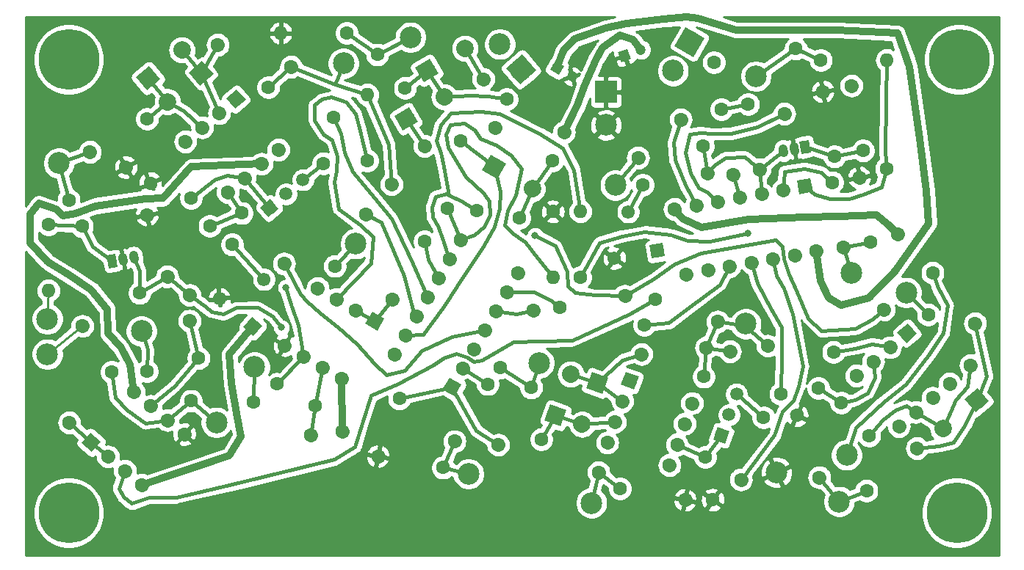
<source format=gbr>
G04 #@! TF.GenerationSoftware,KiCad,Pcbnew,(5.1.2-1)-1*
G04 #@! TF.CreationDate,2021-05-31T13:25:45-04:00*
G04 #@! TF.ProjectId,Smooth and Stepped Generator - CGS,536d6f6f-7468-4206-916e-642053746570,rev?*
G04 #@! TF.SameCoordinates,Original*
G04 #@! TF.FileFunction,Copper,L2,Bot*
G04 #@! TF.FilePolarity,Positive*
%FSLAX46Y46*%
G04 Gerber Fmt 4.6, Leading zero omitted, Abs format (unit mm)*
G04 Created by KiCad (PCBNEW (5.1.2-1)-1) date 2021-05-31 13:25:45*
%MOMM*%
%LPD*%
G04 APERTURE LIST*
%ADD10C,2.499360*%
%ADD11C,2.000000*%
%ADD12C,2.000000*%
%ADD13C,0.100000*%
%ADD14C,7.000000*%
%ADD15C,1.600000*%
%ADD16C,1.200000*%
%ADD17R,2.499360X2.499360*%
%ADD18C,1.050000*%
%ADD19C,1.050000*%
%ADD20C,1.500000*%
%ADD21C,1.600000*%
%ADD22O,1.600000X1.600000*%
%ADD23C,1.550000*%
%ADD24C,0.800000*%
%ADD25C,0.406400*%
%ADD26C,0.812800*%
%ADD27C,0.250000*%
%ADD28C,0.254000*%
G04 APERTURE END LIST*
D10*
X106519706Y-68704350D03*
D11*
X118485694Y-60288361D03*
D12*
X118485694Y-60288361D02*
X118485694Y-60288361D01*
D11*
X122377200Y-57023000D03*
D13*
G36*
X122500457Y-55614168D02*
G01*
X123786032Y-57146257D01*
X122253943Y-58431832D01*
X120968368Y-56899743D01*
X122500457Y-55614168D01*
X122500457Y-55614168D01*
G37*
D14*
X120345200Y-17653000D03*
X120091200Y-69977000D03*
X17729200Y-69977000D03*
X17729200Y-17653000D03*
D10*
X80746600Y-32181800D03*
X15265400Y-51689000D03*
D15*
X27127737Y-31944899D03*
X31826200Y-33655000D03*
X91963991Y-68498193D03*
X91095750Y-63574154D03*
X56503138Y-20949822D03*
X53289200Y-17119600D03*
X69658637Y-35963586D03*
X64734598Y-35095345D03*
X31838125Y-57081303D03*
X32706366Y-52157264D03*
X41763233Y-55129962D03*
X46093360Y-57629962D03*
X109996512Y-61111777D03*
X106782574Y-57281555D03*
D16*
X74015600Y-18643600D03*
D13*
G36*
X73195985Y-18863215D02*
G01*
X73795985Y-17823985D01*
X74835215Y-18423985D01*
X74235215Y-19463215D01*
X73195985Y-18863215D01*
X73195985Y-18863215D01*
G37*
D16*
X75747651Y-19643600D03*
X83667385Y-16537160D03*
X81788000Y-17221200D03*
D13*
G36*
X81429397Y-17990228D02*
G01*
X81018972Y-16862597D01*
X82146603Y-16452172D01*
X82557028Y-17579803D01*
X81429397Y-17990228D01*
X81429397Y-17990228D01*
G37*
D11*
X29114849Y-22543424D03*
D12*
X29114849Y-22543424D02*
X29114849Y-22543424D01*
D11*
X33006355Y-19278063D03*
D13*
G36*
X33129612Y-17869231D02*
G01*
X34415187Y-19401320D01*
X32883098Y-20686895D01*
X31597523Y-19154806D01*
X33129612Y-17869231D01*
X33129612Y-17869231D01*
G37*
D11*
X78642081Y-55013903D03*
D13*
G36*
X78044409Y-53732190D02*
G01*
X79923794Y-54416231D01*
X79239753Y-56295616D01*
X77360368Y-55611575D01*
X78044409Y-53732190D01*
X78044409Y-53732190D01*
G37*
D11*
X76904619Y-59787542D03*
D12*
X76904619Y-59787542D02*
X76904619Y-59787542D01*
D11*
X30772713Y-16576597D03*
D12*
X30772713Y-16576597D02*
X30772713Y-16576597D01*
D11*
X26881207Y-19841958D03*
D13*
G36*
X26757950Y-21250790D02*
G01*
X25472375Y-19718701D01*
X27004464Y-18433126D01*
X28290039Y-19965215D01*
X26757950Y-21250790D01*
X26757950Y-21250790D01*
G37*
D11*
X73847296Y-58755857D03*
D13*
G36*
X74444968Y-60037570D02*
G01*
X72565583Y-59353529D01*
X73249624Y-57474144D01*
X75129009Y-58158185D01*
X74444968Y-60037570D01*
X74444968Y-60037570D01*
G37*
D11*
X75584758Y-53982218D03*
D12*
X75584758Y-53982218D02*
X75584758Y-53982218D01*
D11*
X63409128Y-16401521D03*
D12*
X63409128Y-16401521D02*
X63409128Y-16401521D01*
D11*
X59009719Y-18941521D03*
D13*
G36*
X58643694Y-20307546D02*
G01*
X57643694Y-18575496D01*
X59375744Y-17575496D01*
X60375744Y-19307546D01*
X58643694Y-20307546D01*
X58643694Y-20307546D01*
G37*
D11*
X56602386Y-24525498D03*
D13*
G36*
X56236361Y-25891523D02*
G01*
X55236361Y-24159473D01*
X56968411Y-23159473D01*
X57968411Y-24891523D01*
X56236361Y-25891523D01*
X56236361Y-25891523D01*
G37*
D11*
X61001795Y-21985498D03*
D12*
X61001795Y-21985498D02*
X61001795Y-21985498D01*
D11*
X66755986Y-30072449D03*
D13*
G36*
X65389961Y-30438474D02*
G01*
X66389961Y-28706424D01*
X68122011Y-29706424D01*
X67122011Y-31438474D01*
X65389961Y-30438474D01*
X65389961Y-30438474D01*
G37*
D11*
X71155395Y-32612449D03*
D12*
X71155395Y-32612449D02*
X71155395Y-32612449D01*
D10*
X16586200Y-29641800D03*
X77982639Y-68856575D03*
X63815266Y-65508957D03*
X107920999Y-42284948D03*
X15265400Y-47625000D03*
X57124600Y-15113000D03*
X34759885Y-59566110D03*
X26111200Y-49022000D03*
X49403000Y-18135600D03*
X50792265Y-38932419D03*
X39138111Y-53174407D03*
X95758000Y-48183800D03*
X96934398Y-19616770D03*
X71958200Y-52705000D03*
X114249200Y-44577000D03*
X107405531Y-63319027D03*
X99314000Y-65328800D03*
X67426379Y-15902771D03*
X69875400Y-18821400D03*
D13*
G36*
X71635989Y-18975432D02*
G01*
X69721368Y-20581989D01*
X68114811Y-18667368D01*
X70029432Y-17060811D01*
X71635989Y-18975432D01*
X71635989Y-18975432D01*
G37*
D17*
X79654400Y-21437600D03*
D10*
X79654400Y-25247600D03*
X89281000Y-15671800D03*
D13*
G36*
X88823585Y-13964705D02*
G01*
X90988095Y-15214385D01*
X89738415Y-17378895D01*
X87573905Y-16129215D01*
X88823585Y-13964705D01*
X88823585Y-13964705D01*
G37*
D10*
X87376000Y-18971357D03*
D18*
X22733000Y-40944800D03*
D13*
G36*
X22346212Y-41774571D02*
G01*
X22085740Y-40297359D01*
X23119788Y-40115029D01*
X23380260Y-41592241D01*
X22346212Y-41774571D01*
X22346212Y-41774571D01*
G37*
D18*
X25234412Y-40503734D03*
D19*
X25195341Y-40282152D02*
X25273483Y-40725316D01*
D18*
X23983706Y-40724267D03*
D19*
X23944635Y-40502685D02*
X24022777Y-40945849D01*
D18*
X101351792Y-27993966D03*
D19*
X101390863Y-28215548D02*
X101312721Y-27772384D01*
D18*
X100101086Y-28214499D03*
D19*
X100140157Y-28436081D02*
X100062015Y-27992917D01*
D18*
X102602498Y-27773433D03*
D13*
G36*
X102989286Y-26943662D02*
G01*
X103249758Y-28420874D01*
X102215710Y-28603204D01*
X101955238Y-27125992D01*
X102989286Y-26943662D01*
X102989286Y-26943662D01*
G37*
D20*
X40843200Y-34823400D03*
D13*
G36*
X41899824Y-34915843D02*
G01*
X40750757Y-35880024D01*
X39786576Y-34730957D01*
X40935643Y-33766776D01*
X41899824Y-34915843D01*
X41899824Y-34915843D01*
G37*
D20*
X44734706Y-31558039D03*
X42788953Y-33190719D03*
X93824971Y-58674945D03*
X94693702Y-56288125D03*
X92956240Y-61061764D03*
D13*
G36*
X93917525Y-60613510D02*
G01*
X93404494Y-62023049D01*
X91994955Y-61510018D01*
X92507986Y-60100479D01*
X93917525Y-60613510D01*
X93917525Y-60613510D01*
G37*
D15*
X17729200Y-33909000D03*
X24328314Y-30099000D03*
D21*
X24328314Y-30099000D02*
X24328314Y-30099000D01*
D15*
X88770680Y-68509790D03*
D21*
X88770680Y-68509790D02*
X88770680Y-68509790D01*
D15*
X81266445Y-67186591D03*
X20172486Y-28346400D03*
D21*
X20172486Y-28346400D02*
X20172486Y-28346400D01*
D15*
X26771600Y-24536400D03*
X72197233Y-61507018D03*
X78796347Y-65317018D03*
D21*
X78796347Y-65317018D02*
X78796347Y-65317018D01*
D15*
X15392400Y-36728400D03*
D22*
X15392400Y-44348400D03*
D15*
X109279573Y-28195180D03*
X107956374Y-20690945D03*
D21*
X107956374Y-20690945D02*
X107956374Y-20690945D01*
D15*
X60878946Y-64786013D03*
X53374711Y-63462814D03*
D21*
X53374711Y-63462814D02*
X53374711Y-63462814D01*
D15*
X110168284Y-38793671D03*
X108845085Y-31289436D03*
D21*
X108845085Y-31289436D02*
X108845085Y-31289436D01*
D15*
X19308886Y-48437800D03*
D21*
X19308886Y-48437800D02*
X19308886Y-48437800D01*
D15*
X25908000Y-44627800D03*
X83346345Y-29002297D03*
D21*
X83346345Y-29002297D02*
X83346345Y-29002297D01*
D15*
X90850580Y-27679098D03*
X26757435Y-35608401D03*
D21*
X26757435Y-35608401D02*
X26757435Y-35608401D01*
D15*
X19253200Y-36931600D03*
X105970339Y-28881854D03*
X104647140Y-21377619D03*
D21*
X104647140Y-21377619D02*
X104647140Y-21377619D01*
D15*
X62202472Y-61736518D03*
D21*
X62202472Y-61736518D02*
X62202472Y-61736518D01*
D15*
X66012472Y-55137404D03*
X107045929Y-39370021D03*
D21*
X107045929Y-39370021D02*
X107045929Y-39370021D01*
D15*
X105722730Y-31865786D03*
X29087158Y-42718059D03*
D21*
X29087158Y-42718059D02*
X29087158Y-42718059D01*
D15*
X33985200Y-36880800D03*
X36576000Y-39039800D03*
X31677958Y-44877059D03*
D21*
X31677958Y-44877059D02*
X31677958Y-44877059D01*
D15*
X97356660Y-30349092D03*
D21*
X97356660Y-30349092D02*
X97356660Y-30349092D01*
D15*
X96033461Y-22844857D03*
X91381309Y-30835289D03*
D21*
X91381309Y-30835289D02*
X91381309Y-30835289D01*
D15*
X83877074Y-32158488D03*
X34904341Y-15980758D03*
D21*
X34904341Y-15980758D02*
X34904341Y-15980758D01*
D15*
X40741600Y-20878800D03*
X90907522Y-54288376D03*
X83747064Y-51682183D03*
D21*
X83747064Y-51682183D02*
X83747064Y-51682183D01*
D15*
X37642800Y-35407600D03*
X42540842Y-41244859D03*
D21*
X42540842Y-41244859D02*
X42540842Y-41244859D01*
D15*
X92965548Y-23437397D03*
X94288747Y-30941632D03*
D21*
X94288747Y-30941632D02*
X94288747Y-30941632D01*
D15*
X51964242Y-35504459D03*
D21*
X51964242Y-35504459D02*
X51964242Y-35504459D01*
D15*
X47066200Y-29667200D03*
X97817804Y-58992952D03*
X95211611Y-66153410D03*
D21*
X95211611Y-66153410D02*
X95211611Y-66153410D01*
D15*
X48260000Y-24358600D03*
X43361958Y-18521341D03*
D21*
X43361958Y-18521341D02*
X43361958Y-18521341D01*
D15*
X93943088Y-51376393D03*
D21*
X93943088Y-51376393D02*
X93943088Y-51376393D01*
D15*
X99780347Y-56274435D03*
D22*
X42164000Y-14630400D03*
D15*
X49784000Y-14630400D03*
X92519588Y-47928379D03*
D21*
X92519588Y-47928379D02*
X92519588Y-47928379D01*
D15*
X85359130Y-45322186D03*
X74798114Y-26085800D03*
D21*
X74798114Y-26085800D02*
X74798114Y-26085800D01*
D15*
X68199000Y-22275800D03*
X54928495Y-32091032D03*
D21*
X54928495Y-32091032D02*
X54928495Y-32091032D01*
D15*
X58738495Y-38690146D03*
X84056805Y-48318464D03*
X91217263Y-50924657D03*
D21*
X91217263Y-50924657D02*
X91217263Y-50924657D01*
D15*
X62924298Y-27093372D03*
X65530491Y-19932914D03*
D21*
X65530491Y-19932914D02*
X65530491Y-19932914D01*
D15*
X61352007Y-34834883D03*
X58745814Y-27674425D03*
D21*
X58745814Y-27674425D02*
X58745814Y-27674425D01*
D22*
X73533000Y-42849800D03*
D15*
X73533000Y-35229800D03*
X22694602Y-53752591D03*
X17796560Y-59589850D03*
D21*
X17796560Y-59589850D02*
X17796560Y-59589850D01*
D22*
X52147016Y-21736170D03*
D15*
X52147016Y-29356170D03*
X73472867Y-29362029D03*
X66873753Y-25552029D03*
D21*
X66873753Y-25552029D02*
X66873753Y-25552029D01*
D22*
X76708000Y-35204400D03*
D15*
X76708000Y-42824400D03*
X31641861Y-47831508D03*
D21*
X31641861Y-47831508D02*
X31641861Y-47831508D01*
D15*
X26743819Y-53668767D03*
X48395857Y-41508321D03*
X54994971Y-45318321D03*
D21*
X54994971Y-45318321D02*
X54994971Y-45318321D01*
D15*
X45609004Y-61016493D03*
D21*
X45609004Y-61016493D02*
X45609004Y-61016493D01*
D15*
X39009890Y-57206493D03*
X111971909Y-30299631D03*
X113295108Y-37803866D03*
D21*
X113295108Y-37803866D02*
X113295108Y-37803866D01*
D15*
X49230086Y-60629800D03*
D21*
X49230086Y-60629800D02*
X49230086Y-60629800D01*
D15*
X55829200Y-56819800D03*
X74320400Y-46278800D03*
X81824635Y-44955601D03*
D21*
X81824635Y-44955601D02*
X81824635Y-44955601D01*
D15*
X111704459Y-46536958D03*
D21*
X111704459Y-46536958D02*
X111704459Y-46536958D01*
D15*
X105867200Y-51435000D03*
X104129359Y-55613846D03*
X98292100Y-50715804D03*
D21*
X98292100Y-50715804D02*
X98292100Y-50715804D01*
D15*
X88273475Y-24595218D03*
D21*
X88273475Y-24595218D02*
X88273475Y-24595218D01*
D15*
X92083475Y-17996104D03*
X71043800Y-55549800D03*
X67233800Y-62148914D03*
D21*
X67233800Y-62148914D02*
X67233800Y-62148914D01*
D15*
X104421051Y-17755044D03*
D22*
X112041051Y-17755044D03*
D15*
X109677200Y-67437000D03*
X115514459Y-62538958D03*
D21*
X115514459Y-62538958D02*
X115514459Y-62538958D01*
D15*
X101640182Y-58740044D03*
X104246375Y-65900502D03*
D21*
X104246375Y-65900502D02*
X104246375Y-65900502D01*
D15*
X71247000Y-46664686D03*
D21*
X71247000Y-46664686D02*
X71247000Y-46664686D01*
D15*
X67437000Y-53263800D03*
X100208241Y-23937574D03*
D21*
X100208241Y-23937574D02*
X100208241Y-23937574D01*
D15*
X101531440Y-16433339D03*
X116789200Y-47117000D03*
X121687242Y-52954259D03*
D21*
X121687242Y-52954259D02*
X121687242Y-52954259D01*
D15*
X117297200Y-42291000D03*
X122195242Y-48128259D03*
D21*
X122195242Y-48128259D02*
X122195242Y-48128259D01*
D23*
X35107978Y-45274662D03*
X38938200Y-48488600D03*
D13*
G36*
X40030045Y-48393076D02*
G01*
X39033724Y-49580445D01*
X37846355Y-48584124D01*
X38842676Y-47396755D01*
X40030045Y-48393076D01*
X40030045Y-48393076D01*
G37*
D23*
X40237027Y-43051409D03*
X82221659Y-35265552D03*
X85551919Y-39755470D03*
D13*
G36*
X86180568Y-38857667D02*
G01*
X86449722Y-40384119D01*
X84923270Y-40653273D01*
X84654116Y-39126821D01*
X86180568Y-38857667D01*
X86180568Y-38857667D01*
G37*
D23*
X80627880Y-40623711D03*
D15*
X55294913Y-51666720D03*
D21*
X55294913Y-51666720D02*
X55294913Y-51666720D01*
D15*
X69514027Y-42278493D03*
D21*
X69514027Y-42278493D02*
X69514027Y-42278493D01*
D15*
X56564913Y-49467015D03*
D21*
X56564913Y-49467015D02*
X56564913Y-49467015D01*
D15*
X68244027Y-44478197D03*
D21*
X68244027Y-44478197D02*
X68244027Y-44478197D01*
D15*
X57834913Y-47267311D03*
D21*
X57834913Y-47267311D02*
X57834913Y-47267311D01*
D15*
X66974027Y-46677902D03*
D21*
X66974027Y-46677902D02*
X66974027Y-46677902D01*
D15*
X59104913Y-45067606D03*
D21*
X59104913Y-45067606D02*
X59104913Y-45067606D01*
D15*
X65704027Y-48877606D03*
D21*
X65704027Y-48877606D02*
X65704027Y-48877606D01*
D15*
X60374913Y-42867902D03*
D21*
X60374913Y-42867902D02*
X60374913Y-42867902D01*
D15*
X64434027Y-51077311D03*
D21*
X64434027Y-51077311D02*
X64434027Y-51077311D01*
D15*
X61644913Y-40668197D03*
D21*
X61644913Y-40668197D02*
X61644913Y-40668197D01*
D15*
X63164027Y-53277015D03*
D21*
X63164027Y-53277015D02*
X63164027Y-53277015D01*
D15*
X62914913Y-38468493D03*
D21*
X62914913Y-38468493D02*
X62914913Y-38468493D01*
D15*
X61894027Y-55476720D03*
D13*
G36*
X62986847Y-55183900D02*
G01*
X62186847Y-56569540D01*
X60801207Y-55769540D01*
X61601207Y-54383900D01*
X62986847Y-55183900D01*
X62986847Y-55183900D01*
G37*
D15*
X37007800Y-22250400D03*
D13*
G36*
X35880734Y-22151795D02*
G01*
X37106405Y-21123334D01*
X38134866Y-22349005D01*
X36909195Y-23377466D01*
X35880734Y-22151795D01*
X35880734Y-22151795D01*
G37*
D15*
X36068583Y-32985700D03*
D21*
X36068583Y-32985700D02*
X36068583Y-32985700D01*
D15*
X35062047Y-23883081D03*
D21*
X35062047Y-23883081D02*
X35062047Y-23883081D01*
D15*
X38014336Y-31353020D03*
D21*
X38014336Y-31353020D02*
X38014336Y-31353020D01*
D15*
X33116294Y-25515761D03*
D21*
X33116294Y-25515761D02*
X33116294Y-25515761D01*
D15*
X39960089Y-29720339D03*
D21*
X39960089Y-29720339D02*
X39960089Y-29720339D01*
D15*
X31170541Y-27148442D03*
D21*
X31170541Y-27148442D02*
X31170541Y-27148442D01*
D15*
X41905842Y-28087659D03*
D21*
X41905842Y-28087659D02*
X41905842Y-28087659D01*
D15*
X89578539Y-57345610D03*
D21*
X89578539Y-57345610D02*
X89578539Y-57345610D01*
D15*
X79811888Y-61899875D03*
D21*
X79811888Y-61899875D02*
X79811888Y-61899875D01*
D15*
X88709808Y-59732430D03*
D21*
X88709808Y-59732430D02*
X88709808Y-59732430D01*
D15*
X80680619Y-59513056D03*
D21*
X80680619Y-59513056D02*
X80680619Y-59513056D01*
D15*
X87841076Y-62119249D03*
D21*
X87841076Y-62119249D02*
X87841076Y-62119249D01*
D15*
X81549350Y-57126236D03*
D21*
X81549350Y-57126236D02*
X81549350Y-57126236D01*
D15*
X86972345Y-64506068D03*
D21*
X86972345Y-64506068D02*
X86972345Y-64506068D01*
D15*
X82418081Y-54739417D03*
D13*
G36*
X81392711Y-55217555D02*
G01*
X81939943Y-53714047D01*
X83443451Y-54261279D01*
X82896219Y-55764787D01*
X81392711Y-55217555D01*
X81392711Y-55217555D01*
G37*
D15*
X20322235Y-61874929D03*
D13*
G36*
X20420840Y-63001995D02*
G01*
X19195169Y-61973534D01*
X20223630Y-60747863D01*
X21449301Y-61776324D01*
X20420840Y-63001995D01*
X20420840Y-63001995D01*
G37*
D15*
X31057535Y-60935712D03*
D21*
X31057535Y-60935712D02*
X31057535Y-60935712D01*
D15*
X22267988Y-63507610D03*
D21*
X22267988Y-63507610D02*
X22267988Y-63507610D01*
D15*
X29111782Y-59303031D03*
D21*
X29111782Y-59303031D02*
X29111782Y-59303031D01*
D15*
X24213741Y-65140290D03*
D21*
X24213741Y-65140290D02*
X24213741Y-65140290D01*
D15*
X27166029Y-57670351D03*
D21*
X27166029Y-57670351D02*
X27166029Y-57670351D01*
D15*
X26159494Y-66772971D03*
D21*
X26159494Y-66772971D02*
X26159494Y-66772971D01*
D15*
X25220277Y-56037670D03*
D21*
X25220277Y-56037670D02*
X25220277Y-56037670D01*
D15*
X49210820Y-54473162D03*
D21*
X49210820Y-54473162D02*
X49210820Y-54473162D01*
D15*
X46421706Y-44064048D03*
D21*
X46421706Y-44064048D02*
X46421706Y-44064048D01*
D15*
X47011115Y-53203162D03*
D21*
X47011115Y-53203162D02*
X47011115Y-53203162D01*
D15*
X48621411Y-45334048D03*
D21*
X48621411Y-45334048D02*
X48621411Y-45334048D01*
D15*
X44811411Y-51933162D03*
D21*
X44811411Y-51933162D02*
X44811411Y-51933162D01*
D15*
X50821115Y-46604048D03*
D21*
X50821115Y-46604048D02*
X50821115Y-46604048D01*
D15*
X42611706Y-50663162D03*
D21*
X42611706Y-50663162D02*
X42611706Y-50663162D01*
D15*
X53020820Y-47874048D03*
D13*
G36*
X52728000Y-46781228D02*
G01*
X54113640Y-47581228D01*
X53313640Y-48966868D01*
X51928000Y-48166868D01*
X52728000Y-46781228D01*
X52728000Y-46781228D01*
G37*
D15*
X114349986Y-49268916D03*
D13*
G36*
X113222920Y-49170311D02*
G01*
X114448591Y-48141850D01*
X115477052Y-49367521D01*
X114251381Y-50395982D01*
X113222920Y-49170311D01*
X113222920Y-49170311D01*
G37*
D15*
X113410769Y-60004216D03*
D21*
X113410769Y-60004216D02*
X113410769Y-60004216D01*
D15*
X112404233Y-50901597D03*
D21*
X112404233Y-50901597D02*
X112404233Y-50901597D01*
D15*
X115356522Y-58371536D03*
D21*
X115356522Y-58371536D02*
X115356522Y-58371536D01*
D15*
X110458480Y-52534277D03*
D21*
X110458480Y-52534277D02*
X110458480Y-52534277D01*
D15*
X117302275Y-56738855D03*
D21*
X117302275Y-56738855D02*
X117302275Y-56738855D01*
D15*
X108512727Y-54166958D03*
D21*
X108512727Y-54166958D02*
X108512727Y-54166958D01*
D15*
X119248028Y-55106175D03*
D21*
X119248028Y-55106175D02*
X119248028Y-55106175D01*
D15*
X102573909Y-32292047D03*
D13*
G36*
X101647144Y-31643119D02*
G01*
X103222837Y-31365282D01*
X103500674Y-32940975D01*
X101924981Y-33218812D01*
X101647144Y-31643119D01*
X101647144Y-31643119D01*
G37*
D15*
X88888638Y-42442680D03*
D21*
X88888638Y-42442680D02*
X88888638Y-42442680D01*
D15*
X100072497Y-32733113D03*
D21*
X100072497Y-32733113D02*
X100072497Y-32733113D01*
D15*
X91390050Y-42001614D03*
D21*
X91390050Y-42001614D02*
X91390050Y-42001614D01*
D15*
X97571086Y-33174180D03*
D21*
X97571086Y-33174180D02*
X97571086Y-33174180D01*
D15*
X93891461Y-41560548D03*
D21*
X93891461Y-41560548D02*
X93891461Y-41560548D01*
D15*
X95069674Y-33615246D03*
D21*
X95069674Y-33615246D02*
X95069674Y-33615246D01*
D15*
X96392873Y-41119481D03*
D21*
X96392873Y-41119481D02*
X96392873Y-41119481D01*
D15*
X92568262Y-34056312D03*
D21*
X92568262Y-34056312D02*
X92568262Y-34056312D01*
D15*
X98894285Y-40678415D03*
D21*
X98894285Y-40678415D02*
X98894285Y-40678415D01*
D15*
X90066851Y-34497379D03*
D21*
X90066851Y-34497379D02*
X90066851Y-34497379D01*
D15*
X101395696Y-40237348D03*
D21*
X101395696Y-40237348D02*
X101395696Y-40237348D01*
D15*
X87565439Y-34938445D03*
D21*
X87565439Y-34938445D02*
X87565439Y-34938445D01*
D15*
X103897108Y-39796282D03*
D21*
X103897108Y-39796282D02*
X103897108Y-39796282D01*
D24*
X42748200Y-43992800D03*
X71475600Y-37973000D03*
X42240200Y-48615600D03*
X95986600Y-37744400D03*
D25*
X31826200Y-33655000D02*
X34544000Y-31572200D01*
X34544000Y-31572200D02*
X35966400Y-31038800D01*
X35966400Y-31038800D02*
X38014336Y-31353020D01*
X38014336Y-31353020D02*
X40843200Y-34823400D01*
X87841076Y-62119249D02*
X91095750Y-63574154D01*
X91095750Y-63574154D02*
X92956240Y-61061764D01*
X59009719Y-18941521D02*
X61001795Y-21985498D01*
X56503138Y-20949822D02*
X59009719Y-18941521D01*
X61001795Y-21985498D02*
X64008000Y-21793200D01*
X64008000Y-21793200D02*
X66065400Y-21920200D01*
X66065400Y-21920200D02*
X68199000Y-22275800D01*
X49784000Y-14630400D02*
X53289200Y-17119600D01*
X53289200Y-17119600D02*
X57124600Y-15113000D01*
X73472867Y-29362029D02*
X71155395Y-32612449D01*
X71155395Y-32612449D02*
X69658637Y-35963586D01*
X64734598Y-35095345D02*
X62966600Y-34010600D01*
X61290200Y-33172400D02*
X59994800Y-33502600D01*
X59994800Y-33502600D02*
X59588400Y-34671000D01*
X59588400Y-34671000D02*
X59639200Y-35839400D01*
X59639200Y-35839400D02*
X60299600Y-36906200D01*
X60299600Y-36906200D02*
X60833000Y-38481000D01*
X60833000Y-38481000D02*
X61264800Y-39827200D01*
X61264800Y-39827200D02*
X61644913Y-40668197D01*
X76708000Y-35204400D02*
X75946000Y-30429200D01*
X75946000Y-30429200D02*
X74676000Y-27889200D01*
X74676000Y-27889200D02*
X71958200Y-26212800D01*
X71958200Y-26212800D02*
X67386200Y-23926800D01*
X67386200Y-23926800D02*
X65252600Y-23723600D01*
X65252600Y-23723600D02*
X61823600Y-23825200D01*
X61823600Y-23825200D02*
X60604400Y-25171400D01*
X60604400Y-25171400D02*
X60121800Y-27076400D01*
X60121800Y-27076400D02*
X60579000Y-28448000D01*
X60579000Y-28448000D02*
X60960000Y-30048200D01*
X60960000Y-30048200D02*
X61544200Y-33299400D01*
X61544200Y-33299400D02*
X61290200Y-33172400D01*
X62966600Y-34010600D02*
X61544200Y-33299400D01*
X34759885Y-59566110D02*
X31838125Y-57081303D01*
X29111782Y-59303031D02*
X31838125Y-57081303D01*
X29111782Y-59303031D02*
X26543000Y-59639200D01*
X26543000Y-59639200D02*
X24460200Y-58115200D01*
X24460200Y-58115200D02*
X23114000Y-56718200D01*
X23114000Y-56718200D02*
X22694602Y-53752591D01*
X27166029Y-57670351D02*
X29921200Y-55372000D01*
X29921200Y-55372000D02*
X32706366Y-52157264D01*
X32706366Y-52157264D02*
X31641861Y-47831508D01*
X48395857Y-41508321D02*
X50792265Y-38932419D01*
X41763233Y-55129962D02*
X44811411Y-51933162D01*
X44811411Y-51933162D02*
X44170600Y-48285400D01*
X44170600Y-48285400D02*
X43383200Y-46202600D01*
X43383200Y-46202600D02*
X42748200Y-43992800D01*
X42748200Y-43992800D02*
X42748200Y-43992800D01*
X47011115Y-53203162D02*
X46093360Y-57629962D01*
X45609004Y-61016493D02*
X46093360Y-57629962D01*
X118485694Y-60288361D02*
X115356522Y-58371536D01*
X118485694Y-60288361D02*
X119964200Y-56997600D01*
X119964200Y-56997600D02*
X121310400Y-55422800D01*
X121310400Y-55422800D02*
X121687242Y-52954259D01*
X109996512Y-61111777D02*
X111582200Y-59207400D01*
X111582200Y-59207400D02*
X113055400Y-58115200D01*
X113055400Y-58115200D02*
X114274600Y-57658000D01*
X114274600Y-57658000D02*
X115356522Y-58371536D01*
X106782574Y-57281555D02*
X104129359Y-55613846D01*
X110458480Y-52534277D02*
X110642400Y-54381400D01*
X110642400Y-54381400D02*
X109804200Y-56159400D01*
X109804200Y-56159400D02*
X108331000Y-56946800D01*
X108331000Y-56946800D02*
X106782574Y-57281555D01*
D26*
X49230086Y-60629800D02*
X49210820Y-54473162D01*
X115824000Y-26797000D02*
X114604800Y-18491200D01*
X114604800Y-18491200D02*
X113233200Y-14655800D01*
X113233200Y-14655800D02*
X106273600Y-14274800D01*
X106273600Y-14274800D02*
X94615000Y-14274800D01*
X94615000Y-14274800D02*
X90246200Y-12903200D01*
X90246200Y-12903200D02*
X88976200Y-12801600D01*
X88976200Y-12801600D02*
X86283800Y-13004800D01*
X86283800Y-13004800D02*
X81991200Y-13538200D01*
X81991200Y-13538200D02*
X79679800Y-14020800D01*
X79679800Y-14020800D02*
X76047600Y-15316200D01*
X76047600Y-15316200D02*
X74752200Y-16662400D01*
X74752200Y-16662400D02*
X74015600Y-18643600D01*
X39960089Y-29720339D02*
X31851600Y-30073600D01*
X31851600Y-30073600D02*
X28600400Y-33705800D01*
X28600400Y-33705800D02*
X26568400Y-33756600D01*
X26568400Y-33756600D02*
X20777200Y-34569400D01*
X20777200Y-34569400D02*
X18542000Y-35458400D01*
X18542000Y-35458400D02*
X17068800Y-35712400D01*
X17068800Y-35712400D02*
X16256000Y-34975800D01*
X16256000Y-34975800D02*
X14300200Y-34290000D01*
X14300200Y-34290000D02*
X13309600Y-35560000D01*
X13309600Y-35560000D02*
X13258800Y-38862000D01*
X13258800Y-38862000D02*
X15341600Y-41071800D01*
X15341600Y-41071800D02*
X17653000Y-42519600D01*
X17653000Y-42519600D02*
X20345400Y-44221400D01*
X20345400Y-44221400D02*
X22174200Y-46558200D01*
X22249379Y-49249579D02*
X23749000Y-50952400D01*
X22174200Y-46558200D02*
X22249379Y-49249579D01*
X23749000Y-50952400D02*
X24790400Y-52857400D01*
X24790400Y-52857400D02*
X25220277Y-56037670D01*
X103897108Y-39796282D02*
X104419400Y-43205400D01*
X104419400Y-43205400D02*
X105283000Y-45186600D01*
X105283000Y-45186600D02*
X106781600Y-46024800D01*
X106781600Y-46024800D02*
X109982000Y-45212000D01*
X109982000Y-45212000D02*
X112979200Y-42062400D01*
X112979200Y-42062400D02*
X116865400Y-36601400D01*
X116865400Y-36601400D02*
X116611400Y-32867600D01*
X116611400Y-32867600D02*
X115824000Y-26797000D01*
X83667385Y-16537160D02*
X82753200Y-15417800D01*
X82753200Y-15417800D02*
X81254600Y-14884400D01*
X81254600Y-14884400D02*
X79273400Y-16357600D01*
X79273400Y-16357600D02*
X78435200Y-17754600D01*
X78435200Y-17754600D02*
X77190600Y-20650200D01*
X77190600Y-20650200D02*
X76377800Y-22961600D01*
X76377800Y-22961600D02*
X74798114Y-26085800D01*
X26159494Y-66772971D02*
X36220400Y-63373000D01*
X36220400Y-63373000D02*
X37541200Y-61188600D01*
X37541200Y-61188600D02*
X37185600Y-58978800D01*
X37185600Y-58978800D02*
X36499800Y-55067200D01*
X36499800Y-55067200D02*
X36245800Y-51739800D01*
X36245800Y-51739800D02*
X38938200Y-48488600D01*
X87565439Y-34938445D02*
X88442800Y-36042600D01*
X88442800Y-36042600D02*
X90652600Y-37084000D01*
X90652600Y-37084000D02*
X96062800Y-36144200D01*
X96062800Y-36144200D02*
X98348800Y-36068000D01*
X98348800Y-36068000D02*
X102514400Y-35890200D01*
X102514400Y-35890200D02*
X106476800Y-35763200D01*
X106476800Y-35763200D02*
X110820200Y-35585400D01*
X110820200Y-35585400D02*
X112141000Y-36703000D01*
X112141000Y-36703000D02*
X113295108Y-37803866D01*
D25*
X29114849Y-22543424D02*
X26881207Y-19841958D01*
X26771600Y-24536400D02*
X29114849Y-22543424D01*
X33116294Y-25515761D02*
X30962600Y-23571200D01*
X30962600Y-23571200D02*
X29114849Y-22543424D01*
X35062047Y-23883081D02*
X33006355Y-19278063D01*
X33006355Y-19278063D02*
X30772713Y-16576597D01*
X34904341Y-15980758D02*
X33006355Y-19278063D01*
X75584758Y-53982218D02*
X78642081Y-55013903D01*
X81549350Y-57126236D02*
X78642081Y-55013903D01*
X83747064Y-51682183D02*
X81534000Y-52374800D01*
X81534000Y-52374800D02*
X78642081Y-55013903D01*
X80680619Y-59513056D02*
X76904619Y-59787542D01*
X76904619Y-59787542D02*
X73847296Y-58755857D01*
X72197233Y-61507018D02*
X73847296Y-58755857D01*
X63409128Y-16401521D02*
X65530491Y-19932914D01*
X58745814Y-27674425D02*
X56602386Y-24525498D01*
X62924298Y-27093372D02*
X66755986Y-30072449D01*
X56564913Y-49467015D02*
X58597800Y-49453800D01*
X58597800Y-49453800D02*
X60985400Y-46177200D01*
X60985400Y-46177200D02*
X62458600Y-43840400D01*
X62458600Y-43840400D02*
X65582800Y-39116000D01*
X65582800Y-39116000D02*
X66751200Y-36982400D01*
X66751200Y-36982400D02*
X67411600Y-34899600D01*
X67411600Y-34899600D02*
X67487800Y-32918400D01*
X67487800Y-32918400D02*
X66755986Y-30072449D01*
X115514459Y-62538958D02*
X118008400Y-62255400D01*
X118008400Y-62255400D02*
X119710200Y-61849000D01*
X119710200Y-61849000D02*
X121005600Y-59944000D01*
X121005600Y-59944000D02*
X122377200Y-57023000D01*
X122377200Y-57023000D02*
X123520200Y-54254400D01*
X123520200Y-54254400D02*
X122195242Y-48128259D01*
X17729200Y-33909000D02*
X16586200Y-29641800D01*
X16586200Y-29641800D02*
X20172486Y-28346400D01*
X77982639Y-68856575D02*
X78796347Y-65317018D01*
X81266445Y-67186591D02*
X78796347Y-65317018D01*
X63815266Y-65508957D02*
X60878946Y-64786013D01*
X62202472Y-61736518D02*
X60878946Y-64786013D01*
X110168284Y-38793671D02*
X107045929Y-39370021D01*
X107920999Y-42284948D02*
X107045929Y-39370021D01*
D27*
X15265400Y-47625000D02*
X15392400Y-44348400D01*
D25*
X26743819Y-53668767D02*
X26822400Y-51155600D01*
X26822400Y-51155600D02*
X26111200Y-49022000D01*
X40741600Y-20878800D02*
X43361958Y-18521341D01*
X43361958Y-18521341D02*
X48437800Y-20574000D01*
X48437800Y-20574000D02*
X52147016Y-21736170D01*
X54928495Y-32091032D02*
X54610000Y-27457400D01*
X54610000Y-27457400D02*
X52147016Y-21736170D01*
X49403000Y-18135600D02*
X48437800Y-20574000D01*
X81824635Y-44955601D02*
X85191600Y-42976800D01*
X85191600Y-42976800D02*
X87553800Y-41275000D01*
X87553800Y-41275000D02*
X90551000Y-40030400D01*
X90551000Y-40030400D02*
X94894400Y-39243000D01*
X94894400Y-39243000D02*
X99212400Y-38531800D01*
X99212400Y-38531800D02*
X99999800Y-39243000D01*
X99999800Y-39243000D02*
X100177600Y-40716200D01*
X100177600Y-40716200D02*
X100761800Y-42494200D01*
X81824635Y-44955601D02*
X78359000Y-44881800D01*
X78359000Y-44881800D02*
X76123800Y-44627800D01*
X76123800Y-44627800D02*
X75260200Y-43865800D01*
X75260200Y-43865800D02*
X75158600Y-42164000D01*
X75158600Y-42164000D02*
X73787000Y-39192200D01*
X73787000Y-39192200D02*
X71475600Y-37973000D01*
X71475600Y-37973000D02*
X71475600Y-37973000D01*
X100761800Y-42494200D02*
X101574600Y-44348400D01*
X101574600Y-44348400D02*
X102971600Y-47523400D01*
X102971600Y-47523400D02*
X104444800Y-48996600D01*
X104444800Y-48996600D02*
X108331000Y-48742600D01*
X108331000Y-48742600D02*
X110388400Y-47625000D01*
X110388400Y-47625000D02*
X111704459Y-46536958D01*
X39009890Y-57206493D02*
X39138111Y-53174407D01*
X98292100Y-50715804D02*
X95705114Y-48385034D01*
X92519588Y-47928379D02*
X91217263Y-50924657D01*
X90907522Y-54288376D02*
X91217263Y-50924657D01*
X93943088Y-51376393D02*
X91217263Y-50924657D01*
X92519588Y-47928379D02*
X95705114Y-48385034D01*
X104421051Y-17755044D02*
X101531440Y-16433339D01*
X101531440Y-16433339D02*
X96934398Y-19616770D01*
X67437000Y-53263800D02*
X71043800Y-55549800D01*
X71958200Y-52705000D02*
X71043800Y-55549800D01*
X116789200Y-47117000D02*
X114249200Y-44577000D01*
X107405531Y-63319027D02*
X108483400Y-60147200D01*
X108483400Y-60147200D02*
X111709200Y-57124600D01*
X111709200Y-57124600D02*
X114198400Y-55219600D01*
X114198400Y-55219600D02*
X116865400Y-51790600D01*
X116865400Y-51790600D02*
X118541800Y-49276000D01*
X118541800Y-49276000D02*
X118999000Y-46050200D01*
X118999000Y-46050200D02*
X117906800Y-44043600D01*
X117906800Y-44043600D02*
X117297200Y-42291000D01*
X106519706Y-68704350D02*
X109677200Y-67437000D01*
X106519706Y-68704350D02*
X104246375Y-65900502D01*
X15392400Y-36728400D02*
X19253200Y-36931600D01*
X19253200Y-36931600D02*
X20497800Y-39293800D01*
X20497800Y-39293800D02*
X22733000Y-40944800D01*
X31677958Y-44877059D02*
X29087158Y-42718059D01*
X29087158Y-42718059D02*
X25908000Y-44627800D01*
X25908000Y-44627800D02*
X25908000Y-42087800D01*
X25908000Y-42087800D02*
X25234412Y-40503734D01*
X31677958Y-44877059D02*
X33477200Y-46202600D01*
X42240200Y-48615600D02*
X42240200Y-48615600D01*
X42240200Y-48615600D02*
X41249600Y-47345600D01*
X41249600Y-47345600D02*
X39497000Y-46304200D01*
X39497000Y-46304200D02*
X37058600Y-46329600D01*
X37058600Y-46329600D02*
X35560000Y-47066200D01*
X35560000Y-47066200D02*
X34163000Y-46761400D01*
X34163000Y-46761400D02*
X33477200Y-46202600D01*
X97356660Y-30349092D02*
X97571086Y-33174180D01*
X97356660Y-30349092D02*
X100101086Y-28214499D01*
X97356660Y-30349092D02*
X95681800Y-28930600D01*
X95681800Y-28930600D02*
X93421200Y-29032200D01*
X93421200Y-29032200D02*
X92252800Y-29794200D01*
X92252800Y-29794200D02*
X91381309Y-30835289D01*
X90850580Y-27679098D02*
X91381309Y-30835289D01*
X109279573Y-28195180D02*
X105970339Y-28881854D01*
X105970339Y-28881854D02*
X102602498Y-27773433D01*
X44734706Y-31558039D02*
X47066200Y-29667200D01*
X97817804Y-58992952D02*
X94693702Y-56288125D01*
X95986600Y-37744400D02*
X91617800Y-38633400D01*
X91617800Y-38633400D02*
X89077800Y-38582600D01*
X89077800Y-38582600D02*
X87122000Y-37922200D01*
X87122000Y-37922200D02*
X84048600Y-37592000D01*
X84048600Y-37592000D02*
X81559400Y-38049200D01*
X81559400Y-38049200D02*
X78917800Y-38811200D01*
X78917800Y-38811200D02*
X77952600Y-40513000D01*
X77952600Y-40513000D02*
X76708000Y-42824400D01*
X66012472Y-55137404D02*
X63164027Y-53277015D01*
X105722730Y-31865786D02*
X104495600Y-30708600D01*
X104495600Y-30708600D02*
X102489000Y-30251400D01*
X102489000Y-30251400D02*
X100253800Y-30607000D01*
X100253800Y-30607000D02*
X100072497Y-32733113D01*
X33985200Y-36880800D02*
X37642800Y-35407600D01*
X37642800Y-35407600D02*
X36068583Y-32985700D01*
X40237027Y-43051409D02*
X36576000Y-39039800D01*
X96033461Y-22844857D02*
X92965548Y-23437397D01*
X82221659Y-35265552D02*
X83877074Y-32158488D01*
X65704027Y-48877606D02*
X61849000Y-49657000D01*
X61849000Y-49657000D02*
X58394600Y-51282600D01*
X58394600Y-51282600D02*
X56489600Y-53594000D01*
X56489600Y-53594000D02*
X54305200Y-54051200D01*
X54305200Y-54051200D02*
X52984400Y-52781200D01*
X52984400Y-52781200D02*
X50952400Y-50520600D01*
X50952400Y-50520600D02*
X48717200Y-48564800D01*
X46667214Y-46906386D02*
X45212000Y-45643800D01*
X48717200Y-48564800D02*
X46667214Y-46906386D01*
X46667214Y-46906386D02*
X46456600Y-46736000D01*
X45212000Y-45643800D02*
X44399200Y-44780200D01*
X44399200Y-44780200D02*
X43764200Y-43459400D01*
X43764200Y-43459400D02*
X42540842Y-41244859D01*
X94288747Y-30941632D02*
X95069674Y-33615246D01*
X51964242Y-35504459D02*
X53746400Y-36474400D01*
X53746400Y-36474400D02*
X55168800Y-39878000D01*
X55168800Y-39878000D02*
X56388000Y-42672000D01*
X56388000Y-42672000D02*
X56896000Y-44577000D01*
X56896000Y-44577000D02*
X57353200Y-46583600D01*
X57353200Y-46583600D02*
X57834913Y-47267311D01*
X95211611Y-66153410D02*
X99085400Y-61061600D01*
X99085400Y-61061600D02*
X99999800Y-58343800D01*
X99999800Y-58343800D02*
X101219000Y-57023000D01*
X101219000Y-57023000D02*
X101879400Y-55397400D01*
X101879400Y-55397400D02*
X102336600Y-53060600D01*
X102336600Y-53060600D02*
X101168200Y-47091600D01*
X101168200Y-47091600D02*
X100152200Y-44119800D01*
X100152200Y-44119800D02*
X99339400Y-42672000D01*
X99339400Y-42672000D02*
X98894285Y-40678415D01*
X59104913Y-45067606D02*
X57251600Y-40843200D01*
X57251600Y-40843200D02*
X54914800Y-36017200D01*
X54914800Y-36017200D02*
X52959000Y-33655000D01*
X52959000Y-33655000D02*
X50469800Y-30657800D01*
X50469800Y-30657800D02*
X49479200Y-28397200D01*
X49479200Y-28397200D02*
X49123600Y-26187400D01*
X49123600Y-26187400D02*
X48260000Y-24358600D01*
X99780347Y-56274435D02*
X99898200Y-51587400D01*
X99898200Y-51587400D02*
X99898200Y-48590200D01*
X99898200Y-48590200D02*
X98653600Y-46380400D01*
X98653600Y-46380400D02*
X97078800Y-43510200D01*
X97078800Y-43510200D02*
X96392873Y-41119481D01*
X85359130Y-45322186D02*
X82397600Y-47066200D01*
X82397600Y-47066200D02*
X75793600Y-50063400D01*
X75793600Y-50063400D02*
X72034400Y-50190400D01*
X72034400Y-50190400D02*
X68961000Y-50266600D01*
X68961000Y-50266600D02*
X65328800Y-52349400D01*
X65328800Y-52349400D02*
X64389000Y-52527200D01*
X64389000Y-52527200D02*
X63652400Y-52044600D01*
X63652400Y-52044600D02*
X62382400Y-51612800D01*
X62382400Y-51612800D02*
X60934600Y-52120800D01*
X60934600Y-52120800D02*
X59690000Y-53009800D01*
X59690000Y-53009800D02*
X55676800Y-55067200D01*
X55676800Y-55067200D02*
X52578000Y-56489600D01*
X52578000Y-56489600D02*
X51536600Y-59664600D01*
X51536600Y-59664600D02*
X50698400Y-62407800D01*
X50698400Y-62407800D02*
X48361600Y-63830200D01*
X48361600Y-63830200D02*
X36220400Y-66776600D01*
X36220400Y-66776600D02*
X30099000Y-68199000D01*
X30099000Y-68199000D02*
X26974800Y-68249800D01*
X26974800Y-68249800D02*
X24968200Y-68935600D01*
X24968200Y-68935600D02*
X24003000Y-68148200D01*
X24003000Y-68148200D02*
X23495000Y-67183000D01*
X23495000Y-67183000D02*
X24213741Y-65140290D01*
X60374913Y-42867902D02*
X59207400Y-40767000D01*
X59207400Y-40767000D02*
X58738495Y-38690146D01*
X93891461Y-41560548D02*
X92760800Y-43662600D01*
X92760800Y-43662600D02*
X89255600Y-46278800D01*
X89255600Y-46278800D02*
X86893400Y-48107600D01*
X86893400Y-48107600D02*
X84056805Y-48318464D01*
X62914913Y-38468493D02*
X61352007Y-34834883D01*
X62914913Y-38468493D02*
X64490600Y-37896800D01*
X64490600Y-37896800D02*
X65608200Y-36982400D01*
X65608200Y-36982400D02*
X66294000Y-35585400D01*
X66294000Y-35585400D02*
X66217800Y-33985200D01*
X66217800Y-33985200D02*
X65506600Y-33096200D01*
X65506600Y-33096200D02*
X63449200Y-31216600D01*
X63449200Y-31216600D02*
X61442600Y-27863800D01*
X61442600Y-27863800D02*
X61239400Y-26339800D01*
X61239400Y-26339800D02*
X61747400Y-25247600D01*
X61747400Y-25247600D02*
X63322200Y-25044400D01*
X63322200Y-25044400D02*
X64516000Y-25831800D01*
X64516000Y-25831800D02*
X65201800Y-26822400D01*
X65201800Y-26822400D02*
X67005200Y-27584400D01*
X67005200Y-27584400D02*
X68757800Y-28803600D01*
X68757800Y-28803600D02*
X69951600Y-30327600D01*
X69951600Y-30327600D02*
X69215000Y-33350200D01*
X69215000Y-33350200D02*
X68326000Y-35153600D01*
X68326000Y-35153600D02*
X67945000Y-36804600D01*
X67945000Y-36804600D02*
X68884800Y-37719000D01*
X68884800Y-37719000D02*
X70332600Y-38785800D01*
X70332600Y-38785800D02*
X71805800Y-40640000D01*
X71805800Y-40640000D02*
X73533000Y-42849800D01*
X22267988Y-63507610D02*
X20322235Y-61874929D01*
X17796560Y-59589850D02*
X20322235Y-61874929D01*
X48621411Y-45334048D02*
X52552600Y-41173400D01*
X52552600Y-41173400D02*
X52832000Y-38150800D01*
X52832000Y-38150800D02*
X51358800Y-36830000D01*
X51358800Y-36830000D02*
X48869600Y-34925000D01*
X48869600Y-34925000D02*
X48336200Y-31826200D01*
X48336200Y-31826200D02*
X48615600Y-30581600D01*
X48615600Y-30581600D02*
X48691800Y-28854400D01*
X48691800Y-28854400D02*
X48082200Y-27000200D01*
X48082200Y-27000200D02*
X47091600Y-26289000D01*
X47091600Y-26289000D02*
X46075600Y-24688800D01*
X46075600Y-24688800D02*
X46075600Y-22910800D01*
X46075600Y-22910800D02*
X46888400Y-22275800D01*
X46888400Y-22275800D02*
X48031400Y-22021800D01*
X48031400Y-22021800D02*
X49682400Y-22555200D01*
X49682400Y-22555200D02*
X50749200Y-23901400D01*
X50749200Y-23901400D02*
X51308000Y-25857200D01*
X51308000Y-25857200D02*
X51714400Y-27686000D01*
X51714400Y-27686000D02*
X52147016Y-29356170D01*
X53020820Y-47874048D02*
X50821115Y-46604048D01*
X54994971Y-45318321D02*
X53020820Y-47874048D01*
X112041051Y-17755044D02*
X111887000Y-22377400D01*
X111887000Y-22377400D02*
X111810800Y-28371800D01*
X111810800Y-28371800D02*
X111971909Y-30299631D01*
X102573909Y-32292047D02*
X103708200Y-33223200D01*
X103708200Y-33223200D02*
X105486200Y-33756600D01*
X105486200Y-33756600D02*
X107645200Y-33756600D01*
X107645200Y-33756600D02*
X109296200Y-33248600D01*
X109296200Y-33248600D02*
X111379000Y-32435800D01*
X111379000Y-32435800D02*
X111971909Y-30299631D01*
X55829200Y-56819800D02*
X61894027Y-55476720D01*
X61894027Y-55476720D02*
X64687993Y-60534007D01*
X67233800Y-62148914D02*
X64687993Y-60534007D01*
X68244027Y-44478197D02*
X71399400Y-44551600D01*
X71399400Y-44551600D02*
X73406000Y-45567600D01*
X73406000Y-45567600D02*
X74320400Y-46278800D01*
X112404233Y-50901597D02*
X110337600Y-50495200D01*
X110337600Y-50495200D02*
X108381800Y-51003200D01*
X108381800Y-51003200D02*
X105867200Y-51435000D01*
X88273475Y-24595218D02*
X87452200Y-27228800D01*
X87452200Y-27228800D02*
X87579200Y-29260800D01*
X87579200Y-29260800D02*
X88823800Y-32131000D01*
X88823800Y-32131000D02*
X90066851Y-34497379D01*
X71247000Y-46664686D02*
X69291200Y-47015400D01*
X69291200Y-47015400D02*
X66974027Y-46677902D01*
X100208241Y-23937574D02*
X97104200Y-25450800D01*
X97104200Y-25450800D02*
X94030800Y-26238200D01*
X94030800Y-26238200D02*
X91973400Y-26263600D01*
X91973400Y-26263600D02*
X90525600Y-26111200D01*
X90525600Y-26111200D02*
X89331800Y-26339800D01*
X89331800Y-26339800D02*
X88823800Y-28448000D01*
X88823800Y-28448000D02*
X89382600Y-30810200D01*
X89382600Y-30810200D02*
X90322400Y-32486600D01*
X90322400Y-32486600D02*
X91363800Y-32969200D01*
X91363800Y-32969200D02*
X92568262Y-34056312D01*
D27*
X15265400Y-51689000D02*
X19308886Y-48437800D01*
D25*
X80746600Y-32181800D02*
X83346345Y-29002297D01*
D28*
G36*
X124917600Y-74905000D02*
G01*
X12750400Y-74905000D01*
X12750400Y-69569738D01*
X13594200Y-69569738D01*
X13594200Y-70384262D01*
X13753106Y-71183135D01*
X14064811Y-71935657D01*
X14517336Y-72612909D01*
X15093291Y-73188864D01*
X15770543Y-73641389D01*
X16523065Y-73953094D01*
X17321938Y-74112000D01*
X18136462Y-74112000D01*
X18935335Y-73953094D01*
X19687857Y-73641389D01*
X20365109Y-73188864D01*
X20941064Y-72612909D01*
X21393589Y-71935657D01*
X21705294Y-71183135D01*
X21864200Y-70384262D01*
X21864200Y-69569738D01*
X21705294Y-68770865D01*
X21393589Y-68018343D01*
X20941064Y-67341091D01*
X20365109Y-66765136D01*
X19687857Y-66312611D01*
X18935335Y-66000906D01*
X18136462Y-65842000D01*
X17321938Y-65842000D01*
X16523065Y-66000906D01*
X15770543Y-66312611D01*
X15093291Y-66765136D01*
X14517336Y-67341091D01*
X14064811Y-68018343D01*
X13753106Y-68770865D01*
X13594200Y-69569738D01*
X12750400Y-69569738D01*
X12750400Y-51503375D01*
X13380720Y-51503375D01*
X13380720Y-51874625D01*
X13453147Y-52238741D01*
X13595218Y-52581731D01*
X13801474Y-52890413D01*
X14063987Y-53152926D01*
X14372669Y-53359182D01*
X14715659Y-53501253D01*
X15079775Y-53573680D01*
X15451025Y-53573680D01*
X15815141Y-53501253D01*
X16158131Y-53359182D01*
X16466813Y-53152926D01*
X16729326Y-52890413D01*
X16935582Y-52581731D01*
X17077653Y-52238741D01*
X17150080Y-51874625D01*
X17150080Y-51503375D01*
X17089278Y-51197700D01*
X18835377Y-49793734D01*
X19027577Y-49852036D01*
X19238394Y-49872800D01*
X19379378Y-49872800D01*
X19590195Y-49852036D01*
X19860694Y-49769982D01*
X20109987Y-49636732D01*
X20328494Y-49457408D01*
X20507818Y-49238901D01*
X20641068Y-48989608D01*
X20723122Y-48719109D01*
X20750829Y-48437800D01*
X20723122Y-48156491D01*
X20641068Y-47885992D01*
X20507818Y-47636699D01*
X20328494Y-47418192D01*
X20109987Y-47238868D01*
X19860694Y-47105618D01*
X19590195Y-47023564D01*
X19379378Y-47002800D01*
X19238394Y-47002800D01*
X19027577Y-47023564D01*
X18757078Y-47105618D01*
X18507785Y-47238868D01*
X18289278Y-47418192D01*
X18109954Y-47636699D01*
X17976704Y-47885992D01*
X17894650Y-48156491D01*
X17866943Y-48437800D01*
X17883754Y-48608485D01*
X16139391Y-50011056D01*
X15815141Y-49876747D01*
X15451025Y-49804320D01*
X15079775Y-49804320D01*
X14715659Y-49876747D01*
X14372669Y-50018818D01*
X14063987Y-50225074D01*
X13801474Y-50487587D01*
X13595218Y-50796269D01*
X13453147Y-51139259D01*
X13380720Y-51503375D01*
X12750400Y-51503375D01*
X12750400Y-47439375D01*
X13380720Y-47439375D01*
X13380720Y-47810625D01*
X13453147Y-48174741D01*
X13595218Y-48517731D01*
X13801474Y-48826413D01*
X14063987Y-49088926D01*
X14372669Y-49295182D01*
X14715659Y-49437253D01*
X15079775Y-49509680D01*
X15451025Y-49509680D01*
X15815141Y-49437253D01*
X16158131Y-49295182D01*
X16466813Y-49088926D01*
X16729326Y-48826413D01*
X16935582Y-48517731D01*
X17077653Y-48174741D01*
X17150080Y-47810625D01*
X17150080Y-47439375D01*
X17077653Y-47075259D01*
X16935582Y-46732269D01*
X16729326Y-46423587D01*
X16466813Y-46161074D01*
X16158131Y-45954818D01*
X16091771Y-45927331D01*
X16104659Y-45594819D01*
X16193501Y-45547332D01*
X16412008Y-45368008D01*
X16591332Y-45149501D01*
X16724582Y-44900208D01*
X16806636Y-44629709D01*
X16834343Y-44348400D01*
X16806636Y-44067091D01*
X16724582Y-43796592D01*
X16591332Y-43547299D01*
X16412008Y-43328792D01*
X16193501Y-43149468D01*
X15944208Y-43016218D01*
X15673709Y-42934164D01*
X15462892Y-42913400D01*
X15321908Y-42913400D01*
X15111091Y-42934164D01*
X14840592Y-43016218D01*
X14591299Y-43149468D01*
X14372792Y-43328792D01*
X14193468Y-43547299D01*
X14060218Y-43796592D01*
X13978164Y-44067091D01*
X13950457Y-44348400D01*
X13978164Y-44629709D01*
X14060218Y-44900208D01*
X14193468Y-45149501D01*
X14372792Y-45368008D01*
X14585543Y-45542608D01*
X14572779Y-45871930D01*
X14372669Y-45954818D01*
X14063987Y-46161074D01*
X13801474Y-46423587D01*
X13595218Y-46732269D01*
X13453147Y-47075259D01*
X13380720Y-47439375D01*
X12750400Y-47439375D01*
X12750400Y-39840927D01*
X14569810Y-41771276D01*
X14623775Y-41833219D01*
X14680599Y-41877117D01*
X14734753Y-41924308D01*
X14806067Y-41965183D01*
X17098524Y-43401118D01*
X19636485Y-45005302D01*
X21142780Y-46930013D01*
X21205623Y-49179750D01*
X21205042Y-49183315D01*
X21208482Y-49282094D01*
X21209814Y-49329789D01*
X21210267Y-49333362D01*
X21212181Y-49388327D01*
X21223135Y-49434868D01*
X21229149Y-49482307D01*
X21246579Y-49534476D01*
X21259179Y-49588009D01*
X21279002Y-49631519D01*
X21294155Y-49676871D01*
X21321425Y-49724632D01*
X21344229Y-49774684D01*
X21372163Y-49813494D01*
X21395871Y-49855017D01*
X21431937Y-49896542D01*
X21434039Y-49899463D01*
X21465566Y-49935262D01*
X21530386Y-50009894D01*
X21533240Y-50012106D01*
X22890842Y-51553665D01*
X23411205Y-52505551D01*
X23374329Y-52480911D01*
X23113176Y-52372738D01*
X22835937Y-52317591D01*
X22553267Y-52317591D01*
X22276028Y-52372738D01*
X22014875Y-52480911D01*
X21779843Y-52637954D01*
X21579965Y-52837832D01*
X21422922Y-53072864D01*
X21314749Y-53334017D01*
X21259602Y-53611256D01*
X21259602Y-53893926D01*
X21314749Y-54171165D01*
X21422922Y-54432318D01*
X21579965Y-54667350D01*
X21779843Y-54867228D01*
X22014875Y-55024271D01*
X22028715Y-55030004D01*
X22280490Y-56810332D01*
X22285029Y-56867192D01*
X22303261Y-56931563D01*
X22319077Y-56996569D01*
X22325724Y-57010874D01*
X22330024Y-57026054D01*
X22360465Y-57085633D01*
X22388658Y-57146302D01*
X22397970Y-57159037D01*
X22405147Y-57173084D01*
X22446616Y-57225566D01*
X22486114Y-57279584D01*
X22528126Y-57318183D01*
X23821025Y-58659871D01*
X23839789Y-58684834D01*
X23878166Y-58719168D01*
X23885198Y-58726466D01*
X23908863Y-58746632D01*
X23932010Y-58767341D01*
X23940181Y-58773320D01*
X23979382Y-58806725D01*
X24006650Y-58821956D01*
X26006819Y-60285495D01*
X26029753Y-60307009D01*
X26073252Y-60334105D01*
X26081259Y-60339964D01*
X26108249Y-60355905D01*
X26169897Y-60394307D01*
X26179221Y-60397825D01*
X26187804Y-60402894D01*
X26256390Y-60426937D01*
X26324381Y-60452587D01*
X26334213Y-60454218D01*
X26343618Y-60457515D01*
X26415581Y-60467716D01*
X26487265Y-60479608D01*
X26497224Y-60479290D01*
X26507095Y-60480689D01*
X26579658Y-60476655D01*
X26610943Y-60475655D01*
X26620765Y-60474370D01*
X26671951Y-60471524D01*
X26702414Y-60463684D01*
X28061917Y-60285771D01*
X28092174Y-60322639D01*
X28310681Y-60501963D01*
X28559974Y-60635213D01*
X28830473Y-60717267D01*
X29041290Y-60738031D01*
X29182274Y-60738031D01*
X29393091Y-60717267D01*
X29659080Y-60636581D01*
X29625089Y-60850042D01*
X29635900Y-61131144D01*
X29701343Y-61404737D01*
X29818905Y-61660304D01*
X29895457Y-61777614D01*
X30143962Y-61826889D01*
X30878613Y-60951366D01*
X30863292Y-60938510D01*
X30878775Y-60920058D01*
X31236457Y-60920058D01*
X32112523Y-61655166D01*
X32348158Y-61563034D01*
X32445743Y-61299192D01*
X32489981Y-61021382D01*
X32479170Y-60740280D01*
X32413727Y-60466687D01*
X32296165Y-60211120D01*
X32219613Y-60093810D01*
X31971108Y-60044535D01*
X31236457Y-60920058D01*
X30878775Y-60920058D01*
X31026561Y-60743935D01*
X31041881Y-60756790D01*
X31776533Y-59881267D01*
X31684854Y-59645094D01*
X31556033Y-59590075D01*
X31283934Y-59518679D01*
X31003134Y-59501739D01*
X30724424Y-59539905D01*
X30517864Y-59611221D01*
X30526018Y-59584340D01*
X30553725Y-59303031D01*
X30545174Y-59216215D01*
X31461490Y-58469498D01*
X31696790Y-58516303D01*
X31979460Y-58516303D01*
X32183842Y-58475648D01*
X32929114Y-59109464D01*
X32875205Y-59380485D01*
X32875205Y-59751735D01*
X32947632Y-60115851D01*
X33089703Y-60458841D01*
X33295959Y-60767523D01*
X33558472Y-61030036D01*
X33867154Y-61236292D01*
X34210144Y-61378363D01*
X34574260Y-61450790D01*
X34945510Y-61450790D01*
X35309626Y-61378363D01*
X35652616Y-61236292D01*
X35961298Y-61030036D01*
X36223811Y-60767523D01*
X36380829Y-60532530D01*
X36452315Y-60976767D01*
X35526261Y-62508319D01*
X26764540Y-65469245D01*
X26711302Y-65440789D01*
X26440803Y-65358735D01*
X26229986Y-65337971D01*
X26089002Y-65337971D01*
X25878185Y-65358735D01*
X25623622Y-65435955D01*
X25627977Y-65421599D01*
X25655684Y-65140290D01*
X25627977Y-64858981D01*
X25545923Y-64588482D01*
X25412673Y-64339189D01*
X25233349Y-64120682D01*
X25014842Y-63941358D01*
X24765549Y-63808108D01*
X24495050Y-63726054D01*
X24284233Y-63705290D01*
X24143249Y-63705290D01*
X23932432Y-63726054D01*
X23677870Y-63803274D01*
X23682224Y-63788919D01*
X23709931Y-63507610D01*
X23682224Y-63226301D01*
X23600170Y-62955802D01*
X23466920Y-62706509D01*
X23287596Y-62488002D01*
X23069089Y-62308678D01*
X22819796Y-62175428D01*
X22549297Y-62093374D01*
X22338480Y-62072610D01*
X22197496Y-62072610D01*
X22002867Y-62091780D01*
X22008716Y-62083230D01*
X22048462Y-61990157D01*
X30338537Y-61990157D01*
X30430216Y-62226330D01*
X30559037Y-62281349D01*
X30831136Y-62352745D01*
X31111936Y-62369685D01*
X31390646Y-62331519D01*
X31656553Y-62239713D01*
X31899441Y-62097794D01*
X31949255Y-61849741D01*
X31073189Y-61114634D01*
X30338537Y-61990157D01*
X22048462Y-61990157D01*
X22057841Y-61968196D01*
X22083580Y-61845789D01*
X22084945Y-61720713D01*
X22061882Y-61597773D01*
X22015278Y-61481695D01*
X21946924Y-61376940D01*
X21859446Y-61287533D01*
X20633775Y-60259072D01*
X20530536Y-60188448D01*
X20415502Y-60139323D01*
X20293095Y-60113584D01*
X20168019Y-60112219D01*
X20045079Y-60135282D01*
X19929001Y-60181886D01*
X19824246Y-60250240D01*
X19800990Y-60272994D01*
X19222746Y-59749833D01*
X19238503Y-59589850D01*
X19210796Y-59308541D01*
X19128742Y-59038042D01*
X18995492Y-58788749D01*
X18816168Y-58570242D01*
X18597661Y-58390918D01*
X18348368Y-58257668D01*
X18077869Y-58175614D01*
X17867052Y-58154850D01*
X17726068Y-58154850D01*
X17515251Y-58175614D01*
X17244752Y-58257668D01*
X16995459Y-58390918D01*
X16776952Y-58570242D01*
X16597628Y-58788749D01*
X16464378Y-59038042D01*
X16382324Y-59308541D01*
X16354617Y-59589850D01*
X16382324Y-59871159D01*
X16464378Y-60141658D01*
X16597628Y-60390951D01*
X16776952Y-60609458D01*
X16995459Y-60788782D01*
X17244752Y-60922032D01*
X17515251Y-61004086D01*
X17726068Y-61024850D01*
X17867052Y-61024850D01*
X18077869Y-61004086D01*
X18102189Y-60996709D01*
X18715940Y-61551994D01*
X18706378Y-61563389D01*
X18635754Y-61666628D01*
X18586629Y-61781662D01*
X18560890Y-61904069D01*
X18559525Y-62029145D01*
X18582588Y-62152085D01*
X18629192Y-62268163D01*
X18697546Y-62372918D01*
X18785024Y-62462325D01*
X20010695Y-63490786D01*
X20113934Y-63561410D01*
X20228968Y-63610535D01*
X20351375Y-63636274D01*
X20476451Y-63637639D01*
X20599391Y-63614576D01*
X20715469Y-63567972D01*
X20820224Y-63499618D01*
X20827537Y-63492463D01*
X20826045Y-63507610D01*
X20853752Y-63788919D01*
X20935806Y-64059418D01*
X21069056Y-64308711D01*
X21248380Y-64527218D01*
X21466887Y-64706542D01*
X21716180Y-64839792D01*
X21986679Y-64921846D01*
X22197496Y-64942610D01*
X22338480Y-64942610D01*
X22549297Y-64921846D01*
X22803859Y-64844626D01*
X22799505Y-64858981D01*
X22771798Y-65140290D01*
X22799505Y-65421599D01*
X22881559Y-65692098D01*
X23014809Y-65941391D01*
X23034748Y-65965687D01*
X22712763Y-66880787D01*
X22690593Y-66933357D01*
X22677130Y-66998847D01*
X22661220Y-67063820D01*
X22660528Y-67079612D01*
X22657347Y-67095085D01*
X22656919Y-67161948D01*
X22653990Y-67228771D01*
X22656391Y-67244389D01*
X22656290Y-67260192D01*
X22668918Y-67325869D01*
X22679080Y-67391965D01*
X22684482Y-67406816D01*
X22687466Y-67422333D01*
X22712665Y-67484287D01*
X22735525Y-67547128D01*
X22765118Y-67595915D01*
X23243911Y-68505621D01*
X23261364Y-68547409D01*
X23305258Y-68612686D01*
X23348525Y-68678345D01*
X23351295Y-68681150D01*
X23353496Y-68684424D01*
X23409283Y-68739886D01*
X23464526Y-68795840D01*
X23502015Y-68821238D01*
X24416833Y-69567537D01*
X24456858Y-69604869D01*
X24515682Y-69641279D01*
X24573340Y-69679561D01*
X24585798Y-69684679D01*
X24597250Y-69691767D01*
X24662049Y-69716002D01*
X24726067Y-69742300D01*
X24739289Y-69744890D01*
X24751899Y-69749606D01*
X24820182Y-69760734D01*
X24888099Y-69774037D01*
X24901566Y-69773998D01*
X24914860Y-69776164D01*
X24984029Y-69773756D01*
X25053209Y-69773553D01*
X25066406Y-69770888D01*
X25079870Y-69770419D01*
X25147254Y-69754560D01*
X25215052Y-69740867D01*
X25265558Y-69719773D01*
X27120698Y-69085738D01*
X30078056Y-69037650D01*
X30125916Y-69040824D01*
X30201255Y-69030964D01*
X30276724Y-69022290D01*
X30322388Y-69007623D01*
X31771284Y-68670950D01*
X76097959Y-68670950D01*
X76097959Y-69042200D01*
X76170386Y-69406316D01*
X76312457Y-69749306D01*
X76518713Y-70057988D01*
X76781226Y-70320501D01*
X77089908Y-70526757D01*
X77432898Y-70668828D01*
X77797014Y-70741255D01*
X78168264Y-70741255D01*
X78532380Y-70668828D01*
X78875370Y-70526757D01*
X79184052Y-70320501D01*
X79446565Y-70057988D01*
X79652821Y-69749306D01*
X79794892Y-69406316D01*
X79867319Y-69042200D01*
X79867319Y-68670950D01*
X79794892Y-68306834D01*
X79652821Y-67963844D01*
X79446565Y-67655162D01*
X79184052Y-67392649D01*
X79179884Y-67389864D01*
X79323092Y-66766923D01*
X79831445Y-67151686D01*
X79831445Y-67327926D01*
X79886592Y-67605165D01*
X79994765Y-67866318D01*
X80151808Y-68101350D01*
X80351686Y-68301228D01*
X80586718Y-68458271D01*
X80847871Y-68566444D01*
X81125110Y-68621591D01*
X81407780Y-68621591D01*
X81456876Y-68611825D01*
X87339312Y-68611825D01*
X87356075Y-68750896D01*
X87430294Y-69022240D01*
X87556023Y-69273889D01*
X87728431Y-69496176D01*
X87940891Y-69680555D01*
X88185240Y-69819943D01*
X88294244Y-69783164D01*
X88675109Y-69783164D01*
X88872715Y-69941163D01*
X89150001Y-69893754D01*
X89412710Y-69793160D01*
X89650747Y-69643246D01*
X89678443Y-69617007D01*
X91335628Y-69617007D01*
X91448488Y-69844839D01*
X91721110Y-69919533D01*
X92003067Y-69939606D01*
X92283523Y-69904286D01*
X92551698Y-69814930D01*
X92797289Y-69674973D01*
X92908985Y-69587314D01*
X92937116Y-69334621D01*
X91995179Y-68675070D01*
X91335628Y-69617007D01*
X89678443Y-69617007D01*
X89854963Y-69449774D01*
X90017510Y-69220179D01*
X90080828Y-69095228D01*
X89999249Y-68855379D01*
X88873697Y-68656914D01*
X88675109Y-69783164D01*
X88294244Y-69783164D01*
X88424968Y-69739057D01*
X88623556Y-68612807D01*
X87498005Y-68414342D01*
X87339312Y-68611825D01*
X81456876Y-68611825D01*
X81685019Y-68566444D01*
X81946172Y-68458271D01*
X82023244Y-68406773D01*
X88917804Y-68406773D01*
X90043355Y-68605238D01*
X90097973Y-68537269D01*
X90522578Y-68537269D01*
X90557898Y-68817725D01*
X90647254Y-69085900D01*
X90787211Y-69331491D01*
X90874870Y-69443187D01*
X91127563Y-69471318D01*
X91787114Y-68529381D01*
X91698032Y-68467005D01*
X92140868Y-68467005D01*
X93082805Y-69126556D01*
X93310637Y-69013696D01*
X93385331Y-68741074D01*
X93405404Y-68459117D01*
X93370084Y-68178661D01*
X93280728Y-67910486D01*
X93140771Y-67664895D01*
X93053112Y-67553199D01*
X92800419Y-67525068D01*
X92140868Y-68467005D01*
X91698032Y-68467005D01*
X90845177Y-67869830D01*
X90617345Y-67982690D01*
X90542651Y-68255312D01*
X90522578Y-68537269D01*
X90097973Y-68537269D01*
X90202048Y-68407755D01*
X90185285Y-68268684D01*
X90111066Y-67997340D01*
X89985337Y-67745691D01*
X89920244Y-67661765D01*
X90990866Y-67661765D01*
X91932803Y-68321316D01*
X92592354Y-67379379D01*
X92479494Y-67151547D01*
X92206872Y-67076853D01*
X91924915Y-67056780D01*
X91644459Y-67092100D01*
X91376284Y-67181456D01*
X91130693Y-67321413D01*
X91018997Y-67409072D01*
X90990866Y-67661765D01*
X89920244Y-67661765D01*
X89812929Y-67523404D01*
X89600469Y-67339025D01*
X89356120Y-67199637D01*
X89116392Y-67280523D01*
X88917804Y-68406773D01*
X82023244Y-68406773D01*
X82181204Y-68301228D01*
X82381082Y-68101350D01*
X82499348Y-67924352D01*
X87460532Y-67924352D01*
X87542111Y-68164201D01*
X88667663Y-68362666D01*
X88866251Y-67236416D01*
X88668645Y-67078417D01*
X88391359Y-67125826D01*
X88128650Y-67226420D01*
X87890613Y-67376334D01*
X87686397Y-67569806D01*
X87523850Y-67799401D01*
X87460532Y-67924352D01*
X82499348Y-67924352D01*
X82538125Y-67866318D01*
X82646298Y-67605165D01*
X82701445Y-67327926D01*
X82701445Y-67045256D01*
X82646298Y-66768017D01*
X82538125Y-66506864D01*
X82381082Y-66271832D01*
X82181204Y-66071954D01*
X81946172Y-65914911D01*
X81685019Y-65806738D01*
X81407780Y-65751591D01*
X81125110Y-65751591D01*
X80847871Y-65806738D01*
X80837778Y-65810919D01*
X80234609Y-65354392D01*
X80238290Y-65317018D01*
X80210583Y-65035709D01*
X80128529Y-64765210D01*
X79995279Y-64515917D01*
X79815955Y-64297410D01*
X79597448Y-64118086D01*
X79348155Y-63984836D01*
X79077656Y-63902782D01*
X78866839Y-63882018D01*
X78725855Y-63882018D01*
X78515038Y-63902782D01*
X78244539Y-63984836D01*
X77995246Y-64118086D01*
X77776739Y-64297410D01*
X77597415Y-64515917D01*
X77464165Y-64765210D01*
X77382111Y-65035709D01*
X77354404Y-65317018D01*
X77382111Y-65598327D01*
X77464165Y-65868826D01*
X77597415Y-66118119D01*
X77718266Y-66265376D01*
X77544288Y-67022165D01*
X77432898Y-67044322D01*
X77089908Y-67186393D01*
X76781226Y-67392649D01*
X76518713Y-67655162D01*
X76312457Y-67963844D01*
X76170386Y-68306834D01*
X76097959Y-68670950D01*
X31771284Y-68670950D01*
X36374015Y-67601436D01*
X36378066Y-67600866D01*
X36414028Y-67592139D01*
X36450216Y-67583730D01*
X36454106Y-67582413D01*
X48484890Y-64662810D01*
X48490869Y-64662475D01*
X48564915Y-64643389D01*
X48599283Y-64635049D01*
X48604929Y-64633076D01*
X48650754Y-64621264D01*
X48682656Y-64605908D01*
X48716096Y-64594220D01*
X48756885Y-64570179D01*
X48762252Y-64567595D01*
X48792337Y-64549282D01*
X48858337Y-64510381D01*
X48862812Y-64506384D01*
X50409620Y-63564849D01*
X51943343Y-63564849D01*
X51960106Y-63703920D01*
X52034325Y-63975264D01*
X52160054Y-64226913D01*
X52332462Y-64449200D01*
X52544922Y-64633579D01*
X52789271Y-64772967D01*
X52898275Y-64736188D01*
X53279140Y-64736188D01*
X53476746Y-64894187D01*
X53754032Y-64846778D01*
X54016741Y-64746184D01*
X54177914Y-64644678D01*
X59443946Y-64644678D01*
X59443946Y-64927348D01*
X59499093Y-65204587D01*
X59607266Y-65465740D01*
X59764309Y-65700772D01*
X59964187Y-65900650D01*
X60199219Y-66057693D01*
X60460372Y-66165866D01*
X60737611Y-66221013D01*
X61020281Y-66221013D01*
X61297520Y-66165866D01*
X61558673Y-66057693D01*
X61793705Y-65900650D01*
X61814717Y-65879638D01*
X61975258Y-65919165D01*
X62003013Y-66058698D01*
X62145084Y-66401688D01*
X62351340Y-66710370D01*
X62613853Y-66972883D01*
X62922535Y-67179139D01*
X63265525Y-67321210D01*
X63629641Y-67393637D01*
X64000891Y-67393637D01*
X64365007Y-67321210D01*
X64707997Y-67179139D01*
X65016679Y-66972883D01*
X65279192Y-66710370D01*
X65485448Y-66401688D01*
X65627519Y-66058698D01*
X65699946Y-65694582D01*
X65699946Y-65323332D01*
X65627519Y-64959216D01*
X65485448Y-64616226D01*
X65279192Y-64307544D01*
X65016679Y-64045031D01*
X64707997Y-63838775D01*
X64365007Y-63696704D01*
X64000891Y-63624277D01*
X63629641Y-63624277D01*
X63265525Y-63696704D01*
X62922535Y-63838775D01*
X62613853Y-64045031D01*
X62369192Y-64289692D01*
X62210401Y-64250597D01*
X62150626Y-64106286D01*
X62112478Y-64049193D01*
X62505239Y-63144245D01*
X62754280Y-63068700D01*
X63003573Y-62935450D01*
X63222080Y-62756126D01*
X63401404Y-62537619D01*
X63534654Y-62288326D01*
X63616708Y-62017827D01*
X63644415Y-61736518D01*
X63616708Y-61455209D01*
X63534654Y-61184710D01*
X63401404Y-60935417D01*
X63222080Y-60716910D01*
X63003573Y-60537586D01*
X62754280Y-60404336D01*
X62483781Y-60322282D01*
X62272964Y-60301518D01*
X62131980Y-60301518D01*
X61921163Y-60322282D01*
X61650664Y-60404336D01*
X61401371Y-60537586D01*
X61182864Y-60716910D01*
X61003540Y-60935417D01*
X60870290Y-61184710D01*
X60788236Y-61455209D01*
X60760529Y-61736518D01*
X60788236Y-62017827D01*
X60870290Y-62288326D01*
X60969048Y-62473089D01*
X60573881Y-63383581D01*
X60460372Y-63406160D01*
X60199219Y-63514333D01*
X59964187Y-63671376D01*
X59764309Y-63871254D01*
X59607266Y-64106286D01*
X59499093Y-64367439D01*
X59443946Y-64644678D01*
X54177914Y-64644678D01*
X54254778Y-64596270D01*
X54458994Y-64402798D01*
X54621541Y-64173203D01*
X54684859Y-64048252D01*
X54603280Y-63808403D01*
X53477728Y-63609938D01*
X53279140Y-64736188D01*
X52898275Y-64736188D01*
X53028999Y-64692081D01*
X53227587Y-63565831D01*
X52102036Y-63367366D01*
X51943343Y-63564849D01*
X50409620Y-63564849D01*
X50746491Y-63359797D01*
X53521835Y-63359797D01*
X54647386Y-63558262D01*
X54806079Y-63360779D01*
X54789316Y-63221708D01*
X54715097Y-62950364D01*
X54589368Y-62698715D01*
X54416960Y-62476428D01*
X54204500Y-62292049D01*
X53960151Y-62152661D01*
X53720423Y-62233547D01*
X53521835Y-63359797D01*
X50746491Y-63359797D01*
X51078228Y-63157871D01*
X51093933Y-63151403D01*
X51148589Y-63115042D01*
X51169387Y-63102383D01*
X51182903Y-63092215D01*
X51231403Y-63059950D01*
X51248727Y-63042696D01*
X51268271Y-63027993D01*
X51307110Y-62984548D01*
X51348390Y-62943435D01*
X51362015Y-62923133D01*
X51378315Y-62904900D01*
X51394557Y-62877376D01*
X52064563Y-62877376D01*
X52146142Y-63117225D01*
X53271694Y-63315690D01*
X53470282Y-62189440D01*
X53272676Y-62031441D01*
X52995390Y-62078850D01*
X52732681Y-62179444D01*
X52494644Y-62329358D01*
X52290428Y-62522830D01*
X52127881Y-62752425D01*
X52064563Y-62877376D01*
X51394557Y-62877376D01*
X51407929Y-62854718D01*
X51440398Y-62806337D01*
X51449802Y-62783762D01*
X51462230Y-62762703D01*
X51481484Y-62707710D01*
X51487983Y-62692110D01*
X51495091Y-62668846D01*
X51516791Y-62606869D01*
X51519169Y-62590046D01*
X52335716Y-59917710D01*
X53260362Y-57098669D01*
X54416144Y-56568147D01*
X54394200Y-56678465D01*
X54394200Y-56961135D01*
X54449347Y-57238374D01*
X54557520Y-57499527D01*
X54714563Y-57734559D01*
X54914441Y-57934437D01*
X55149473Y-58091480D01*
X55410626Y-58199653D01*
X55687865Y-58254800D01*
X55970535Y-58254800D01*
X56247774Y-58199653D01*
X56508927Y-58091480D01*
X56743959Y-57934437D01*
X56943837Y-57734559D01*
X57100880Y-57499527D01*
X57147779Y-57386302D01*
X60889984Y-56557577D01*
X61834968Y-57103164D01*
X63916422Y-60870754D01*
X63917729Y-60874720D01*
X63956221Y-60942792D01*
X63974221Y-60975374D01*
X63976591Y-60978816D01*
X63998999Y-61018445D01*
X64023282Y-61046640D01*
X64044388Y-61077299D01*
X64077035Y-61109053D01*
X64106747Y-61143552D01*
X64136067Y-61166471D01*
X64162746Y-61192420D01*
X64200952Y-61217190D01*
X64204239Y-61219759D01*
X64235595Y-61239649D01*
X64301289Y-61282240D01*
X64305176Y-61283787D01*
X65800045Y-62232042D01*
X65819564Y-62430223D01*
X65901618Y-62700722D01*
X66034868Y-62950015D01*
X66214192Y-63168522D01*
X66432699Y-63347846D01*
X66681992Y-63481096D01*
X66952491Y-63563150D01*
X67163308Y-63583914D01*
X67304292Y-63583914D01*
X67515109Y-63563150D01*
X67785608Y-63481096D01*
X68034901Y-63347846D01*
X68253408Y-63168522D01*
X68432732Y-62950015D01*
X68565982Y-62700722D01*
X68648036Y-62430223D01*
X68675743Y-62148914D01*
X68648036Y-61867605D01*
X68565982Y-61597106D01*
X68442284Y-61365683D01*
X70762233Y-61365683D01*
X70762233Y-61648353D01*
X70817380Y-61925592D01*
X70925553Y-62186745D01*
X71082596Y-62421777D01*
X71282474Y-62621655D01*
X71517506Y-62778698D01*
X71778659Y-62886871D01*
X72055898Y-62942018D01*
X72338568Y-62942018D01*
X72615807Y-62886871D01*
X72876960Y-62778698D01*
X73111992Y-62621655D01*
X73311870Y-62421777D01*
X73468913Y-62186745D01*
X73577086Y-61925592D01*
X73632233Y-61648353D01*
X73632233Y-61365683D01*
X73577086Y-61088444D01*
X73515237Y-60939128D01*
X73791384Y-60478706D01*
X74226734Y-60637161D01*
X74347902Y-60668216D01*
X74472800Y-60675035D01*
X74596628Y-60657356D01*
X74714629Y-60615860D01*
X74822266Y-60552140D01*
X74915404Y-60468645D01*
X74990463Y-60368585D01*
X75044559Y-60255804D01*
X75113053Y-60067620D01*
X75300162Y-60130759D01*
X75386767Y-60416257D01*
X75538588Y-60700294D01*
X75742905Y-60949256D01*
X75991867Y-61153573D01*
X76275904Y-61305394D01*
X76584103Y-61398885D01*
X76824297Y-61422542D01*
X76984941Y-61422542D01*
X77225135Y-61398885D01*
X77533334Y-61305394D01*
X77817371Y-61153573D01*
X78066333Y-60949256D01*
X78270650Y-60700294D01*
X78366103Y-60521715D01*
X79579630Y-60433501D01*
X79615550Y-60477270D01*
X79530579Y-60485639D01*
X79260080Y-60567693D01*
X79010787Y-60700943D01*
X78792280Y-60880267D01*
X78612956Y-61098774D01*
X78479706Y-61348067D01*
X78397652Y-61618566D01*
X78369945Y-61899875D01*
X78397652Y-62181184D01*
X78479706Y-62451683D01*
X78612956Y-62700976D01*
X78792280Y-62919483D01*
X79010787Y-63098807D01*
X79260080Y-63232057D01*
X79530579Y-63314111D01*
X79741396Y-63334875D01*
X79882380Y-63334875D01*
X80093197Y-63314111D01*
X80363696Y-63232057D01*
X80612989Y-63098807D01*
X80831496Y-62919483D01*
X81010820Y-62700976D01*
X81144070Y-62451683D01*
X81226124Y-62181184D01*
X81253831Y-61899875D01*
X81226124Y-61618566D01*
X81144070Y-61348067D01*
X81010820Y-61098774D01*
X80876957Y-60935661D01*
X80961928Y-60927292D01*
X81232427Y-60845238D01*
X81481720Y-60711988D01*
X81700227Y-60532664D01*
X81879551Y-60314157D01*
X82012801Y-60064864D01*
X82094855Y-59794365D01*
X82122562Y-59513056D01*
X82094855Y-59231747D01*
X82012801Y-58961248D01*
X81879551Y-58711955D01*
X81745687Y-58548841D01*
X81830659Y-58540472D01*
X82101158Y-58458418D01*
X82350451Y-58325168D01*
X82568958Y-58145844D01*
X82748282Y-57927337D01*
X82881532Y-57678044D01*
X82963586Y-57407545D01*
X82991293Y-57126236D01*
X82963586Y-56844927D01*
X82881532Y-56574428D01*
X82783747Y-56391484D01*
X82799153Y-56395433D01*
X82924051Y-56402252D01*
X83047880Y-56384573D01*
X83165880Y-56343077D01*
X83273517Y-56279357D01*
X83366655Y-56195862D01*
X83441714Y-56095802D01*
X83495811Y-55983020D01*
X84043043Y-54479512D01*
X84074097Y-54358345D01*
X84080916Y-54233447D01*
X84063237Y-54109618D01*
X84021741Y-53991618D01*
X83958021Y-53883981D01*
X83874526Y-53790843D01*
X83774466Y-53715784D01*
X83661684Y-53661687D01*
X82158176Y-53114455D01*
X82058554Y-53088923D01*
X82884284Y-52830496D01*
X82945963Y-52881115D01*
X83195256Y-53014365D01*
X83465755Y-53096419D01*
X83676572Y-53117183D01*
X83817556Y-53117183D01*
X84028373Y-53096419D01*
X84298872Y-53014365D01*
X84548165Y-52881115D01*
X84766672Y-52701791D01*
X84945996Y-52483284D01*
X85079246Y-52233991D01*
X85161300Y-51963492D01*
X85189007Y-51682183D01*
X85161300Y-51400874D01*
X85079246Y-51130375D01*
X84945996Y-50881082D01*
X84766672Y-50662575D01*
X84548165Y-50483251D01*
X84298872Y-50350001D01*
X84028373Y-50267947D01*
X83817556Y-50247183D01*
X83676572Y-50247183D01*
X83465755Y-50267947D01*
X83195256Y-50350001D01*
X82945963Y-50483251D01*
X82727456Y-50662575D01*
X82548132Y-50881082D01*
X82414882Y-51130375D01*
X82384568Y-51230309D01*
X81305426Y-51568046D01*
X81247550Y-51582753D01*
X81189573Y-51610416D01*
X81130453Y-51635515D01*
X81115197Y-51645904D01*
X81098533Y-51653855D01*
X81047053Y-51692308D01*
X80993980Y-51728449D01*
X80952146Y-51771024D01*
X79118708Y-53444181D01*
X78262643Y-53132599D01*
X78141475Y-53101544D01*
X78016577Y-53094725D01*
X77892749Y-53112404D01*
X77774748Y-53153900D01*
X77667111Y-53217620D01*
X77573973Y-53301115D01*
X77498914Y-53401175D01*
X77444818Y-53513956D01*
X77376324Y-53702140D01*
X77189215Y-53639001D01*
X77102610Y-53353503D01*
X76950789Y-53069466D01*
X76746472Y-52820504D01*
X76497510Y-52616187D01*
X76213473Y-52464366D01*
X75905274Y-52370875D01*
X75665080Y-52347218D01*
X75504436Y-52347218D01*
X75264242Y-52370875D01*
X74956043Y-52464366D01*
X74672006Y-52616187D01*
X74423044Y-52820504D01*
X74218727Y-53069466D01*
X74066906Y-53353503D01*
X73973415Y-53661702D01*
X73941847Y-53982218D01*
X73973415Y-54302734D01*
X74066906Y-54610933D01*
X74218727Y-54894970D01*
X74423044Y-55143932D01*
X74672006Y-55348249D01*
X74956043Y-55500070D01*
X75264242Y-55593561D01*
X75504436Y-55617218D01*
X75665080Y-55617218D01*
X75905274Y-55593561D01*
X76213473Y-55500070D01*
X76497510Y-55348249D01*
X76647226Y-55225381D01*
X76802801Y-55277880D01*
X76760777Y-55393341D01*
X76729722Y-55514509D01*
X76722903Y-55639407D01*
X76740582Y-55763235D01*
X76782078Y-55881236D01*
X76845798Y-55988873D01*
X76929293Y-56082011D01*
X77029353Y-56157070D01*
X77142134Y-56211166D01*
X79021519Y-56895207D01*
X79142687Y-56926262D01*
X79267585Y-56933081D01*
X79391413Y-56915402D01*
X79509414Y-56873906D01*
X79617051Y-56810186D01*
X79648976Y-56781567D01*
X80108472Y-57115423D01*
X80107407Y-57126236D01*
X80135114Y-57407545D01*
X80217168Y-57678044D01*
X80350418Y-57927337D01*
X80484282Y-58090451D01*
X80399310Y-58098820D01*
X80128811Y-58180874D01*
X79879518Y-58314124D01*
X79661011Y-58493448D01*
X79481687Y-58711955D01*
X79455080Y-58761732D01*
X78249771Y-58849349D01*
X78066333Y-58625828D01*
X77817371Y-58421511D01*
X77533334Y-58269690D01*
X77225135Y-58176199D01*
X76984941Y-58152542D01*
X76824297Y-58152542D01*
X76584103Y-58176199D01*
X76275904Y-58269690D01*
X75991867Y-58421511D01*
X75842152Y-58544379D01*
X75686576Y-58491880D01*
X75728600Y-58376419D01*
X75759655Y-58255251D01*
X75766474Y-58130353D01*
X75748795Y-58006525D01*
X75707299Y-57888524D01*
X75643579Y-57780887D01*
X75560084Y-57687749D01*
X75460024Y-57612690D01*
X75347243Y-57558594D01*
X73467858Y-56874553D01*
X73346690Y-56843498D01*
X73221792Y-56836679D01*
X73097964Y-56854358D01*
X72979963Y-56895854D01*
X72872326Y-56959574D01*
X72779188Y-57043069D01*
X72704129Y-57143129D01*
X72650033Y-57255910D01*
X71965992Y-59135295D01*
X71934937Y-59256463D01*
X71928118Y-59381361D01*
X71945797Y-59505189D01*
X71987293Y-59623190D01*
X72051013Y-59730827D01*
X72134508Y-59823965D01*
X72199869Y-59872995D01*
X72080501Y-60072018D01*
X72055898Y-60072018D01*
X71778659Y-60127165D01*
X71517506Y-60235338D01*
X71282474Y-60392381D01*
X71082596Y-60592259D01*
X70925553Y-60827291D01*
X70817380Y-61088444D01*
X70762233Y-61365683D01*
X68442284Y-61365683D01*
X68432732Y-61347813D01*
X68253408Y-61129306D01*
X68034901Y-60949982D01*
X67785608Y-60816732D01*
X67515109Y-60734678D01*
X67304292Y-60713914D01*
X67163308Y-60713914D01*
X66952491Y-60734678D01*
X66693157Y-60813345D01*
X65318008Y-59941034D01*
X63195361Y-56098887D01*
X63539433Y-55502936D01*
X63591057Y-55389002D01*
X63619460Y-55267185D01*
X63623553Y-55142168D01*
X63603177Y-55018755D01*
X63559116Y-54901688D01*
X63493064Y-54795466D01*
X63407557Y-54704172D01*
X63396270Y-54696084D01*
X63445336Y-54691251D01*
X63685143Y-54618507D01*
X64577472Y-55201309D01*
X64577472Y-55278739D01*
X64632619Y-55555978D01*
X64740792Y-55817131D01*
X64897835Y-56052163D01*
X65097713Y-56252041D01*
X65332745Y-56409084D01*
X65593898Y-56517257D01*
X65871137Y-56572404D01*
X66153807Y-56572404D01*
X66431046Y-56517257D01*
X66692199Y-56409084D01*
X66927231Y-56252041D01*
X67127109Y-56052163D01*
X67284152Y-55817131D01*
X67392325Y-55555978D01*
X67447472Y-55278739D01*
X67447472Y-54996069D01*
X67392325Y-54718830D01*
X67384028Y-54698800D01*
X67578335Y-54698800D01*
X67855574Y-54643653D01*
X67972161Y-54595361D01*
X69608800Y-55632668D01*
X69608800Y-55691135D01*
X69663947Y-55968374D01*
X69772120Y-56229527D01*
X69929163Y-56464559D01*
X70129041Y-56664437D01*
X70364073Y-56821480D01*
X70625226Y-56929653D01*
X70902465Y-56984800D01*
X71185135Y-56984800D01*
X71462374Y-56929653D01*
X71723527Y-56821480D01*
X71958559Y-56664437D01*
X72158437Y-56464559D01*
X72315480Y-56229527D01*
X72423653Y-55968374D01*
X72478800Y-55691135D01*
X72478800Y-55408465D01*
X72423653Y-55131226D01*
X72315480Y-54870073D01*
X72198832Y-54695497D01*
X72238925Y-54570763D01*
X72507941Y-54517253D01*
X72850931Y-54375182D01*
X73159613Y-54168926D01*
X73422126Y-53906413D01*
X73628382Y-53597731D01*
X73770453Y-53254741D01*
X73842880Y-52890625D01*
X73842880Y-52519375D01*
X73770453Y-52155259D01*
X73628382Y-51812269D01*
X73422126Y-51503587D01*
X73159613Y-51241074D01*
X72850931Y-51034818D01*
X72776543Y-51004005D01*
X75780573Y-50902517D01*
X75821682Y-50905186D01*
X75862875Y-50899737D01*
X75863048Y-50899731D01*
X75902538Y-50894490D01*
X75985367Y-50883533D01*
X75985540Y-50883474D01*
X75985714Y-50883451D01*
X76063538Y-50856943D01*
X76102517Y-50843684D01*
X76102676Y-50843612D01*
X76142007Y-50830215D01*
X76177663Y-50809579D01*
X82671918Y-47862188D01*
X82675191Y-47861395D01*
X82697104Y-47851238D01*
X82676952Y-47899890D01*
X82621805Y-48177129D01*
X82621805Y-48459799D01*
X82676952Y-48737038D01*
X82785125Y-48998191D01*
X82942168Y-49233223D01*
X83142046Y-49433101D01*
X83377078Y-49590144D01*
X83638231Y-49698317D01*
X83915470Y-49753464D01*
X84198140Y-49753464D01*
X84475379Y-49698317D01*
X84736532Y-49590144D01*
X84971564Y-49433101D01*
X85171442Y-49233223D01*
X85281903Y-49067906D01*
X86912619Y-48946683D01*
X86952105Y-48947806D01*
X86994734Y-48940579D01*
X86996594Y-48940441D01*
X87035266Y-48933708D01*
X87114893Y-48920209D01*
X87116653Y-48919538D01*
X87118502Y-48919216D01*
X87193738Y-48890145D01*
X87269169Y-48861383D01*
X87270760Y-48860384D01*
X87272515Y-48859706D01*
X87340738Y-48816450D01*
X87373969Y-48795587D01*
X87375441Y-48794447D01*
X87411960Y-48771293D01*
X87440558Y-48744034D01*
X89762932Y-46946069D01*
X93243785Y-44348042D01*
X93293413Y-44315069D01*
X93339027Y-44269693D01*
X93386587Y-44226323D01*
X93397471Y-44211555D01*
X93410469Y-44198624D01*
X93446352Y-44145225D01*
X93484540Y-44093406D01*
X93509856Y-44039454D01*
X94077477Y-42984170D01*
X94172770Y-42974784D01*
X94443269Y-42892730D01*
X94692562Y-42759480D01*
X94911069Y-42580156D01*
X95090393Y-42361649D01*
X95223643Y-42112356D01*
X95258101Y-41998761D01*
X95373265Y-42139089D01*
X95591772Y-42318413D01*
X95841065Y-42451663D01*
X95908987Y-42472267D01*
X96264772Y-43712312D01*
X96275538Y-43763503D01*
X96303673Y-43829379D01*
X96330081Y-43895962D01*
X96358483Y-43939893D01*
X97901194Y-46751609D01*
X97903067Y-46755863D01*
X97920917Y-46787556D01*
X97938547Y-46819688D01*
X97941191Y-46823553D01*
X99060001Y-48810013D01*
X99060001Y-49499126D01*
X98843908Y-49383622D01*
X98573409Y-49301568D01*
X98362592Y-49280804D01*
X98221608Y-49280804D01*
X98010791Y-49301568D01*
X97983749Y-49309771D01*
X97508812Y-48881872D01*
X97570253Y-48733541D01*
X97642680Y-48369425D01*
X97642680Y-47998175D01*
X97570253Y-47634059D01*
X97428182Y-47291069D01*
X97221926Y-46982387D01*
X96959413Y-46719874D01*
X96650731Y-46513618D01*
X96307741Y-46371547D01*
X95943625Y-46299120D01*
X95572375Y-46299120D01*
X95208259Y-46371547D01*
X94865269Y-46513618D01*
X94556587Y-46719874D01*
X94294074Y-46982387D01*
X94087818Y-47291069D01*
X94081815Y-47305561D01*
X93791575Y-47263954D01*
X93718520Y-47127278D01*
X93539196Y-46908771D01*
X93320689Y-46729447D01*
X93071396Y-46596197D01*
X92800897Y-46514143D01*
X92590080Y-46493379D01*
X92449096Y-46493379D01*
X92238279Y-46514143D01*
X91967780Y-46596197D01*
X91718487Y-46729447D01*
X91499980Y-46908771D01*
X91320656Y-47127278D01*
X91187406Y-47376571D01*
X91105352Y-47647070D01*
X91077645Y-47928379D01*
X91105352Y-48209688D01*
X91187406Y-48480187D01*
X91285790Y-48664251D01*
X90915279Y-49516693D01*
X90665455Y-49592475D01*
X90416162Y-49725725D01*
X90197655Y-49905049D01*
X90018331Y-50123556D01*
X89885081Y-50372849D01*
X89803027Y-50643348D01*
X89775320Y-50924657D01*
X89803027Y-51205966D01*
X89885081Y-51476465D01*
X90018331Y-51725758D01*
X90197655Y-51944265D01*
X90275729Y-52008339D01*
X90179932Y-53048677D01*
X89992763Y-53173739D01*
X89792885Y-53373617D01*
X89635842Y-53608649D01*
X89527669Y-53869802D01*
X89472522Y-54147041D01*
X89472522Y-54429711D01*
X89527669Y-54706950D01*
X89635842Y-54968103D01*
X89792885Y-55203135D01*
X89992763Y-55403013D01*
X90227795Y-55560056D01*
X90488948Y-55668229D01*
X90766187Y-55723376D01*
X91048857Y-55723376D01*
X91326096Y-55668229D01*
X91587249Y-55560056D01*
X91822281Y-55403013D01*
X92022159Y-55203135D01*
X92179202Y-54968103D01*
X92287375Y-54706950D01*
X92342522Y-54429711D01*
X92342522Y-54147041D01*
X92287375Y-53869802D01*
X92179202Y-53608649D01*
X92022159Y-53373617D01*
X91849408Y-53200866D01*
X91944996Y-52162805D01*
X92018364Y-52123589D01*
X92236871Y-51944265D01*
X92237595Y-51943383D01*
X92656092Y-52012738D01*
X92744156Y-52177494D01*
X92923480Y-52396001D01*
X93141987Y-52575325D01*
X93391280Y-52708575D01*
X93661779Y-52790629D01*
X93872596Y-52811393D01*
X94013580Y-52811393D01*
X94224397Y-52790629D01*
X94494896Y-52708575D01*
X94744189Y-52575325D01*
X94962696Y-52396001D01*
X95142020Y-52177494D01*
X95275270Y-51928201D01*
X95357324Y-51657702D01*
X95385031Y-51376393D01*
X95357324Y-51095084D01*
X95275270Y-50824585D01*
X95142020Y-50575292D01*
X94962696Y-50356785D01*
X94744189Y-50177461D01*
X94494896Y-50044211D01*
X94224397Y-49962157D01*
X94013580Y-49941393D01*
X93872596Y-49941393D01*
X93661779Y-49962157D01*
X93391280Y-50044211D01*
X93141987Y-50177461D01*
X92923480Y-50356785D01*
X92922756Y-50357667D01*
X92504259Y-50288312D01*
X92451060Y-50188784D01*
X92821572Y-49336343D01*
X93071396Y-49260561D01*
X93320689Y-49127311D01*
X93539196Y-48947987D01*
X93558784Y-48924119D01*
X94054098Y-48995124D01*
X94087818Y-49076531D01*
X94294074Y-49385213D01*
X94556587Y-49647726D01*
X94865269Y-49853982D01*
X95208259Y-49996053D01*
X95572375Y-50068480D01*
X95943625Y-50068480D01*
X96253058Y-50006930D01*
X96865619Y-50558823D01*
X96850157Y-50715804D01*
X96877864Y-50997113D01*
X96959918Y-51267612D01*
X97093168Y-51516905D01*
X97272492Y-51735412D01*
X97490999Y-51914736D01*
X97740292Y-52047986D01*
X98010791Y-52130040D01*
X98221608Y-52150804D01*
X98362592Y-52150804D01*
X98573409Y-52130040D01*
X98843908Y-52047986D01*
X99050937Y-51937327D01*
X98971692Y-55088902D01*
X98865588Y-55159798D01*
X98665710Y-55359676D01*
X98508667Y-55594708D01*
X98400494Y-55855861D01*
X98345347Y-56133100D01*
X98345347Y-56415770D01*
X98400494Y-56693009D01*
X98508667Y-56954162D01*
X98665710Y-57189194D01*
X98865588Y-57389072D01*
X99100620Y-57546115D01*
X99361773Y-57654288D01*
X99474806Y-57676772D01*
X99403787Y-57753708D01*
X99365063Y-57790174D01*
X99324000Y-57847805D01*
X99281348Y-57904233D01*
X99276163Y-57914943D01*
X99269252Y-57924642D01*
X99240214Y-57989193D01*
X99209398Y-58052842D01*
X99196008Y-58104305D01*
X99109477Y-58361493D01*
X99089484Y-58313225D01*
X98932441Y-58078193D01*
X98732563Y-57878315D01*
X98497531Y-57721272D01*
X98236378Y-57613099D01*
X97959139Y-57557952D01*
X97676469Y-57557952D01*
X97484936Y-57596051D01*
X96078702Y-56378542D01*
X96078702Y-56151714D01*
X96025477Y-55884136D01*
X95921073Y-55632082D01*
X95769501Y-55405239D01*
X95576588Y-55212326D01*
X95349745Y-55060754D01*
X95097691Y-54956350D01*
X94830113Y-54903125D01*
X94557291Y-54903125D01*
X94289713Y-54956350D01*
X94037659Y-55060754D01*
X93810816Y-55212326D01*
X93617903Y-55405239D01*
X93466331Y-55632082D01*
X93361927Y-55884136D01*
X93308702Y-56151714D01*
X93308702Y-56424536D01*
X93361927Y-56692114D01*
X93466331Y-56944168D01*
X93617903Y-57171011D01*
X93736837Y-57289945D01*
X93688560Y-57289945D01*
X93420982Y-57343170D01*
X93168928Y-57447574D01*
X92942085Y-57599146D01*
X92749172Y-57792059D01*
X92597600Y-58018902D01*
X92493196Y-58270956D01*
X92439971Y-58538534D01*
X92439971Y-58811356D01*
X92493196Y-59078934D01*
X92597600Y-59330988D01*
X92708004Y-59496219D01*
X92605052Y-59469833D01*
X92480154Y-59463014D01*
X92356326Y-59480693D01*
X92238325Y-59522189D01*
X92130688Y-59585909D01*
X92037550Y-59669404D01*
X91962491Y-59769464D01*
X91908395Y-59882245D01*
X91395364Y-61291784D01*
X91364309Y-61412952D01*
X91357490Y-61537850D01*
X91375169Y-61661678D01*
X91405375Y-61747575D01*
X91115401Y-62139154D01*
X90954415Y-62139154D01*
X90677176Y-62194301D01*
X90416023Y-62302474D01*
X90371464Y-62332248D01*
X89253686Y-61832578D01*
X89173258Y-61567441D01*
X89040008Y-61318148D01*
X88906145Y-61155035D01*
X88991117Y-61146666D01*
X89261616Y-61064612D01*
X89510909Y-60931362D01*
X89729416Y-60752038D01*
X89908740Y-60533531D01*
X90041990Y-60284238D01*
X90124044Y-60013739D01*
X90151751Y-59732430D01*
X90124044Y-59451121D01*
X90041990Y-59180622D01*
X89908740Y-58931329D01*
X89774876Y-58768215D01*
X89859848Y-58759846D01*
X90130347Y-58677792D01*
X90379640Y-58544542D01*
X90598147Y-58365218D01*
X90777471Y-58146711D01*
X90910721Y-57897418D01*
X90992775Y-57626919D01*
X91020482Y-57345610D01*
X90992775Y-57064301D01*
X90910721Y-56793802D01*
X90777471Y-56544509D01*
X90598147Y-56326002D01*
X90379640Y-56146678D01*
X90130347Y-56013428D01*
X89859848Y-55931374D01*
X89649031Y-55910610D01*
X89508047Y-55910610D01*
X89297230Y-55931374D01*
X89026731Y-56013428D01*
X88777438Y-56146678D01*
X88558931Y-56326002D01*
X88379607Y-56544509D01*
X88246357Y-56793802D01*
X88164303Y-57064301D01*
X88136596Y-57345610D01*
X88164303Y-57626919D01*
X88246357Y-57897418D01*
X88379607Y-58146711D01*
X88513471Y-58309825D01*
X88428499Y-58318194D01*
X88158000Y-58400248D01*
X87908707Y-58533498D01*
X87690200Y-58712822D01*
X87510876Y-58931329D01*
X87377626Y-59180622D01*
X87295572Y-59451121D01*
X87267865Y-59732430D01*
X87295572Y-60013739D01*
X87377626Y-60284238D01*
X87510876Y-60533531D01*
X87644739Y-60696644D01*
X87559767Y-60705013D01*
X87289268Y-60787067D01*
X87039975Y-60920317D01*
X86821468Y-61099641D01*
X86642144Y-61318148D01*
X86508894Y-61567441D01*
X86426840Y-61837940D01*
X86399133Y-62119249D01*
X86426840Y-62400558D01*
X86508894Y-62671057D01*
X86642144Y-62920350D01*
X86776007Y-63083463D01*
X86691036Y-63091832D01*
X86420537Y-63173886D01*
X86171244Y-63307136D01*
X85952737Y-63486460D01*
X85773413Y-63704967D01*
X85640163Y-63954260D01*
X85558109Y-64224759D01*
X85530402Y-64506068D01*
X85558109Y-64787377D01*
X85640163Y-65057876D01*
X85773413Y-65307169D01*
X85952737Y-65525676D01*
X86171244Y-65705000D01*
X86420537Y-65838250D01*
X86691036Y-65920304D01*
X86901853Y-65941068D01*
X87042837Y-65941068D01*
X87253654Y-65920304D01*
X87524153Y-65838250D01*
X87773446Y-65705000D01*
X87991953Y-65525676D01*
X88171277Y-65307169D01*
X88304527Y-65057876D01*
X88386581Y-64787377D01*
X88414288Y-64506068D01*
X88386581Y-64224759D01*
X88304527Y-63954260D01*
X88171277Y-63704967D01*
X88037414Y-63541854D01*
X88122385Y-63533485D01*
X88392884Y-63451431D01*
X88563410Y-63360283D01*
X89690296Y-63864023D01*
X89715897Y-63992728D01*
X89824070Y-64253881D01*
X89981113Y-64488913D01*
X90180991Y-64688791D01*
X90416023Y-64845834D01*
X90677176Y-64954007D01*
X90954415Y-65009154D01*
X91237085Y-65009154D01*
X91514324Y-64954007D01*
X91775477Y-64845834D01*
X92010509Y-64688791D01*
X92210387Y-64488913D01*
X92367430Y-64253881D01*
X92475603Y-63992728D01*
X92530750Y-63715489D01*
X92530750Y-63432819D01*
X92475603Y-63155580D01*
X92465959Y-63132298D01*
X92916172Y-62524336D01*
X93186260Y-62622640D01*
X93307428Y-62653695D01*
X93432326Y-62660514D01*
X93556154Y-62642835D01*
X93674155Y-62601339D01*
X93781792Y-62537619D01*
X93874930Y-62454124D01*
X93949989Y-62354064D01*
X94004085Y-62241283D01*
X94517116Y-60831744D01*
X94548171Y-60710576D01*
X94554990Y-60585678D01*
X94537311Y-60461850D01*
X94495815Y-60343849D01*
X94432095Y-60236212D01*
X94348600Y-60143074D01*
X94248540Y-60068015D01*
X94152471Y-60021935D01*
X94228960Y-60006720D01*
X94481014Y-59902316D01*
X94707857Y-59750744D01*
X94900770Y-59557831D01*
X95052342Y-59330988D01*
X95156746Y-59078934D01*
X95209971Y-58811356D01*
X95209971Y-58538534D01*
X95156746Y-58270956D01*
X95052342Y-58018902D01*
X94900770Y-57792059D01*
X94781836Y-57673125D01*
X94830113Y-57673125D01*
X94978689Y-57643571D01*
X96382804Y-58859245D01*
X96382804Y-59134287D01*
X96437951Y-59411526D01*
X96546124Y-59672679D01*
X96703167Y-59907711D01*
X96903045Y-60107589D01*
X97138077Y-60264632D01*
X97399230Y-60372805D01*
X97676469Y-60427952D01*
X97959139Y-60427952D01*
X98236378Y-60372805D01*
X98464577Y-60278282D01*
X98334893Y-60663731D01*
X95250142Y-64718410D01*
X95141119Y-64718410D01*
X94930302Y-64739174D01*
X94659803Y-64821228D01*
X94410510Y-64954478D01*
X94192003Y-65133802D01*
X94012679Y-65352309D01*
X93879429Y-65601602D01*
X93797375Y-65872101D01*
X93769668Y-66153410D01*
X93797375Y-66434719D01*
X93879429Y-66705218D01*
X94012679Y-66954511D01*
X94192003Y-67173018D01*
X94410510Y-67352342D01*
X94659803Y-67485592D01*
X94930302Y-67567646D01*
X95141119Y-67588410D01*
X95282103Y-67588410D01*
X95492920Y-67567646D01*
X95763419Y-67485592D01*
X96012712Y-67352342D01*
X96231219Y-67173018D01*
X96410543Y-66954511D01*
X96543793Y-66705218D01*
X96625847Y-66434719D01*
X96651408Y-66175198D01*
X97799402Y-66175198D01*
X97818522Y-66490703D01*
X98073933Y-66760131D01*
X98376999Y-66974553D01*
X98716073Y-67125730D01*
X99078126Y-67207852D01*
X99449244Y-67217764D01*
X99712746Y-67180144D01*
X99930195Y-66950743D01*
X99252571Y-65497574D01*
X97799402Y-66175198D01*
X96651408Y-66175198D01*
X96653554Y-66153410D01*
X96625847Y-65872101D01*
X96583937Y-65733942D01*
X96789272Y-65464044D01*
X97425036Y-65464044D01*
X97462656Y-65727546D01*
X97692057Y-65944995D01*
X98881756Y-65390229D01*
X99482774Y-65390229D01*
X100160398Y-66843398D01*
X100475903Y-66824278D01*
X100745331Y-66568867D01*
X100959753Y-66265801D01*
X101110930Y-65926727D01*
X101116878Y-65900502D01*
X102804432Y-65900502D01*
X102832139Y-66181811D01*
X102914193Y-66452310D01*
X103047443Y-66701603D01*
X103226767Y-66920110D01*
X103445274Y-67099434D01*
X103694567Y-67232684D01*
X103965066Y-67314738D01*
X104175883Y-67335502D01*
X104316867Y-67335502D01*
X104329738Y-67334234D01*
X104804645Y-67919967D01*
X104707453Y-68154609D01*
X104635026Y-68518725D01*
X104635026Y-68889975D01*
X104707453Y-69254091D01*
X104849524Y-69597081D01*
X105055780Y-69905763D01*
X105318293Y-70168276D01*
X105626975Y-70374532D01*
X105969965Y-70516603D01*
X106334081Y-70589030D01*
X106705331Y-70589030D01*
X107069447Y-70516603D01*
X107412437Y-70374532D01*
X107721119Y-70168276D01*
X107983632Y-69905763D01*
X108189888Y-69597081D01*
X108201213Y-69569738D01*
X115956200Y-69569738D01*
X115956200Y-70384262D01*
X116115106Y-71183135D01*
X116426811Y-71935657D01*
X116879336Y-72612909D01*
X117455291Y-73188864D01*
X118132543Y-73641389D01*
X118885065Y-73953094D01*
X119683938Y-74112000D01*
X120498462Y-74112000D01*
X121297335Y-73953094D01*
X122049857Y-73641389D01*
X122727109Y-73188864D01*
X123303064Y-72612909D01*
X123755589Y-71935657D01*
X124067294Y-71183135D01*
X124226200Y-70384262D01*
X124226200Y-69569738D01*
X124067294Y-68770865D01*
X123755589Y-68018343D01*
X123303064Y-67341091D01*
X122727109Y-66765136D01*
X122049857Y-66312611D01*
X121297335Y-66000906D01*
X120498462Y-65842000D01*
X119683938Y-65842000D01*
X118885065Y-66000906D01*
X118132543Y-66312611D01*
X117455291Y-66765136D01*
X116879336Y-67341091D01*
X116426811Y-68018343D01*
X116115106Y-68770865D01*
X115956200Y-69569738D01*
X108201213Y-69569738D01*
X108331959Y-69254091D01*
X108404386Y-68889975D01*
X108404386Y-68851079D01*
X108908040Y-68648923D01*
X108997473Y-68708680D01*
X109258626Y-68816853D01*
X109535865Y-68872000D01*
X109818535Y-68872000D01*
X110095774Y-68816853D01*
X110356927Y-68708680D01*
X110591959Y-68551637D01*
X110791837Y-68351759D01*
X110948880Y-68116727D01*
X111057053Y-67855574D01*
X111112200Y-67578335D01*
X111112200Y-67295665D01*
X111057053Y-67018426D01*
X110948880Y-66757273D01*
X110791837Y-66522241D01*
X110591959Y-66322363D01*
X110356927Y-66165320D01*
X110095774Y-66057147D01*
X109818535Y-66002000D01*
X109535865Y-66002000D01*
X109258626Y-66057147D01*
X108997473Y-66165320D01*
X108762441Y-66322363D01*
X108562563Y-66522241D01*
X108405520Y-66757273D01*
X108297347Y-67018426D01*
X108282384Y-67093651D01*
X107777140Y-67296445D01*
X107721119Y-67240424D01*
X107412437Y-67034168D01*
X107069447Y-66892097D01*
X106705331Y-66819670D01*
X106334081Y-66819670D01*
X106107294Y-66864781D01*
X105631461Y-66277905D01*
X105660611Y-66181811D01*
X105688318Y-65900502D01*
X105660611Y-65619193D01*
X105578557Y-65348694D01*
X105445307Y-65099401D01*
X105265983Y-64880894D01*
X105047476Y-64701570D01*
X104798183Y-64568320D01*
X104527684Y-64486266D01*
X104316867Y-64465502D01*
X104175883Y-64465502D01*
X103965066Y-64486266D01*
X103694567Y-64568320D01*
X103445274Y-64701570D01*
X103226767Y-64880894D01*
X103047443Y-65099401D01*
X102914193Y-65348694D01*
X102832139Y-65619193D01*
X102804432Y-65900502D01*
X101116878Y-65900502D01*
X101193052Y-65564674D01*
X101202964Y-65193556D01*
X101165344Y-64930054D01*
X100935943Y-64712605D01*
X99482774Y-65390229D01*
X98881756Y-65390229D01*
X99145226Y-65267371D01*
X98467602Y-63814202D01*
X98152097Y-63833322D01*
X97882669Y-64088733D01*
X97668247Y-64391799D01*
X97517070Y-64730873D01*
X97434948Y-65092926D01*
X97425036Y-65464044D01*
X96789272Y-65464044D01*
X98126119Y-63706857D01*
X98697805Y-63706857D01*
X99375429Y-65160026D01*
X100828598Y-64482402D01*
X100809478Y-64166897D01*
X100554067Y-63897469D01*
X100251001Y-63683047D01*
X99911927Y-63531870D01*
X99549874Y-63449748D01*
X99178756Y-63439836D01*
X98915254Y-63477456D01*
X98697805Y-63706857D01*
X98126119Y-63706857D01*
X99710517Y-61624284D01*
X99720136Y-61615226D01*
X99760400Y-61558716D01*
X99777417Y-61536349D01*
X99784317Y-61525149D01*
X99815947Y-61480758D01*
X99827524Y-61455022D01*
X99842326Y-61430998D01*
X99861317Y-61379903D01*
X99866712Y-61367909D01*
X99875669Y-61341287D01*
X99899848Y-61276232D01*
X99901947Y-61263182D01*
X100343437Y-59950975D01*
X101215645Y-59950975D01*
X101366353Y-60155747D01*
X101647804Y-60181966D01*
X101928963Y-60152773D01*
X102199025Y-60069289D01*
X102447610Y-59934723D01*
X102665166Y-59754246D01*
X102759944Y-59648522D01*
X102743768Y-59394783D01*
X101701611Y-58908818D01*
X101215645Y-59950975D01*
X100343437Y-59950975D01*
X100469474Y-59576368D01*
X100625980Y-59765028D01*
X100731704Y-59859806D01*
X100985443Y-59843630D01*
X101471408Y-58801473D01*
X100944742Y-58555885D01*
X101103945Y-58383415D01*
X101446433Y-58725903D01*
X101493721Y-58678615D01*
X101808956Y-58678615D01*
X102851113Y-59164581D01*
X103055885Y-59013873D01*
X103082104Y-58732422D01*
X103052911Y-58451263D01*
X102969427Y-58181201D01*
X102834861Y-57932616D01*
X102654384Y-57715060D01*
X102548660Y-57620282D01*
X102294921Y-57636458D01*
X101808956Y-58678615D01*
X101493721Y-58678615D01*
X101626041Y-58546295D01*
X101601734Y-58521988D01*
X102064719Y-57529113D01*
X101968575Y-57398479D01*
X101980068Y-57376621D01*
X101985306Y-57363727D01*
X102009402Y-57313959D01*
X102016309Y-57287412D01*
X102639889Y-55752448D01*
X102658549Y-55717273D01*
X102670876Y-55676173D01*
X102671459Y-55674738D01*
X102682705Y-55636734D01*
X102694098Y-55598748D01*
X102694359Y-55597414D01*
X102694359Y-55755181D01*
X102749506Y-56032420D01*
X102857679Y-56293573D01*
X103014722Y-56528605D01*
X103214600Y-56728483D01*
X103449632Y-56885526D01*
X103710785Y-56993699D01*
X103988024Y-57048846D01*
X104270694Y-57048846D01*
X104547933Y-56993699D01*
X104669458Y-56943362D01*
X105347574Y-57369600D01*
X105347574Y-57422890D01*
X105402721Y-57700129D01*
X105510894Y-57961282D01*
X105667937Y-58196314D01*
X105867815Y-58396192D01*
X106102847Y-58553235D01*
X106364000Y-58661408D01*
X106641239Y-58716555D01*
X106923909Y-58716555D01*
X107201148Y-58661408D01*
X107462301Y-58553235D01*
X107697333Y-58396192D01*
X107897211Y-58196314D01*
X108054254Y-57961282D01*
X108098425Y-57854644D01*
X108501388Y-57767528D01*
X108575475Y-57752793D01*
X108620140Y-57734293D01*
X108666161Y-57719496D01*
X108732186Y-57682786D01*
X110181671Y-56908062D01*
X110238112Y-56881281D01*
X110287403Y-56844628D01*
X110338506Y-56810484D01*
X110353546Y-56795444D01*
X110370607Y-56782758D01*
X110411802Y-56737191D01*
X110455259Y-56693736D01*
X110467077Y-56676050D01*
X110481334Y-56660280D01*
X110512848Y-56607552D01*
X110546993Y-56556453D01*
X110570914Y-56498706D01*
X111374176Y-54794818D01*
X111385626Y-54777642D01*
X111409307Y-54720297D01*
X111418128Y-54701586D01*
X111425020Y-54682247D01*
X111448648Y-54625031D01*
X111452685Y-54604622D01*
X111459669Y-54585025D01*
X111468675Y-54523781D01*
X111480686Y-54463059D01*
X111480664Y-54442256D01*
X111483691Y-54421671D01*
X111480576Y-54359848D01*
X111480554Y-54339317D01*
X111478504Y-54318729D01*
X111475382Y-54256769D01*
X111470342Y-54236754D01*
X111408069Y-53611348D01*
X111478088Y-53553885D01*
X111657412Y-53335378D01*
X111790662Y-53086085D01*
X111872716Y-52815586D01*
X111900423Y-52534277D01*
X111872716Y-52252968D01*
X111868362Y-52238613D01*
X112122924Y-52315833D01*
X112333741Y-52336597D01*
X112474725Y-52336597D01*
X112685542Y-52315833D01*
X112956041Y-52233779D01*
X113205334Y-52100529D01*
X113423841Y-51921205D01*
X113603165Y-51702698D01*
X113736415Y-51453405D01*
X113818469Y-51182906D01*
X113846176Y-50901597D01*
X113844684Y-50886450D01*
X113851997Y-50893605D01*
X113956752Y-50961959D01*
X114072830Y-51008563D01*
X114195770Y-51031626D01*
X114320846Y-51030261D01*
X114443253Y-51004522D01*
X114558287Y-50955397D01*
X114661526Y-50884773D01*
X115887197Y-49856312D01*
X115974675Y-49766905D01*
X116043029Y-49662150D01*
X116089633Y-49546072D01*
X116112696Y-49423132D01*
X116111331Y-49298056D01*
X116085592Y-49175649D01*
X116036467Y-49060615D01*
X115965843Y-48957376D01*
X114937382Y-47731705D01*
X114847975Y-47644227D01*
X114743220Y-47575873D01*
X114627142Y-47529269D01*
X114504202Y-47506206D01*
X114379126Y-47507571D01*
X114256719Y-47533310D01*
X114141685Y-47582435D01*
X114038446Y-47653059D01*
X112812775Y-48681520D01*
X112725297Y-48770927D01*
X112656943Y-48875682D01*
X112610339Y-48991760D01*
X112587276Y-49114700D01*
X112588641Y-49239776D01*
X112614380Y-49362183D01*
X112663505Y-49477217D01*
X112669354Y-49485767D01*
X112474725Y-49466597D01*
X112333741Y-49466597D01*
X112122924Y-49487361D01*
X111852425Y-49569415D01*
X111603132Y-49702665D01*
X111419174Y-49853636D01*
X110516813Y-49676190D01*
X110453941Y-49661020D01*
X110394742Y-49658627D01*
X110335764Y-49652948D01*
X110312416Y-49655299D01*
X110288965Y-49654351D01*
X110230423Y-49663555D01*
X110171484Y-49669490D01*
X110109639Y-49688398D01*
X108205199Y-50183058D01*
X106873354Y-50411758D01*
X106781959Y-50320363D01*
X106546927Y-50163320D01*
X106285774Y-50055147D01*
X106008535Y-50000000D01*
X105725865Y-50000000D01*
X105448626Y-50055147D01*
X105187473Y-50163320D01*
X104952441Y-50320363D01*
X104752563Y-50520241D01*
X104595520Y-50755273D01*
X104487347Y-51016426D01*
X104432200Y-51293665D01*
X104432200Y-51576335D01*
X104487347Y-51853574D01*
X104595520Y-52114727D01*
X104752563Y-52349759D01*
X104952441Y-52549637D01*
X105187473Y-52706680D01*
X105448626Y-52814853D01*
X105725865Y-52870000D01*
X106008535Y-52870000D01*
X106285774Y-52814853D01*
X106546927Y-52706680D01*
X106781959Y-52549637D01*
X106981837Y-52349759D01*
X107138880Y-52114727D01*
X107160119Y-52063451D01*
X108517880Y-51830300D01*
X108552674Y-51824830D01*
X108558403Y-51823342D01*
X108564232Y-51822341D01*
X108598175Y-51813012D01*
X109355452Y-51616316D01*
X109259548Y-51733176D01*
X109126298Y-51982469D01*
X109044244Y-52252968D01*
X109016537Y-52534277D01*
X109044244Y-52815586D01*
X109048599Y-52829942D01*
X108794036Y-52752722D01*
X108583219Y-52731958D01*
X108442235Y-52731958D01*
X108231418Y-52752722D01*
X107960919Y-52834776D01*
X107711626Y-52968026D01*
X107493119Y-53147350D01*
X107313795Y-53365857D01*
X107180545Y-53615150D01*
X107098491Y-53885649D01*
X107070784Y-54166958D01*
X107098491Y-54448267D01*
X107180545Y-54718766D01*
X107313795Y-54968059D01*
X107493119Y-55186566D01*
X107711626Y-55365890D01*
X107960919Y-55499140D01*
X108231418Y-55581194D01*
X108442235Y-55601958D01*
X108583219Y-55601958D01*
X108794036Y-55581194D01*
X109064535Y-55499140D01*
X109230651Y-55410349D01*
X109164357Y-55550972D01*
X108039290Y-56152301D01*
X107746101Y-56215686D01*
X107697333Y-56166918D01*
X107462301Y-56009875D01*
X107201148Y-55901702D01*
X106923909Y-55846555D01*
X106641239Y-55846555D01*
X106364000Y-55901702D01*
X106242475Y-55952039D01*
X105564359Y-55525801D01*
X105564359Y-55472511D01*
X105509212Y-55195272D01*
X105401039Y-54934119D01*
X105243996Y-54699087D01*
X105044118Y-54499209D01*
X104809086Y-54342166D01*
X104547933Y-54233993D01*
X104270694Y-54178846D01*
X103988024Y-54178846D01*
X103710785Y-54233993D01*
X103449632Y-54342166D01*
X103214600Y-54499209D01*
X103014722Y-54699087D01*
X102857679Y-54934119D01*
X102794105Y-55087600D01*
X103150799Y-53264497D01*
X103162166Y-53227433D01*
X103166608Y-53183694D01*
X103167108Y-53181141D01*
X103170774Y-53142684D01*
X103178850Y-53063168D01*
X103178602Y-53060564D01*
X103178850Y-53057957D01*
X103170761Y-52978390D01*
X103167097Y-52939985D01*
X103166598Y-52937434D01*
X103162151Y-52893693D01*
X103150780Y-52856629D01*
X102147684Y-47732115D01*
X102184111Y-47814904D01*
X102193458Y-47845716D01*
X102217271Y-47890266D01*
X102220963Y-47898658D01*
X102236696Y-47926609D01*
X102271291Y-47991331D01*
X102277138Y-47998455D01*
X102281661Y-48006491D01*
X102329474Y-48062228D01*
X102349792Y-48086985D01*
X102356264Y-48093457D01*
X102389164Y-48131809D01*
X102414501Y-48151694D01*
X103842384Y-49579578D01*
X103889347Y-49629738D01*
X103934194Y-49661887D01*
X103976868Y-49696909D01*
X104001160Y-49709894D01*
X104023539Y-49725936D01*
X104073801Y-49748720D01*
X104122482Y-49774741D01*
X104148838Y-49782736D01*
X104173920Y-49794106D01*
X104227668Y-49806649D01*
X104280484Y-49822670D01*
X104307892Y-49825369D01*
X104334711Y-49831628D01*
X104389874Y-49833444D01*
X104444799Y-49838854D01*
X104513189Y-49832118D01*
X108361205Y-49580614D01*
X108419203Y-49580223D01*
X108483782Y-49566924D01*
X108548842Y-49556195D01*
X108564515Y-49550299D01*
X108580921Y-49546921D01*
X108641674Y-49521275D01*
X108703381Y-49498063D01*
X108752645Y-49467441D01*
X110751177Y-48381820D01*
X110788116Y-48366363D01*
X110823507Y-48342530D01*
X110824676Y-48341895D01*
X110857994Y-48319306D01*
X110890755Y-48297244D01*
X110891761Y-48296412D01*
X110927097Y-48272455D01*
X110955232Y-48243938D01*
X111339879Y-47925934D01*
X111423150Y-47951194D01*
X111633967Y-47971958D01*
X111774951Y-47971958D01*
X111985768Y-47951194D01*
X112256267Y-47869140D01*
X112505560Y-47735890D01*
X112724067Y-47556566D01*
X112903391Y-47338059D01*
X113036641Y-47088766D01*
X113118695Y-46818267D01*
X113146402Y-46536958D01*
X113118695Y-46255649D01*
X113055028Y-46045764D01*
X113356469Y-46247182D01*
X113699459Y-46389253D01*
X114063575Y-46461680D01*
X114434825Y-46461680D01*
X114798941Y-46389253D01*
X114853472Y-46366666D01*
X115372164Y-46885357D01*
X115354200Y-46975665D01*
X115354200Y-47258335D01*
X115409347Y-47535574D01*
X115517520Y-47796727D01*
X115674563Y-48031759D01*
X115874441Y-48231637D01*
X116109473Y-48388680D01*
X116370626Y-48496853D01*
X116647865Y-48552000D01*
X116930535Y-48552000D01*
X117207774Y-48496853D01*
X117468927Y-48388680D01*
X117703959Y-48231637D01*
X117866244Y-48069352D01*
X117738643Y-48969648D01*
X116184970Y-51300159D01*
X113603136Y-54619662D01*
X111264842Y-56409174D01*
X111264278Y-56409452D01*
X111199195Y-56459413D01*
X111167090Y-56483984D01*
X111166636Y-56484408D01*
X111166123Y-56484802D01*
X111135618Y-56513385D01*
X111076667Y-56568458D01*
X111076304Y-56568963D01*
X107909707Y-59536090D01*
X107850344Y-59591653D01*
X107826096Y-59625467D01*
X107798670Y-59656754D01*
X107778107Y-59692389D01*
X107754126Y-59725830D01*
X107736938Y-59763731D01*
X107716146Y-59799762D01*
X107690953Y-59874032D01*
X107156427Y-61446974D01*
X106855790Y-61506774D01*
X106512800Y-61648845D01*
X106204118Y-61855101D01*
X105941605Y-62117614D01*
X105735349Y-62426296D01*
X105593278Y-62769286D01*
X105520851Y-63133402D01*
X105520851Y-63504652D01*
X105593278Y-63868768D01*
X105735349Y-64211758D01*
X105941605Y-64520440D01*
X106204118Y-64782953D01*
X106512800Y-64989209D01*
X106855790Y-65131280D01*
X107219906Y-65203707D01*
X107591156Y-65203707D01*
X107955272Y-65131280D01*
X108298262Y-64989209D01*
X108606944Y-64782953D01*
X108869457Y-64520440D01*
X109075713Y-64211758D01*
X109217784Y-63868768D01*
X109290211Y-63504652D01*
X109290211Y-63133402D01*
X109217784Y-62769286D01*
X109075713Y-62426296D01*
X108869457Y-62117614D01*
X108742292Y-61990449D01*
X108781220Y-61875895D01*
X108881875Y-62026536D01*
X109081753Y-62226414D01*
X109316785Y-62383457D01*
X109577938Y-62491630D01*
X109855177Y-62546777D01*
X110137847Y-62546777D01*
X110415086Y-62491630D01*
X110676239Y-62383457D01*
X110911271Y-62226414D01*
X111111149Y-62026536D01*
X111268192Y-61791504D01*
X111376365Y-61530351D01*
X111431512Y-61253112D01*
X111431512Y-60970442D01*
X111387819Y-60750787D01*
X111973124Y-60047849D01*
X111996533Y-60285525D01*
X112078587Y-60556024D01*
X112211837Y-60805317D01*
X112391161Y-61023824D01*
X112609668Y-61203148D01*
X112858961Y-61336398D01*
X113129460Y-61418452D01*
X113340277Y-61439216D01*
X113481261Y-61439216D01*
X113692078Y-61418452D01*
X113962577Y-61336398D01*
X114211870Y-61203148D01*
X114430377Y-61023824D01*
X114609701Y-60805317D01*
X114742951Y-60556024D01*
X114825005Y-60285525D01*
X114852712Y-60004216D01*
X114825005Y-59722907D01*
X114820651Y-59708552D01*
X115075213Y-59785772D01*
X115286030Y-59806536D01*
X115427014Y-59806536D01*
X115637831Y-59785772D01*
X115908330Y-59703718D01*
X115918096Y-59698498D01*
X116844959Y-60266263D01*
X116842783Y-60288361D01*
X116874351Y-60608877D01*
X116967842Y-60917076D01*
X117119663Y-61201113D01*
X117323980Y-61450075D01*
X117366299Y-61484806D01*
X116579165Y-61574302D01*
X116534067Y-61519350D01*
X116315560Y-61340026D01*
X116066267Y-61206776D01*
X115795768Y-61124722D01*
X115584951Y-61103958D01*
X115443967Y-61103958D01*
X115233150Y-61124722D01*
X114962651Y-61206776D01*
X114713358Y-61340026D01*
X114494851Y-61519350D01*
X114315527Y-61737857D01*
X114182277Y-61987150D01*
X114100223Y-62257649D01*
X114072516Y-62538958D01*
X114100223Y-62820267D01*
X114182277Y-63090766D01*
X114315527Y-63340059D01*
X114494851Y-63558566D01*
X114713358Y-63737890D01*
X114962651Y-63871140D01*
X115233150Y-63953194D01*
X115443967Y-63973958D01*
X115584951Y-63973958D01*
X115795768Y-63953194D01*
X116066267Y-63871140D01*
X116315560Y-63737890D01*
X116534067Y-63558566D01*
X116713391Y-63340059D01*
X116766782Y-63240171D01*
X118030745Y-63096460D01*
X118040453Y-63097044D01*
X118112633Y-63087149D01*
X118143998Y-63083583D01*
X118153461Y-63081552D01*
X118163048Y-63080238D01*
X118193751Y-63072906D01*
X118264985Y-63057619D01*
X118273912Y-63053763D01*
X119845945Y-62678352D01*
X119867796Y-62676379D01*
X119926075Y-62659216D01*
X119944937Y-62654712D01*
X119965559Y-62647589D01*
X120026181Y-62629736D01*
X120043462Y-62620679D01*
X120061897Y-62614311D01*
X120116445Y-62582428D01*
X120172424Y-62553089D01*
X120187605Y-62540835D01*
X120204444Y-62530993D01*
X120251724Y-62489081D01*
X120300903Y-62449385D01*
X120313402Y-62434405D01*
X120327998Y-62421466D01*
X120366199Y-62371128D01*
X120380179Y-62354372D01*
X120391084Y-62338335D01*
X120427810Y-62289940D01*
X120437409Y-62270210D01*
X121666553Y-60462647D01*
X121683498Y-60443846D01*
X121712858Y-60394551D01*
X121721879Y-60381285D01*
X121733942Y-60359152D01*
X121746818Y-60337533D01*
X121753625Y-60323036D01*
X121781096Y-60272632D01*
X121788644Y-60248460D01*
X122346071Y-59061346D01*
X122445815Y-59040372D01*
X122560848Y-58991247D01*
X122664088Y-58920624D01*
X124196177Y-57635049D01*
X124283654Y-57545641D01*
X124352009Y-57440886D01*
X124398613Y-57324808D01*
X124421676Y-57201869D01*
X124420312Y-57076792D01*
X124394572Y-56954385D01*
X124345447Y-56839352D01*
X124274824Y-56736112D01*
X123690134Y-56039305D01*
X124281742Y-54606299D01*
X124303599Y-54563717D01*
X124324464Y-54490572D01*
X124346462Y-54417750D01*
X124347096Y-54411236D01*
X124348892Y-54404940D01*
X124355085Y-54329143D01*
X124362454Y-54253416D01*
X124361804Y-54246897D01*
X124362337Y-54240377D01*
X124353625Y-54164839D01*
X124346078Y-54089118D01*
X124332128Y-54043326D01*
X123261142Y-49091460D01*
X123394174Y-48929360D01*
X123527424Y-48680067D01*
X123609478Y-48409568D01*
X123637185Y-48128259D01*
X123609478Y-47846950D01*
X123527424Y-47576451D01*
X123394174Y-47327158D01*
X123214850Y-47108651D01*
X122996343Y-46929327D01*
X122747050Y-46796077D01*
X122476551Y-46714023D01*
X122265734Y-46693259D01*
X122124750Y-46693259D01*
X121913933Y-46714023D01*
X121643434Y-46796077D01*
X121394141Y-46929327D01*
X121175634Y-47108651D01*
X120996310Y-47327158D01*
X120863060Y-47576451D01*
X120781006Y-47846950D01*
X120753299Y-48128259D01*
X120781006Y-48409568D01*
X120863060Y-48680067D01*
X120996310Y-48929360D01*
X121175634Y-49147867D01*
X121394141Y-49327191D01*
X121623479Y-49449775D01*
X122083070Y-51574761D01*
X121968551Y-51540023D01*
X121757734Y-51519259D01*
X121616750Y-51519259D01*
X121405933Y-51540023D01*
X121135434Y-51622077D01*
X120886141Y-51755327D01*
X120667634Y-51934651D01*
X120488310Y-52153158D01*
X120355060Y-52402451D01*
X120273006Y-52672950D01*
X120245299Y-52954259D01*
X120273006Y-53235568D01*
X120355060Y-53506067D01*
X120488310Y-53755360D01*
X120667634Y-53973867D01*
X120681894Y-53985570D01*
X120590091Y-54586940D01*
X120580210Y-54554367D01*
X120446960Y-54305074D01*
X120267636Y-54086567D01*
X120049129Y-53907243D01*
X119799836Y-53773993D01*
X119529337Y-53691939D01*
X119318520Y-53671175D01*
X119177536Y-53671175D01*
X118966719Y-53691939D01*
X118696220Y-53773993D01*
X118446927Y-53907243D01*
X118228420Y-54086567D01*
X118049096Y-54305074D01*
X117915846Y-54554367D01*
X117833792Y-54824866D01*
X117806085Y-55106175D01*
X117833792Y-55387484D01*
X117838146Y-55401839D01*
X117583584Y-55324619D01*
X117372767Y-55303855D01*
X117231783Y-55303855D01*
X117020966Y-55324619D01*
X116750467Y-55406673D01*
X116501174Y-55539923D01*
X116282667Y-55719247D01*
X116103343Y-55937754D01*
X115970093Y-56187047D01*
X115888039Y-56457546D01*
X115860332Y-56738855D01*
X115888039Y-57020164D01*
X115892394Y-57034520D01*
X115637831Y-56957300D01*
X115427014Y-56936536D01*
X115286030Y-56936536D01*
X115075213Y-56957300D01*
X114841910Y-57028071D01*
X114784468Y-56990188D01*
X114766017Y-56973967D01*
X114715715Y-56944844D01*
X114701707Y-56935606D01*
X114680077Y-56924211D01*
X114623127Y-56891240D01*
X114607154Y-56885797D01*
X114592227Y-56877933D01*
X114529133Y-56859207D01*
X114466843Y-56837979D01*
X114450120Y-56835757D01*
X114433941Y-56830955D01*
X114368405Y-56824898D01*
X114303170Y-56816230D01*
X114286330Y-56817313D01*
X114269531Y-56815761D01*
X114204079Y-56822605D01*
X114138400Y-56826831D01*
X114122098Y-56831178D01*
X114105316Y-56832933D01*
X114042452Y-56852417D01*
X114018836Y-56858714D01*
X114003131Y-56864603D01*
X113947607Y-56881812D01*
X113926008Y-56893524D01*
X112875641Y-57287412D01*
X114695198Y-55894895D01*
X114749580Y-55856461D01*
X114789035Y-55814884D01*
X114830933Y-55775743D01*
X114869804Y-55721644D01*
X117520595Y-52313485D01*
X117539987Y-52289805D01*
X117545835Y-52281033D01*
X117552310Y-52272708D01*
X117568654Y-52246804D01*
X119229091Y-49756150D01*
X119267011Y-49704324D01*
X119292187Y-49650191D01*
X119320278Y-49597503D01*
X119326935Y-49575476D01*
X119336638Y-49554612D01*
X119350770Y-49496604D01*
X119368042Y-49439452D01*
X119374271Y-49375521D01*
X119826090Y-46187693D01*
X119837800Y-46126394D01*
X119837334Y-46064903D01*
X119839955Y-46003433D01*
X119836709Y-45982483D01*
X119836548Y-45961288D01*
X119824091Y-45901053D01*
X119814672Y-45840269D01*
X119807402Y-45820358D01*
X119803109Y-45799599D01*
X119779141Y-45742954D01*
X119758044Y-45685173D01*
X119725600Y-45631829D01*
X118675886Y-43703285D01*
X118471681Y-43116196D01*
X118568880Y-42970727D01*
X118677053Y-42709574D01*
X118732200Y-42432335D01*
X118732200Y-42149665D01*
X118677053Y-41872426D01*
X118568880Y-41611273D01*
X118411837Y-41376241D01*
X118211959Y-41176363D01*
X117976927Y-41019320D01*
X117715774Y-40911147D01*
X117438535Y-40856000D01*
X117155865Y-40856000D01*
X116878626Y-40911147D01*
X116617473Y-41019320D01*
X116382441Y-41176363D01*
X116182563Y-41376241D01*
X116025520Y-41611273D01*
X115917347Y-41872426D01*
X115862200Y-42149665D01*
X115862200Y-42432335D01*
X115917347Y-42709574D01*
X116025520Y-42970727D01*
X116182563Y-43205759D01*
X116382441Y-43405637D01*
X116617473Y-43562680D01*
X116878626Y-43670853D01*
X116890515Y-43673218D01*
X117097092Y-44267126D01*
X117102691Y-44294200D01*
X117124145Y-44344905D01*
X117128648Y-44357850D01*
X117140190Y-44382825D01*
X117150910Y-44408160D01*
X117157461Y-44420196D01*
X117180560Y-44470177D01*
X117196833Y-44492531D01*
X118130164Y-46207254D01*
X118088211Y-46503256D01*
X118060880Y-46437273D01*
X117903837Y-46202241D01*
X117703959Y-46002363D01*
X117468927Y-45845320D01*
X117207774Y-45737147D01*
X116930535Y-45682000D01*
X116647865Y-45682000D01*
X116557557Y-45699964D01*
X116038866Y-45181272D01*
X116061453Y-45126741D01*
X116133880Y-44762625D01*
X116133880Y-44391375D01*
X116061453Y-44027259D01*
X115919382Y-43684269D01*
X115713126Y-43375587D01*
X115450613Y-43113074D01*
X115141931Y-42906818D01*
X114798941Y-42764747D01*
X114434825Y-42692320D01*
X114063575Y-42692320D01*
X113759840Y-42752737D01*
X113768869Y-42743248D01*
X113782981Y-42725156D01*
X113798029Y-42707883D01*
X113814416Y-42684856D01*
X113863424Y-42622026D01*
X113873787Y-42601426D01*
X117715062Y-37203556D01*
X117772932Y-37122376D01*
X117794204Y-37075117D01*
X117819976Y-37030138D01*
X117836208Y-36981801D01*
X117857132Y-36935314D01*
X117868776Y-36884812D01*
X117885277Y-36835672D01*
X117891766Y-36785100D01*
X117903220Y-36735421D01*
X117904788Y-36683610D01*
X117911384Y-36632201D01*
X117904493Y-36532118D01*
X117651709Y-32816191D01*
X117650728Y-32784372D01*
X117648238Y-32765178D01*
X117646926Y-32745886D01*
X117641667Y-32714518D01*
X116862203Y-26705095D01*
X116861787Y-26696364D01*
X116855628Y-26654403D01*
X116850169Y-26612319D01*
X116848199Y-26603798D01*
X115642485Y-18389870D01*
X115639937Y-18337829D01*
X115615158Y-18238834D01*
X115590600Y-18140158D01*
X115568395Y-18093026D01*
X115265392Y-17245738D01*
X116210200Y-17245738D01*
X116210200Y-18060262D01*
X116369106Y-18859135D01*
X116680811Y-19611657D01*
X117133336Y-20288909D01*
X117709291Y-20864864D01*
X118386543Y-21317389D01*
X119139065Y-21629094D01*
X119937938Y-21788000D01*
X120752462Y-21788000D01*
X121551335Y-21629094D01*
X122303857Y-21317389D01*
X122981109Y-20864864D01*
X123557064Y-20288909D01*
X124009589Y-19611657D01*
X124321294Y-18859135D01*
X124480200Y-18060262D01*
X124480200Y-17245738D01*
X124321294Y-16446865D01*
X124009589Y-15694343D01*
X123557064Y-15017091D01*
X122981109Y-14441136D01*
X122303857Y-13988611D01*
X121551335Y-13676906D01*
X120752462Y-13518000D01*
X119937938Y-13518000D01*
X119139065Y-13676906D01*
X118386543Y-13988611D01*
X117709291Y-14441136D01*
X117133336Y-15017091D01*
X116680811Y-15694343D01*
X116369106Y-16446865D01*
X116210200Y-17245738D01*
X115265392Y-17245738D01*
X114231964Y-14355969D01*
X114220427Y-14308791D01*
X114197511Y-14259629D01*
X114196558Y-14256964D01*
X114175916Y-14213301D01*
X114133759Y-14122861D01*
X114132072Y-14120559D01*
X114130850Y-14117975D01*
X114071370Y-14037747D01*
X114012483Y-13957411D01*
X114010382Y-13955485D01*
X114008678Y-13953187D01*
X113934679Y-13886096D01*
X113861261Y-13818800D01*
X113858823Y-13817320D01*
X113856703Y-13815398D01*
X113771177Y-13764117D01*
X113685902Y-13712353D01*
X113683212Y-13711374D01*
X113680768Y-13709908D01*
X113587021Y-13676347D01*
X113493146Y-13642163D01*
X113490320Y-13641728D01*
X113487634Y-13640766D01*
X113388937Y-13626108D01*
X113341201Y-13618754D01*
X113338375Y-13618599D01*
X113284721Y-13610631D01*
X113236209Y-13613006D01*
X106353121Y-13236194D01*
X106324752Y-13233400D01*
X106302082Y-13233400D01*
X106279450Y-13232161D01*
X106250979Y-13233400D01*
X94774636Y-13233400D01*
X93236190Y-12750400D01*
X124917601Y-12750400D01*
X124917600Y-74905000D01*
X124917600Y-74905000D01*
G37*
X124917600Y-74905000D02*
X12750400Y-74905000D01*
X12750400Y-69569738D01*
X13594200Y-69569738D01*
X13594200Y-70384262D01*
X13753106Y-71183135D01*
X14064811Y-71935657D01*
X14517336Y-72612909D01*
X15093291Y-73188864D01*
X15770543Y-73641389D01*
X16523065Y-73953094D01*
X17321938Y-74112000D01*
X18136462Y-74112000D01*
X18935335Y-73953094D01*
X19687857Y-73641389D01*
X20365109Y-73188864D01*
X20941064Y-72612909D01*
X21393589Y-71935657D01*
X21705294Y-71183135D01*
X21864200Y-70384262D01*
X21864200Y-69569738D01*
X21705294Y-68770865D01*
X21393589Y-68018343D01*
X20941064Y-67341091D01*
X20365109Y-66765136D01*
X19687857Y-66312611D01*
X18935335Y-66000906D01*
X18136462Y-65842000D01*
X17321938Y-65842000D01*
X16523065Y-66000906D01*
X15770543Y-66312611D01*
X15093291Y-66765136D01*
X14517336Y-67341091D01*
X14064811Y-68018343D01*
X13753106Y-68770865D01*
X13594200Y-69569738D01*
X12750400Y-69569738D01*
X12750400Y-51503375D01*
X13380720Y-51503375D01*
X13380720Y-51874625D01*
X13453147Y-52238741D01*
X13595218Y-52581731D01*
X13801474Y-52890413D01*
X14063987Y-53152926D01*
X14372669Y-53359182D01*
X14715659Y-53501253D01*
X15079775Y-53573680D01*
X15451025Y-53573680D01*
X15815141Y-53501253D01*
X16158131Y-53359182D01*
X16466813Y-53152926D01*
X16729326Y-52890413D01*
X16935582Y-52581731D01*
X17077653Y-52238741D01*
X17150080Y-51874625D01*
X17150080Y-51503375D01*
X17089278Y-51197700D01*
X18835377Y-49793734D01*
X19027577Y-49852036D01*
X19238394Y-49872800D01*
X19379378Y-49872800D01*
X19590195Y-49852036D01*
X19860694Y-49769982D01*
X20109987Y-49636732D01*
X20328494Y-49457408D01*
X20507818Y-49238901D01*
X20641068Y-48989608D01*
X20723122Y-48719109D01*
X20750829Y-48437800D01*
X20723122Y-48156491D01*
X20641068Y-47885992D01*
X20507818Y-47636699D01*
X20328494Y-47418192D01*
X20109987Y-47238868D01*
X19860694Y-47105618D01*
X19590195Y-47023564D01*
X19379378Y-47002800D01*
X19238394Y-47002800D01*
X19027577Y-47023564D01*
X18757078Y-47105618D01*
X18507785Y-47238868D01*
X18289278Y-47418192D01*
X18109954Y-47636699D01*
X17976704Y-47885992D01*
X17894650Y-48156491D01*
X17866943Y-48437800D01*
X17883754Y-48608485D01*
X16139391Y-50011056D01*
X15815141Y-49876747D01*
X15451025Y-49804320D01*
X15079775Y-49804320D01*
X14715659Y-49876747D01*
X14372669Y-50018818D01*
X14063987Y-50225074D01*
X13801474Y-50487587D01*
X13595218Y-50796269D01*
X13453147Y-51139259D01*
X13380720Y-51503375D01*
X12750400Y-51503375D01*
X12750400Y-47439375D01*
X13380720Y-47439375D01*
X13380720Y-47810625D01*
X13453147Y-48174741D01*
X13595218Y-48517731D01*
X13801474Y-48826413D01*
X14063987Y-49088926D01*
X14372669Y-49295182D01*
X14715659Y-49437253D01*
X15079775Y-49509680D01*
X15451025Y-49509680D01*
X15815141Y-49437253D01*
X16158131Y-49295182D01*
X16466813Y-49088926D01*
X16729326Y-48826413D01*
X16935582Y-48517731D01*
X17077653Y-48174741D01*
X17150080Y-47810625D01*
X17150080Y-47439375D01*
X17077653Y-47075259D01*
X16935582Y-46732269D01*
X16729326Y-46423587D01*
X16466813Y-46161074D01*
X16158131Y-45954818D01*
X16091771Y-45927331D01*
X16104659Y-45594819D01*
X16193501Y-45547332D01*
X16412008Y-45368008D01*
X16591332Y-45149501D01*
X16724582Y-44900208D01*
X16806636Y-44629709D01*
X16834343Y-44348400D01*
X16806636Y-44067091D01*
X16724582Y-43796592D01*
X16591332Y-43547299D01*
X16412008Y-43328792D01*
X16193501Y-43149468D01*
X15944208Y-43016218D01*
X15673709Y-42934164D01*
X15462892Y-42913400D01*
X15321908Y-42913400D01*
X15111091Y-42934164D01*
X14840592Y-43016218D01*
X14591299Y-43149468D01*
X14372792Y-43328792D01*
X14193468Y-43547299D01*
X14060218Y-43796592D01*
X13978164Y-44067091D01*
X13950457Y-44348400D01*
X13978164Y-44629709D01*
X14060218Y-44900208D01*
X14193468Y-45149501D01*
X14372792Y-45368008D01*
X14585543Y-45542608D01*
X14572779Y-45871930D01*
X14372669Y-45954818D01*
X14063987Y-46161074D01*
X13801474Y-46423587D01*
X13595218Y-46732269D01*
X13453147Y-47075259D01*
X13380720Y-47439375D01*
X12750400Y-47439375D01*
X12750400Y-39840927D01*
X14569810Y-41771276D01*
X14623775Y-41833219D01*
X14680599Y-41877117D01*
X14734753Y-41924308D01*
X14806067Y-41965183D01*
X17098524Y-43401118D01*
X19636485Y-45005302D01*
X21142780Y-46930013D01*
X21205623Y-49179750D01*
X21205042Y-49183315D01*
X21208482Y-49282094D01*
X21209814Y-49329789D01*
X21210267Y-49333362D01*
X21212181Y-49388327D01*
X21223135Y-49434868D01*
X21229149Y-49482307D01*
X21246579Y-49534476D01*
X21259179Y-49588009D01*
X21279002Y-49631519D01*
X21294155Y-49676871D01*
X21321425Y-49724632D01*
X21344229Y-49774684D01*
X21372163Y-49813494D01*
X21395871Y-49855017D01*
X21431937Y-49896542D01*
X21434039Y-49899463D01*
X21465566Y-49935262D01*
X21530386Y-50009894D01*
X21533240Y-50012106D01*
X22890842Y-51553665D01*
X23411205Y-52505551D01*
X23374329Y-52480911D01*
X23113176Y-52372738D01*
X22835937Y-52317591D01*
X22553267Y-52317591D01*
X22276028Y-52372738D01*
X22014875Y-52480911D01*
X21779843Y-52637954D01*
X21579965Y-52837832D01*
X21422922Y-53072864D01*
X21314749Y-53334017D01*
X21259602Y-53611256D01*
X21259602Y-53893926D01*
X21314749Y-54171165D01*
X21422922Y-54432318D01*
X21579965Y-54667350D01*
X21779843Y-54867228D01*
X22014875Y-55024271D01*
X22028715Y-55030004D01*
X22280490Y-56810332D01*
X22285029Y-56867192D01*
X22303261Y-56931563D01*
X22319077Y-56996569D01*
X22325724Y-57010874D01*
X22330024Y-57026054D01*
X22360465Y-57085633D01*
X22388658Y-57146302D01*
X22397970Y-57159037D01*
X22405147Y-57173084D01*
X22446616Y-57225566D01*
X22486114Y-57279584D01*
X22528126Y-57318183D01*
X23821025Y-58659871D01*
X23839789Y-58684834D01*
X23878166Y-58719168D01*
X23885198Y-58726466D01*
X23908863Y-58746632D01*
X23932010Y-58767341D01*
X23940181Y-58773320D01*
X23979382Y-58806725D01*
X24006650Y-58821956D01*
X26006819Y-60285495D01*
X26029753Y-60307009D01*
X26073252Y-60334105D01*
X26081259Y-60339964D01*
X26108249Y-60355905D01*
X26169897Y-60394307D01*
X26179221Y-60397825D01*
X26187804Y-60402894D01*
X26256390Y-60426937D01*
X26324381Y-60452587D01*
X26334213Y-60454218D01*
X26343618Y-60457515D01*
X26415581Y-60467716D01*
X26487265Y-60479608D01*
X26497224Y-60479290D01*
X26507095Y-60480689D01*
X26579658Y-60476655D01*
X26610943Y-60475655D01*
X26620765Y-60474370D01*
X26671951Y-60471524D01*
X26702414Y-60463684D01*
X28061917Y-60285771D01*
X28092174Y-60322639D01*
X28310681Y-60501963D01*
X28559974Y-60635213D01*
X28830473Y-60717267D01*
X29041290Y-60738031D01*
X29182274Y-60738031D01*
X29393091Y-60717267D01*
X29659080Y-60636581D01*
X29625089Y-60850042D01*
X29635900Y-61131144D01*
X29701343Y-61404737D01*
X29818905Y-61660304D01*
X29895457Y-61777614D01*
X30143962Y-61826889D01*
X30878613Y-60951366D01*
X30863292Y-60938510D01*
X30878775Y-60920058D01*
X31236457Y-60920058D01*
X32112523Y-61655166D01*
X32348158Y-61563034D01*
X32445743Y-61299192D01*
X32489981Y-61021382D01*
X32479170Y-60740280D01*
X32413727Y-60466687D01*
X32296165Y-60211120D01*
X32219613Y-60093810D01*
X31971108Y-60044535D01*
X31236457Y-60920058D01*
X30878775Y-60920058D01*
X31026561Y-60743935D01*
X31041881Y-60756790D01*
X31776533Y-59881267D01*
X31684854Y-59645094D01*
X31556033Y-59590075D01*
X31283934Y-59518679D01*
X31003134Y-59501739D01*
X30724424Y-59539905D01*
X30517864Y-59611221D01*
X30526018Y-59584340D01*
X30553725Y-59303031D01*
X30545174Y-59216215D01*
X31461490Y-58469498D01*
X31696790Y-58516303D01*
X31979460Y-58516303D01*
X32183842Y-58475648D01*
X32929114Y-59109464D01*
X32875205Y-59380485D01*
X32875205Y-59751735D01*
X32947632Y-60115851D01*
X33089703Y-60458841D01*
X33295959Y-60767523D01*
X33558472Y-61030036D01*
X33867154Y-61236292D01*
X34210144Y-61378363D01*
X34574260Y-61450790D01*
X34945510Y-61450790D01*
X35309626Y-61378363D01*
X35652616Y-61236292D01*
X35961298Y-61030036D01*
X36223811Y-60767523D01*
X36380829Y-60532530D01*
X36452315Y-60976767D01*
X35526261Y-62508319D01*
X26764540Y-65469245D01*
X26711302Y-65440789D01*
X26440803Y-65358735D01*
X26229986Y-65337971D01*
X26089002Y-65337971D01*
X25878185Y-65358735D01*
X25623622Y-65435955D01*
X25627977Y-65421599D01*
X25655684Y-65140290D01*
X25627977Y-64858981D01*
X25545923Y-64588482D01*
X25412673Y-64339189D01*
X25233349Y-64120682D01*
X25014842Y-63941358D01*
X24765549Y-63808108D01*
X24495050Y-63726054D01*
X24284233Y-63705290D01*
X24143249Y-63705290D01*
X23932432Y-63726054D01*
X23677870Y-63803274D01*
X23682224Y-63788919D01*
X23709931Y-63507610D01*
X23682224Y-63226301D01*
X23600170Y-62955802D01*
X23466920Y-62706509D01*
X23287596Y-62488002D01*
X23069089Y-62308678D01*
X22819796Y-62175428D01*
X22549297Y-62093374D01*
X22338480Y-62072610D01*
X22197496Y-62072610D01*
X22002867Y-62091780D01*
X22008716Y-62083230D01*
X22048462Y-61990157D01*
X30338537Y-61990157D01*
X30430216Y-62226330D01*
X30559037Y-62281349D01*
X30831136Y-62352745D01*
X31111936Y-62369685D01*
X31390646Y-62331519D01*
X31656553Y-62239713D01*
X31899441Y-62097794D01*
X31949255Y-61849741D01*
X31073189Y-61114634D01*
X30338537Y-61990157D01*
X22048462Y-61990157D01*
X22057841Y-61968196D01*
X22083580Y-61845789D01*
X22084945Y-61720713D01*
X22061882Y-61597773D01*
X22015278Y-61481695D01*
X21946924Y-61376940D01*
X21859446Y-61287533D01*
X20633775Y-60259072D01*
X20530536Y-60188448D01*
X20415502Y-60139323D01*
X20293095Y-60113584D01*
X20168019Y-60112219D01*
X20045079Y-60135282D01*
X19929001Y-60181886D01*
X19824246Y-60250240D01*
X19800990Y-60272994D01*
X19222746Y-59749833D01*
X19238503Y-59589850D01*
X19210796Y-59308541D01*
X19128742Y-59038042D01*
X18995492Y-58788749D01*
X18816168Y-58570242D01*
X18597661Y-58390918D01*
X18348368Y-58257668D01*
X18077869Y-58175614D01*
X17867052Y-58154850D01*
X17726068Y-58154850D01*
X17515251Y-58175614D01*
X17244752Y-58257668D01*
X16995459Y-58390918D01*
X16776952Y-58570242D01*
X16597628Y-58788749D01*
X16464378Y-59038042D01*
X16382324Y-59308541D01*
X16354617Y-59589850D01*
X16382324Y-59871159D01*
X16464378Y-60141658D01*
X16597628Y-60390951D01*
X16776952Y-60609458D01*
X16995459Y-60788782D01*
X17244752Y-60922032D01*
X17515251Y-61004086D01*
X17726068Y-61024850D01*
X17867052Y-61024850D01*
X18077869Y-61004086D01*
X18102189Y-60996709D01*
X18715940Y-61551994D01*
X18706378Y-61563389D01*
X18635754Y-61666628D01*
X18586629Y-61781662D01*
X18560890Y-61904069D01*
X18559525Y-62029145D01*
X18582588Y-62152085D01*
X18629192Y-62268163D01*
X18697546Y-62372918D01*
X18785024Y-62462325D01*
X20010695Y-63490786D01*
X20113934Y-63561410D01*
X20228968Y-63610535D01*
X20351375Y-63636274D01*
X20476451Y-63637639D01*
X20599391Y-63614576D01*
X20715469Y-63567972D01*
X20820224Y-63499618D01*
X20827537Y-63492463D01*
X20826045Y-63507610D01*
X20853752Y-63788919D01*
X20935806Y-64059418D01*
X21069056Y-64308711D01*
X21248380Y-64527218D01*
X21466887Y-64706542D01*
X21716180Y-64839792D01*
X21986679Y-64921846D01*
X22197496Y-64942610D01*
X22338480Y-64942610D01*
X22549297Y-64921846D01*
X22803859Y-64844626D01*
X22799505Y-64858981D01*
X22771798Y-65140290D01*
X22799505Y-65421599D01*
X22881559Y-65692098D01*
X23014809Y-65941391D01*
X23034748Y-65965687D01*
X22712763Y-66880787D01*
X22690593Y-66933357D01*
X22677130Y-66998847D01*
X22661220Y-67063820D01*
X22660528Y-67079612D01*
X22657347Y-67095085D01*
X22656919Y-67161948D01*
X22653990Y-67228771D01*
X22656391Y-67244389D01*
X22656290Y-67260192D01*
X22668918Y-67325869D01*
X22679080Y-67391965D01*
X22684482Y-67406816D01*
X22687466Y-67422333D01*
X22712665Y-67484287D01*
X22735525Y-67547128D01*
X22765118Y-67595915D01*
X23243911Y-68505621D01*
X23261364Y-68547409D01*
X23305258Y-68612686D01*
X23348525Y-68678345D01*
X23351295Y-68681150D01*
X23353496Y-68684424D01*
X23409283Y-68739886D01*
X23464526Y-68795840D01*
X23502015Y-68821238D01*
X24416833Y-69567537D01*
X24456858Y-69604869D01*
X24515682Y-69641279D01*
X24573340Y-69679561D01*
X24585798Y-69684679D01*
X24597250Y-69691767D01*
X24662049Y-69716002D01*
X24726067Y-69742300D01*
X24739289Y-69744890D01*
X24751899Y-69749606D01*
X24820182Y-69760734D01*
X24888099Y-69774037D01*
X24901566Y-69773998D01*
X24914860Y-69776164D01*
X24984029Y-69773756D01*
X25053209Y-69773553D01*
X25066406Y-69770888D01*
X25079870Y-69770419D01*
X25147254Y-69754560D01*
X25215052Y-69740867D01*
X25265558Y-69719773D01*
X27120698Y-69085738D01*
X30078056Y-69037650D01*
X30125916Y-69040824D01*
X30201255Y-69030964D01*
X30276724Y-69022290D01*
X30322388Y-69007623D01*
X31771284Y-68670950D01*
X76097959Y-68670950D01*
X76097959Y-69042200D01*
X76170386Y-69406316D01*
X76312457Y-69749306D01*
X76518713Y-70057988D01*
X76781226Y-70320501D01*
X77089908Y-70526757D01*
X77432898Y-70668828D01*
X77797014Y-70741255D01*
X78168264Y-70741255D01*
X78532380Y-70668828D01*
X78875370Y-70526757D01*
X79184052Y-70320501D01*
X79446565Y-70057988D01*
X79652821Y-69749306D01*
X79794892Y-69406316D01*
X79867319Y-69042200D01*
X79867319Y-68670950D01*
X79794892Y-68306834D01*
X79652821Y-67963844D01*
X79446565Y-67655162D01*
X79184052Y-67392649D01*
X79179884Y-67389864D01*
X79323092Y-66766923D01*
X79831445Y-67151686D01*
X79831445Y-67327926D01*
X79886592Y-67605165D01*
X79994765Y-67866318D01*
X80151808Y-68101350D01*
X80351686Y-68301228D01*
X80586718Y-68458271D01*
X80847871Y-68566444D01*
X81125110Y-68621591D01*
X81407780Y-68621591D01*
X81456876Y-68611825D01*
X87339312Y-68611825D01*
X87356075Y-68750896D01*
X87430294Y-69022240D01*
X87556023Y-69273889D01*
X87728431Y-69496176D01*
X87940891Y-69680555D01*
X88185240Y-69819943D01*
X88294244Y-69783164D01*
X88675109Y-69783164D01*
X88872715Y-69941163D01*
X89150001Y-69893754D01*
X89412710Y-69793160D01*
X89650747Y-69643246D01*
X89678443Y-69617007D01*
X91335628Y-69617007D01*
X91448488Y-69844839D01*
X91721110Y-69919533D01*
X92003067Y-69939606D01*
X92283523Y-69904286D01*
X92551698Y-69814930D01*
X92797289Y-69674973D01*
X92908985Y-69587314D01*
X92937116Y-69334621D01*
X91995179Y-68675070D01*
X91335628Y-69617007D01*
X89678443Y-69617007D01*
X89854963Y-69449774D01*
X90017510Y-69220179D01*
X90080828Y-69095228D01*
X89999249Y-68855379D01*
X88873697Y-68656914D01*
X88675109Y-69783164D01*
X88294244Y-69783164D01*
X88424968Y-69739057D01*
X88623556Y-68612807D01*
X87498005Y-68414342D01*
X87339312Y-68611825D01*
X81456876Y-68611825D01*
X81685019Y-68566444D01*
X81946172Y-68458271D01*
X82023244Y-68406773D01*
X88917804Y-68406773D01*
X90043355Y-68605238D01*
X90097973Y-68537269D01*
X90522578Y-68537269D01*
X90557898Y-68817725D01*
X90647254Y-69085900D01*
X90787211Y-69331491D01*
X90874870Y-69443187D01*
X91127563Y-69471318D01*
X91787114Y-68529381D01*
X91698032Y-68467005D01*
X92140868Y-68467005D01*
X93082805Y-69126556D01*
X93310637Y-69013696D01*
X93385331Y-68741074D01*
X93405404Y-68459117D01*
X93370084Y-68178661D01*
X93280728Y-67910486D01*
X93140771Y-67664895D01*
X93053112Y-67553199D01*
X92800419Y-67525068D01*
X92140868Y-68467005D01*
X91698032Y-68467005D01*
X90845177Y-67869830D01*
X90617345Y-67982690D01*
X90542651Y-68255312D01*
X90522578Y-68537269D01*
X90097973Y-68537269D01*
X90202048Y-68407755D01*
X90185285Y-68268684D01*
X90111066Y-67997340D01*
X89985337Y-67745691D01*
X89920244Y-67661765D01*
X90990866Y-67661765D01*
X91932803Y-68321316D01*
X92592354Y-67379379D01*
X92479494Y-67151547D01*
X92206872Y-67076853D01*
X91924915Y-67056780D01*
X91644459Y-67092100D01*
X91376284Y-67181456D01*
X91130693Y-67321413D01*
X91018997Y-67409072D01*
X90990866Y-67661765D01*
X89920244Y-67661765D01*
X89812929Y-67523404D01*
X89600469Y-67339025D01*
X89356120Y-67199637D01*
X89116392Y-67280523D01*
X88917804Y-68406773D01*
X82023244Y-68406773D01*
X82181204Y-68301228D01*
X82381082Y-68101350D01*
X82499348Y-67924352D01*
X87460532Y-67924352D01*
X87542111Y-68164201D01*
X88667663Y-68362666D01*
X88866251Y-67236416D01*
X88668645Y-67078417D01*
X88391359Y-67125826D01*
X88128650Y-67226420D01*
X87890613Y-67376334D01*
X87686397Y-67569806D01*
X87523850Y-67799401D01*
X87460532Y-67924352D01*
X82499348Y-67924352D01*
X82538125Y-67866318D01*
X82646298Y-67605165D01*
X82701445Y-67327926D01*
X82701445Y-67045256D01*
X82646298Y-66768017D01*
X82538125Y-66506864D01*
X82381082Y-66271832D01*
X82181204Y-66071954D01*
X81946172Y-65914911D01*
X81685019Y-65806738D01*
X81407780Y-65751591D01*
X81125110Y-65751591D01*
X80847871Y-65806738D01*
X80837778Y-65810919D01*
X80234609Y-65354392D01*
X80238290Y-65317018D01*
X80210583Y-65035709D01*
X80128529Y-64765210D01*
X79995279Y-64515917D01*
X79815955Y-64297410D01*
X79597448Y-64118086D01*
X79348155Y-63984836D01*
X79077656Y-63902782D01*
X78866839Y-63882018D01*
X78725855Y-63882018D01*
X78515038Y-63902782D01*
X78244539Y-63984836D01*
X77995246Y-64118086D01*
X77776739Y-64297410D01*
X77597415Y-64515917D01*
X77464165Y-64765210D01*
X77382111Y-65035709D01*
X77354404Y-65317018D01*
X77382111Y-65598327D01*
X77464165Y-65868826D01*
X77597415Y-66118119D01*
X77718266Y-66265376D01*
X77544288Y-67022165D01*
X77432898Y-67044322D01*
X77089908Y-67186393D01*
X76781226Y-67392649D01*
X76518713Y-67655162D01*
X76312457Y-67963844D01*
X76170386Y-68306834D01*
X76097959Y-68670950D01*
X31771284Y-68670950D01*
X36374015Y-67601436D01*
X36378066Y-67600866D01*
X36414028Y-67592139D01*
X36450216Y-67583730D01*
X36454106Y-67582413D01*
X48484890Y-64662810D01*
X48490869Y-64662475D01*
X48564915Y-64643389D01*
X48599283Y-64635049D01*
X48604929Y-64633076D01*
X48650754Y-64621264D01*
X48682656Y-64605908D01*
X48716096Y-64594220D01*
X48756885Y-64570179D01*
X48762252Y-64567595D01*
X48792337Y-64549282D01*
X48858337Y-64510381D01*
X48862812Y-64506384D01*
X50409620Y-63564849D01*
X51943343Y-63564849D01*
X51960106Y-63703920D01*
X52034325Y-63975264D01*
X52160054Y-64226913D01*
X52332462Y-64449200D01*
X52544922Y-64633579D01*
X52789271Y-64772967D01*
X52898275Y-64736188D01*
X53279140Y-64736188D01*
X53476746Y-64894187D01*
X53754032Y-64846778D01*
X54016741Y-64746184D01*
X54177914Y-64644678D01*
X59443946Y-64644678D01*
X59443946Y-64927348D01*
X59499093Y-65204587D01*
X59607266Y-65465740D01*
X59764309Y-65700772D01*
X59964187Y-65900650D01*
X60199219Y-66057693D01*
X60460372Y-66165866D01*
X60737611Y-66221013D01*
X61020281Y-66221013D01*
X61297520Y-66165866D01*
X61558673Y-66057693D01*
X61793705Y-65900650D01*
X61814717Y-65879638D01*
X61975258Y-65919165D01*
X62003013Y-66058698D01*
X62145084Y-66401688D01*
X62351340Y-66710370D01*
X62613853Y-66972883D01*
X62922535Y-67179139D01*
X63265525Y-67321210D01*
X63629641Y-67393637D01*
X64000891Y-67393637D01*
X64365007Y-67321210D01*
X64707997Y-67179139D01*
X65016679Y-66972883D01*
X65279192Y-66710370D01*
X65485448Y-66401688D01*
X65627519Y-66058698D01*
X65699946Y-65694582D01*
X65699946Y-65323332D01*
X65627519Y-64959216D01*
X65485448Y-64616226D01*
X65279192Y-64307544D01*
X65016679Y-64045031D01*
X64707997Y-63838775D01*
X64365007Y-63696704D01*
X64000891Y-63624277D01*
X63629641Y-63624277D01*
X63265525Y-63696704D01*
X62922535Y-63838775D01*
X62613853Y-64045031D01*
X62369192Y-64289692D01*
X62210401Y-64250597D01*
X62150626Y-64106286D01*
X62112478Y-64049193D01*
X62505239Y-63144245D01*
X62754280Y-63068700D01*
X63003573Y-62935450D01*
X63222080Y-62756126D01*
X63401404Y-62537619D01*
X63534654Y-62288326D01*
X63616708Y-62017827D01*
X63644415Y-61736518D01*
X63616708Y-61455209D01*
X63534654Y-61184710D01*
X63401404Y-60935417D01*
X63222080Y-60716910D01*
X63003573Y-60537586D01*
X62754280Y-60404336D01*
X62483781Y-60322282D01*
X62272964Y-60301518D01*
X62131980Y-60301518D01*
X61921163Y-60322282D01*
X61650664Y-60404336D01*
X61401371Y-60537586D01*
X61182864Y-60716910D01*
X61003540Y-60935417D01*
X60870290Y-61184710D01*
X60788236Y-61455209D01*
X60760529Y-61736518D01*
X60788236Y-62017827D01*
X60870290Y-62288326D01*
X60969048Y-62473089D01*
X60573881Y-63383581D01*
X60460372Y-63406160D01*
X60199219Y-63514333D01*
X59964187Y-63671376D01*
X59764309Y-63871254D01*
X59607266Y-64106286D01*
X59499093Y-64367439D01*
X59443946Y-64644678D01*
X54177914Y-64644678D01*
X54254778Y-64596270D01*
X54458994Y-64402798D01*
X54621541Y-64173203D01*
X54684859Y-64048252D01*
X54603280Y-63808403D01*
X53477728Y-63609938D01*
X53279140Y-64736188D01*
X52898275Y-64736188D01*
X53028999Y-64692081D01*
X53227587Y-63565831D01*
X52102036Y-63367366D01*
X51943343Y-63564849D01*
X50409620Y-63564849D01*
X50746491Y-63359797D01*
X53521835Y-63359797D01*
X54647386Y-63558262D01*
X54806079Y-63360779D01*
X54789316Y-63221708D01*
X54715097Y-62950364D01*
X54589368Y-62698715D01*
X54416960Y-62476428D01*
X54204500Y-62292049D01*
X53960151Y-62152661D01*
X53720423Y-62233547D01*
X53521835Y-63359797D01*
X50746491Y-63359797D01*
X51078228Y-63157871D01*
X51093933Y-63151403D01*
X51148589Y-63115042D01*
X51169387Y-63102383D01*
X51182903Y-63092215D01*
X51231403Y-63059950D01*
X51248727Y-63042696D01*
X51268271Y-63027993D01*
X51307110Y-62984548D01*
X51348390Y-62943435D01*
X51362015Y-62923133D01*
X51378315Y-62904900D01*
X51394557Y-62877376D01*
X52064563Y-62877376D01*
X52146142Y-63117225D01*
X53271694Y-63315690D01*
X53470282Y-62189440D01*
X53272676Y-62031441D01*
X52995390Y-62078850D01*
X52732681Y-62179444D01*
X52494644Y-62329358D01*
X52290428Y-62522830D01*
X52127881Y-62752425D01*
X52064563Y-62877376D01*
X51394557Y-62877376D01*
X51407929Y-62854718D01*
X51440398Y-62806337D01*
X51449802Y-62783762D01*
X51462230Y-62762703D01*
X51481484Y-62707710D01*
X51487983Y-62692110D01*
X51495091Y-62668846D01*
X51516791Y-62606869D01*
X51519169Y-62590046D01*
X52335716Y-59917710D01*
X53260362Y-57098669D01*
X54416144Y-56568147D01*
X54394200Y-56678465D01*
X54394200Y-56961135D01*
X54449347Y-57238374D01*
X54557520Y-57499527D01*
X54714563Y-57734559D01*
X54914441Y-57934437D01*
X55149473Y-58091480D01*
X55410626Y-58199653D01*
X55687865Y-58254800D01*
X55970535Y-58254800D01*
X56247774Y-58199653D01*
X56508927Y-58091480D01*
X56743959Y-57934437D01*
X56943837Y-57734559D01*
X57100880Y-57499527D01*
X57147779Y-57386302D01*
X60889984Y-56557577D01*
X61834968Y-57103164D01*
X63916422Y-60870754D01*
X63917729Y-60874720D01*
X63956221Y-60942792D01*
X63974221Y-60975374D01*
X63976591Y-60978816D01*
X63998999Y-61018445D01*
X64023282Y-61046640D01*
X64044388Y-61077299D01*
X64077035Y-61109053D01*
X64106747Y-61143552D01*
X64136067Y-61166471D01*
X64162746Y-61192420D01*
X64200952Y-61217190D01*
X64204239Y-61219759D01*
X64235595Y-61239649D01*
X64301289Y-61282240D01*
X64305176Y-61283787D01*
X65800045Y-62232042D01*
X65819564Y-62430223D01*
X65901618Y-62700722D01*
X66034868Y-62950015D01*
X66214192Y-63168522D01*
X66432699Y-63347846D01*
X66681992Y-63481096D01*
X66952491Y-63563150D01*
X67163308Y-63583914D01*
X67304292Y-63583914D01*
X67515109Y-63563150D01*
X67785608Y-63481096D01*
X68034901Y-63347846D01*
X68253408Y-63168522D01*
X68432732Y-62950015D01*
X68565982Y-62700722D01*
X68648036Y-62430223D01*
X68675743Y-62148914D01*
X68648036Y-61867605D01*
X68565982Y-61597106D01*
X68442284Y-61365683D01*
X70762233Y-61365683D01*
X70762233Y-61648353D01*
X70817380Y-61925592D01*
X70925553Y-62186745D01*
X71082596Y-62421777D01*
X71282474Y-62621655D01*
X71517506Y-62778698D01*
X71778659Y-62886871D01*
X72055898Y-62942018D01*
X72338568Y-62942018D01*
X72615807Y-62886871D01*
X72876960Y-62778698D01*
X73111992Y-62621655D01*
X73311870Y-62421777D01*
X73468913Y-62186745D01*
X73577086Y-61925592D01*
X73632233Y-61648353D01*
X73632233Y-61365683D01*
X73577086Y-61088444D01*
X73515237Y-60939128D01*
X73791384Y-60478706D01*
X74226734Y-60637161D01*
X74347902Y-60668216D01*
X74472800Y-60675035D01*
X74596628Y-60657356D01*
X74714629Y-60615860D01*
X74822266Y-60552140D01*
X74915404Y-60468645D01*
X74990463Y-60368585D01*
X75044559Y-60255804D01*
X75113053Y-60067620D01*
X75300162Y-60130759D01*
X75386767Y-60416257D01*
X75538588Y-60700294D01*
X75742905Y-60949256D01*
X75991867Y-61153573D01*
X76275904Y-61305394D01*
X76584103Y-61398885D01*
X76824297Y-61422542D01*
X76984941Y-61422542D01*
X77225135Y-61398885D01*
X77533334Y-61305394D01*
X77817371Y-61153573D01*
X78066333Y-60949256D01*
X78270650Y-60700294D01*
X78366103Y-60521715D01*
X79579630Y-60433501D01*
X79615550Y-60477270D01*
X79530579Y-60485639D01*
X79260080Y-60567693D01*
X79010787Y-60700943D01*
X78792280Y-60880267D01*
X78612956Y-61098774D01*
X78479706Y-61348067D01*
X78397652Y-61618566D01*
X78369945Y-61899875D01*
X78397652Y-62181184D01*
X78479706Y-62451683D01*
X78612956Y-62700976D01*
X78792280Y-62919483D01*
X79010787Y-63098807D01*
X79260080Y-63232057D01*
X79530579Y-63314111D01*
X79741396Y-63334875D01*
X79882380Y-63334875D01*
X80093197Y-63314111D01*
X80363696Y-63232057D01*
X80612989Y-63098807D01*
X80831496Y-62919483D01*
X81010820Y-62700976D01*
X81144070Y-62451683D01*
X81226124Y-62181184D01*
X81253831Y-61899875D01*
X81226124Y-61618566D01*
X81144070Y-61348067D01*
X81010820Y-61098774D01*
X80876957Y-60935661D01*
X80961928Y-60927292D01*
X81232427Y-60845238D01*
X81481720Y-60711988D01*
X81700227Y-60532664D01*
X81879551Y-60314157D01*
X82012801Y-60064864D01*
X82094855Y-59794365D01*
X82122562Y-59513056D01*
X82094855Y-59231747D01*
X82012801Y-58961248D01*
X81879551Y-58711955D01*
X81745687Y-58548841D01*
X81830659Y-58540472D01*
X82101158Y-58458418D01*
X82350451Y-58325168D01*
X82568958Y-58145844D01*
X82748282Y-57927337D01*
X82881532Y-57678044D01*
X82963586Y-57407545D01*
X82991293Y-57126236D01*
X82963586Y-56844927D01*
X82881532Y-56574428D01*
X82783747Y-56391484D01*
X82799153Y-56395433D01*
X82924051Y-56402252D01*
X83047880Y-56384573D01*
X83165880Y-56343077D01*
X83273517Y-56279357D01*
X83366655Y-56195862D01*
X83441714Y-56095802D01*
X83495811Y-55983020D01*
X84043043Y-54479512D01*
X84074097Y-54358345D01*
X84080916Y-54233447D01*
X84063237Y-54109618D01*
X84021741Y-53991618D01*
X83958021Y-53883981D01*
X83874526Y-53790843D01*
X83774466Y-53715784D01*
X83661684Y-53661687D01*
X82158176Y-53114455D01*
X82058554Y-53088923D01*
X82884284Y-52830496D01*
X82945963Y-52881115D01*
X83195256Y-53014365D01*
X83465755Y-53096419D01*
X83676572Y-53117183D01*
X83817556Y-53117183D01*
X84028373Y-53096419D01*
X84298872Y-53014365D01*
X84548165Y-52881115D01*
X84766672Y-52701791D01*
X84945996Y-52483284D01*
X85079246Y-52233991D01*
X85161300Y-51963492D01*
X85189007Y-51682183D01*
X85161300Y-51400874D01*
X85079246Y-51130375D01*
X84945996Y-50881082D01*
X84766672Y-50662575D01*
X84548165Y-50483251D01*
X84298872Y-50350001D01*
X84028373Y-50267947D01*
X83817556Y-50247183D01*
X83676572Y-50247183D01*
X83465755Y-50267947D01*
X83195256Y-50350001D01*
X82945963Y-50483251D01*
X82727456Y-50662575D01*
X82548132Y-50881082D01*
X82414882Y-51130375D01*
X82384568Y-51230309D01*
X81305426Y-51568046D01*
X81247550Y-51582753D01*
X81189573Y-51610416D01*
X81130453Y-51635515D01*
X81115197Y-51645904D01*
X81098533Y-51653855D01*
X81047053Y-51692308D01*
X80993980Y-51728449D01*
X80952146Y-51771024D01*
X79118708Y-53444181D01*
X78262643Y-53132599D01*
X78141475Y-53101544D01*
X78016577Y-53094725D01*
X77892749Y-53112404D01*
X77774748Y-53153900D01*
X77667111Y-53217620D01*
X77573973Y-53301115D01*
X77498914Y-53401175D01*
X77444818Y-53513956D01*
X77376324Y-53702140D01*
X77189215Y-53639001D01*
X77102610Y-53353503D01*
X76950789Y-53069466D01*
X76746472Y-52820504D01*
X76497510Y-52616187D01*
X76213473Y-52464366D01*
X75905274Y-52370875D01*
X75665080Y-52347218D01*
X75504436Y-52347218D01*
X75264242Y-52370875D01*
X74956043Y-52464366D01*
X74672006Y-52616187D01*
X74423044Y-52820504D01*
X74218727Y-53069466D01*
X74066906Y-53353503D01*
X73973415Y-53661702D01*
X73941847Y-53982218D01*
X73973415Y-54302734D01*
X74066906Y-54610933D01*
X74218727Y-54894970D01*
X74423044Y-55143932D01*
X74672006Y-55348249D01*
X74956043Y-55500070D01*
X75264242Y-55593561D01*
X75504436Y-55617218D01*
X75665080Y-55617218D01*
X75905274Y-55593561D01*
X76213473Y-55500070D01*
X76497510Y-55348249D01*
X76647226Y-55225381D01*
X76802801Y-55277880D01*
X76760777Y-55393341D01*
X76729722Y-55514509D01*
X76722903Y-55639407D01*
X76740582Y-55763235D01*
X76782078Y-55881236D01*
X76845798Y-55988873D01*
X76929293Y-56082011D01*
X77029353Y-56157070D01*
X77142134Y-56211166D01*
X79021519Y-56895207D01*
X79142687Y-56926262D01*
X79267585Y-56933081D01*
X79391413Y-56915402D01*
X79509414Y-56873906D01*
X79617051Y-56810186D01*
X79648976Y-56781567D01*
X80108472Y-57115423D01*
X80107407Y-57126236D01*
X80135114Y-57407545D01*
X80217168Y-57678044D01*
X80350418Y-57927337D01*
X80484282Y-58090451D01*
X80399310Y-58098820D01*
X80128811Y-58180874D01*
X79879518Y-58314124D01*
X79661011Y-58493448D01*
X79481687Y-58711955D01*
X79455080Y-58761732D01*
X78249771Y-58849349D01*
X78066333Y-58625828D01*
X77817371Y-58421511D01*
X77533334Y-58269690D01*
X77225135Y-58176199D01*
X76984941Y-58152542D01*
X76824297Y-58152542D01*
X76584103Y-58176199D01*
X76275904Y-58269690D01*
X75991867Y-58421511D01*
X75842152Y-58544379D01*
X75686576Y-58491880D01*
X75728600Y-58376419D01*
X75759655Y-58255251D01*
X75766474Y-58130353D01*
X75748795Y-58006525D01*
X75707299Y-57888524D01*
X75643579Y-57780887D01*
X75560084Y-57687749D01*
X75460024Y-57612690D01*
X75347243Y-57558594D01*
X73467858Y-56874553D01*
X73346690Y-56843498D01*
X73221792Y-56836679D01*
X73097964Y-56854358D01*
X72979963Y-56895854D01*
X72872326Y-56959574D01*
X72779188Y-57043069D01*
X72704129Y-57143129D01*
X72650033Y-57255910D01*
X71965992Y-59135295D01*
X71934937Y-59256463D01*
X71928118Y-59381361D01*
X71945797Y-59505189D01*
X71987293Y-59623190D01*
X72051013Y-59730827D01*
X72134508Y-59823965D01*
X72199869Y-59872995D01*
X72080501Y-60072018D01*
X72055898Y-60072018D01*
X71778659Y-60127165D01*
X71517506Y-60235338D01*
X71282474Y-60392381D01*
X71082596Y-60592259D01*
X70925553Y-60827291D01*
X70817380Y-61088444D01*
X70762233Y-61365683D01*
X68442284Y-61365683D01*
X68432732Y-61347813D01*
X68253408Y-61129306D01*
X68034901Y-60949982D01*
X67785608Y-60816732D01*
X67515109Y-60734678D01*
X67304292Y-60713914D01*
X67163308Y-60713914D01*
X66952491Y-60734678D01*
X66693157Y-60813345D01*
X65318008Y-59941034D01*
X63195361Y-56098887D01*
X63539433Y-55502936D01*
X63591057Y-55389002D01*
X63619460Y-55267185D01*
X63623553Y-55142168D01*
X63603177Y-55018755D01*
X63559116Y-54901688D01*
X63493064Y-54795466D01*
X63407557Y-54704172D01*
X63396270Y-54696084D01*
X63445336Y-54691251D01*
X63685143Y-54618507D01*
X64577472Y-55201309D01*
X64577472Y-55278739D01*
X64632619Y-55555978D01*
X64740792Y-55817131D01*
X64897835Y-56052163D01*
X65097713Y-56252041D01*
X65332745Y-56409084D01*
X65593898Y-56517257D01*
X65871137Y-56572404D01*
X66153807Y-56572404D01*
X66431046Y-56517257D01*
X66692199Y-56409084D01*
X66927231Y-56252041D01*
X67127109Y-56052163D01*
X67284152Y-55817131D01*
X67392325Y-55555978D01*
X67447472Y-55278739D01*
X67447472Y-54996069D01*
X67392325Y-54718830D01*
X67384028Y-54698800D01*
X67578335Y-54698800D01*
X67855574Y-54643653D01*
X67972161Y-54595361D01*
X69608800Y-55632668D01*
X69608800Y-55691135D01*
X69663947Y-55968374D01*
X69772120Y-56229527D01*
X69929163Y-56464559D01*
X70129041Y-56664437D01*
X70364073Y-56821480D01*
X70625226Y-56929653D01*
X70902465Y-56984800D01*
X71185135Y-56984800D01*
X71462374Y-56929653D01*
X71723527Y-56821480D01*
X71958559Y-56664437D01*
X72158437Y-56464559D01*
X72315480Y-56229527D01*
X72423653Y-55968374D01*
X72478800Y-55691135D01*
X72478800Y-55408465D01*
X72423653Y-55131226D01*
X72315480Y-54870073D01*
X72198832Y-54695497D01*
X72238925Y-54570763D01*
X72507941Y-54517253D01*
X72850931Y-54375182D01*
X73159613Y-54168926D01*
X73422126Y-53906413D01*
X73628382Y-53597731D01*
X73770453Y-53254741D01*
X73842880Y-52890625D01*
X73842880Y-52519375D01*
X73770453Y-52155259D01*
X73628382Y-51812269D01*
X73422126Y-51503587D01*
X73159613Y-51241074D01*
X72850931Y-51034818D01*
X72776543Y-51004005D01*
X75780573Y-50902517D01*
X75821682Y-50905186D01*
X75862875Y-50899737D01*
X75863048Y-50899731D01*
X75902538Y-50894490D01*
X75985367Y-50883533D01*
X75985540Y-50883474D01*
X75985714Y-50883451D01*
X76063538Y-50856943D01*
X76102517Y-50843684D01*
X76102676Y-50843612D01*
X76142007Y-50830215D01*
X76177663Y-50809579D01*
X82671918Y-47862188D01*
X82675191Y-47861395D01*
X82697104Y-47851238D01*
X82676952Y-47899890D01*
X82621805Y-48177129D01*
X82621805Y-48459799D01*
X82676952Y-48737038D01*
X82785125Y-48998191D01*
X82942168Y-49233223D01*
X83142046Y-49433101D01*
X83377078Y-49590144D01*
X83638231Y-49698317D01*
X83915470Y-49753464D01*
X84198140Y-49753464D01*
X84475379Y-49698317D01*
X84736532Y-49590144D01*
X84971564Y-49433101D01*
X85171442Y-49233223D01*
X85281903Y-49067906D01*
X86912619Y-48946683D01*
X86952105Y-48947806D01*
X86994734Y-48940579D01*
X86996594Y-48940441D01*
X87035266Y-48933708D01*
X87114893Y-48920209D01*
X87116653Y-48919538D01*
X87118502Y-48919216D01*
X87193738Y-48890145D01*
X87269169Y-48861383D01*
X87270760Y-48860384D01*
X87272515Y-48859706D01*
X87340738Y-48816450D01*
X87373969Y-48795587D01*
X87375441Y-48794447D01*
X87411960Y-48771293D01*
X87440558Y-48744034D01*
X89762932Y-46946069D01*
X93243785Y-44348042D01*
X93293413Y-44315069D01*
X93339027Y-44269693D01*
X93386587Y-44226323D01*
X93397471Y-44211555D01*
X93410469Y-44198624D01*
X93446352Y-44145225D01*
X93484540Y-44093406D01*
X93509856Y-44039454D01*
X94077477Y-42984170D01*
X94172770Y-42974784D01*
X94443269Y-42892730D01*
X94692562Y-42759480D01*
X94911069Y-42580156D01*
X95090393Y-42361649D01*
X95223643Y-42112356D01*
X95258101Y-41998761D01*
X95373265Y-42139089D01*
X95591772Y-42318413D01*
X95841065Y-42451663D01*
X95908987Y-42472267D01*
X96264772Y-43712312D01*
X96275538Y-43763503D01*
X96303673Y-43829379D01*
X96330081Y-43895962D01*
X96358483Y-43939893D01*
X97901194Y-46751609D01*
X97903067Y-46755863D01*
X97920917Y-46787556D01*
X97938547Y-46819688D01*
X97941191Y-46823553D01*
X99060001Y-48810013D01*
X99060001Y-49499126D01*
X98843908Y-49383622D01*
X98573409Y-49301568D01*
X98362592Y-49280804D01*
X98221608Y-49280804D01*
X98010791Y-49301568D01*
X97983749Y-49309771D01*
X97508812Y-48881872D01*
X97570253Y-48733541D01*
X97642680Y-48369425D01*
X97642680Y-47998175D01*
X97570253Y-47634059D01*
X97428182Y-47291069D01*
X97221926Y-46982387D01*
X96959413Y-46719874D01*
X96650731Y-46513618D01*
X96307741Y-46371547D01*
X95943625Y-46299120D01*
X95572375Y-46299120D01*
X95208259Y-46371547D01*
X94865269Y-46513618D01*
X94556587Y-46719874D01*
X94294074Y-46982387D01*
X94087818Y-47291069D01*
X94081815Y-47305561D01*
X93791575Y-47263954D01*
X93718520Y-47127278D01*
X93539196Y-46908771D01*
X93320689Y-46729447D01*
X93071396Y-46596197D01*
X92800897Y-46514143D01*
X92590080Y-46493379D01*
X92449096Y-46493379D01*
X92238279Y-46514143D01*
X91967780Y-46596197D01*
X91718487Y-46729447D01*
X91499980Y-46908771D01*
X91320656Y-47127278D01*
X91187406Y-47376571D01*
X91105352Y-47647070D01*
X91077645Y-47928379D01*
X91105352Y-48209688D01*
X91187406Y-48480187D01*
X91285790Y-48664251D01*
X90915279Y-49516693D01*
X90665455Y-49592475D01*
X90416162Y-49725725D01*
X90197655Y-49905049D01*
X90018331Y-50123556D01*
X89885081Y-50372849D01*
X89803027Y-50643348D01*
X89775320Y-50924657D01*
X89803027Y-51205966D01*
X89885081Y-51476465D01*
X90018331Y-51725758D01*
X90197655Y-51944265D01*
X90275729Y-52008339D01*
X90179932Y-53048677D01*
X89992763Y-53173739D01*
X89792885Y-53373617D01*
X89635842Y-53608649D01*
X89527669Y-53869802D01*
X89472522Y-54147041D01*
X89472522Y-54429711D01*
X89527669Y-54706950D01*
X89635842Y-54968103D01*
X89792885Y-55203135D01*
X89992763Y-55403013D01*
X90227795Y-55560056D01*
X90488948Y-55668229D01*
X90766187Y-55723376D01*
X91048857Y-55723376D01*
X91326096Y-55668229D01*
X91587249Y-55560056D01*
X91822281Y-55403013D01*
X92022159Y-55203135D01*
X92179202Y-54968103D01*
X92287375Y-54706950D01*
X92342522Y-54429711D01*
X92342522Y-54147041D01*
X92287375Y-53869802D01*
X92179202Y-53608649D01*
X92022159Y-53373617D01*
X91849408Y-53200866D01*
X91944996Y-52162805D01*
X92018364Y-52123589D01*
X92236871Y-51944265D01*
X92237595Y-51943383D01*
X92656092Y-52012738D01*
X92744156Y-52177494D01*
X92923480Y-52396001D01*
X93141987Y-52575325D01*
X93391280Y-52708575D01*
X93661779Y-52790629D01*
X93872596Y-52811393D01*
X94013580Y-52811393D01*
X94224397Y-52790629D01*
X94494896Y-52708575D01*
X94744189Y-52575325D01*
X94962696Y-52396001D01*
X95142020Y-52177494D01*
X95275270Y-51928201D01*
X95357324Y-51657702D01*
X95385031Y-51376393D01*
X95357324Y-51095084D01*
X95275270Y-50824585D01*
X95142020Y-50575292D01*
X94962696Y-50356785D01*
X94744189Y-50177461D01*
X94494896Y-50044211D01*
X94224397Y-49962157D01*
X94013580Y-49941393D01*
X93872596Y-49941393D01*
X93661779Y-49962157D01*
X93391280Y-50044211D01*
X93141987Y-50177461D01*
X92923480Y-50356785D01*
X92922756Y-50357667D01*
X92504259Y-50288312D01*
X92451060Y-50188784D01*
X92821572Y-49336343D01*
X93071396Y-49260561D01*
X93320689Y-49127311D01*
X93539196Y-48947987D01*
X93558784Y-48924119D01*
X94054098Y-48995124D01*
X94087818Y-49076531D01*
X94294074Y-49385213D01*
X94556587Y-49647726D01*
X94865269Y-49853982D01*
X95208259Y-49996053D01*
X95572375Y-50068480D01*
X95943625Y-50068480D01*
X96253058Y-50006930D01*
X96865619Y-50558823D01*
X96850157Y-50715804D01*
X96877864Y-50997113D01*
X96959918Y-51267612D01*
X97093168Y-51516905D01*
X97272492Y-51735412D01*
X97490999Y-51914736D01*
X97740292Y-52047986D01*
X98010791Y-52130040D01*
X98221608Y-52150804D01*
X98362592Y-52150804D01*
X98573409Y-52130040D01*
X98843908Y-52047986D01*
X99050937Y-51937327D01*
X98971692Y-55088902D01*
X98865588Y-55159798D01*
X98665710Y-55359676D01*
X98508667Y-55594708D01*
X98400494Y-55855861D01*
X98345347Y-56133100D01*
X98345347Y-56415770D01*
X98400494Y-56693009D01*
X98508667Y-56954162D01*
X98665710Y-57189194D01*
X98865588Y-57389072D01*
X99100620Y-57546115D01*
X99361773Y-57654288D01*
X99474806Y-57676772D01*
X99403787Y-57753708D01*
X99365063Y-57790174D01*
X99324000Y-57847805D01*
X99281348Y-57904233D01*
X99276163Y-57914943D01*
X99269252Y-57924642D01*
X99240214Y-57989193D01*
X99209398Y-58052842D01*
X99196008Y-58104305D01*
X99109477Y-58361493D01*
X99089484Y-58313225D01*
X98932441Y-58078193D01*
X98732563Y-57878315D01*
X98497531Y-57721272D01*
X98236378Y-57613099D01*
X97959139Y-57557952D01*
X97676469Y-57557952D01*
X97484936Y-57596051D01*
X96078702Y-56378542D01*
X96078702Y-56151714D01*
X96025477Y-55884136D01*
X95921073Y-55632082D01*
X95769501Y-55405239D01*
X95576588Y-55212326D01*
X95349745Y-55060754D01*
X95097691Y-54956350D01*
X94830113Y-54903125D01*
X94557291Y-54903125D01*
X94289713Y-54956350D01*
X94037659Y-55060754D01*
X93810816Y-55212326D01*
X93617903Y-55405239D01*
X93466331Y-55632082D01*
X93361927Y-55884136D01*
X93308702Y-56151714D01*
X93308702Y-56424536D01*
X93361927Y-56692114D01*
X93466331Y-56944168D01*
X93617903Y-57171011D01*
X93736837Y-57289945D01*
X93688560Y-57289945D01*
X93420982Y-57343170D01*
X93168928Y-57447574D01*
X92942085Y-57599146D01*
X92749172Y-57792059D01*
X92597600Y-58018902D01*
X92493196Y-58270956D01*
X92439971Y-58538534D01*
X92439971Y-58811356D01*
X92493196Y-59078934D01*
X92597600Y-59330988D01*
X92708004Y-59496219D01*
X92605052Y-59469833D01*
X92480154Y-59463014D01*
X92356326Y-59480693D01*
X92238325Y-59522189D01*
X92130688Y-59585909D01*
X92037550Y-59669404D01*
X91962491Y-59769464D01*
X91908395Y-59882245D01*
X91395364Y-61291784D01*
X91364309Y-61412952D01*
X91357490Y-61537850D01*
X91375169Y-61661678D01*
X91405375Y-61747575D01*
X91115401Y-62139154D01*
X90954415Y-62139154D01*
X90677176Y-62194301D01*
X90416023Y-62302474D01*
X90371464Y-62332248D01*
X89253686Y-61832578D01*
X89173258Y-61567441D01*
X89040008Y-61318148D01*
X88906145Y-61155035D01*
X88991117Y-61146666D01*
X89261616Y-61064612D01*
X89510909Y-60931362D01*
X89729416Y-60752038D01*
X89908740Y-60533531D01*
X90041990Y-60284238D01*
X90124044Y-60013739D01*
X90151751Y-59732430D01*
X90124044Y-59451121D01*
X90041990Y-59180622D01*
X89908740Y-58931329D01*
X89774876Y-58768215D01*
X89859848Y-58759846D01*
X90130347Y-58677792D01*
X90379640Y-58544542D01*
X90598147Y-58365218D01*
X90777471Y-58146711D01*
X90910721Y-57897418D01*
X90992775Y-57626919D01*
X91020482Y-57345610D01*
X90992775Y-57064301D01*
X90910721Y-56793802D01*
X90777471Y-56544509D01*
X90598147Y-56326002D01*
X90379640Y-56146678D01*
X90130347Y-56013428D01*
X89859848Y-55931374D01*
X89649031Y-55910610D01*
X89508047Y-55910610D01*
X89297230Y-55931374D01*
X89026731Y-56013428D01*
X88777438Y-56146678D01*
X88558931Y-56326002D01*
X88379607Y-56544509D01*
X88246357Y-56793802D01*
X88164303Y-57064301D01*
X88136596Y-57345610D01*
X88164303Y-57626919D01*
X88246357Y-57897418D01*
X88379607Y-58146711D01*
X88513471Y-58309825D01*
X88428499Y-58318194D01*
X88158000Y-58400248D01*
X87908707Y-58533498D01*
X87690200Y-58712822D01*
X87510876Y-58931329D01*
X87377626Y-59180622D01*
X87295572Y-59451121D01*
X87267865Y-59732430D01*
X87295572Y-60013739D01*
X87377626Y-60284238D01*
X87510876Y-60533531D01*
X87644739Y-60696644D01*
X87559767Y-60705013D01*
X87289268Y-60787067D01*
X87039975Y-60920317D01*
X86821468Y-61099641D01*
X86642144Y-61318148D01*
X86508894Y-61567441D01*
X86426840Y-61837940D01*
X86399133Y-62119249D01*
X86426840Y-62400558D01*
X86508894Y-62671057D01*
X86642144Y-62920350D01*
X86776007Y-63083463D01*
X86691036Y-63091832D01*
X86420537Y-63173886D01*
X86171244Y-63307136D01*
X85952737Y-63486460D01*
X85773413Y-63704967D01*
X85640163Y-63954260D01*
X85558109Y-64224759D01*
X85530402Y-64506068D01*
X85558109Y-64787377D01*
X85640163Y-65057876D01*
X85773413Y-65307169D01*
X85952737Y-65525676D01*
X86171244Y-65705000D01*
X86420537Y-65838250D01*
X86691036Y-65920304D01*
X86901853Y-65941068D01*
X87042837Y-65941068D01*
X87253654Y-65920304D01*
X87524153Y-65838250D01*
X87773446Y-65705000D01*
X87991953Y-65525676D01*
X88171277Y-65307169D01*
X88304527Y-65057876D01*
X88386581Y-64787377D01*
X88414288Y-64506068D01*
X88386581Y-64224759D01*
X88304527Y-63954260D01*
X88171277Y-63704967D01*
X88037414Y-63541854D01*
X88122385Y-63533485D01*
X88392884Y-63451431D01*
X88563410Y-63360283D01*
X89690296Y-63864023D01*
X89715897Y-63992728D01*
X89824070Y-64253881D01*
X89981113Y-64488913D01*
X90180991Y-64688791D01*
X90416023Y-64845834D01*
X90677176Y-64954007D01*
X90954415Y-65009154D01*
X91237085Y-65009154D01*
X91514324Y-64954007D01*
X91775477Y-64845834D01*
X92010509Y-64688791D01*
X92210387Y-64488913D01*
X92367430Y-64253881D01*
X92475603Y-63992728D01*
X92530750Y-63715489D01*
X92530750Y-63432819D01*
X92475603Y-63155580D01*
X92465959Y-63132298D01*
X92916172Y-62524336D01*
X93186260Y-62622640D01*
X93307428Y-62653695D01*
X93432326Y-62660514D01*
X93556154Y-62642835D01*
X93674155Y-62601339D01*
X93781792Y-62537619D01*
X93874930Y-62454124D01*
X93949989Y-62354064D01*
X94004085Y-62241283D01*
X94517116Y-60831744D01*
X94548171Y-60710576D01*
X94554990Y-60585678D01*
X94537311Y-60461850D01*
X94495815Y-60343849D01*
X94432095Y-60236212D01*
X94348600Y-60143074D01*
X94248540Y-60068015D01*
X94152471Y-60021935D01*
X94228960Y-60006720D01*
X94481014Y-59902316D01*
X94707857Y-59750744D01*
X94900770Y-59557831D01*
X95052342Y-59330988D01*
X95156746Y-59078934D01*
X95209971Y-58811356D01*
X95209971Y-58538534D01*
X95156746Y-58270956D01*
X95052342Y-58018902D01*
X94900770Y-57792059D01*
X94781836Y-57673125D01*
X94830113Y-57673125D01*
X94978689Y-57643571D01*
X96382804Y-58859245D01*
X96382804Y-59134287D01*
X96437951Y-59411526D01*
X96546124Y-59672679D01*
X96703167Y-59907711D01*
X96903045Y-60107589D01*
X97138077Y-60264632D01*
X97399230Y-60372805D01*
X97676469Y-60427952D01*
X97959139Y-60427952D01*
X98236378Y-60372805D01*
X98464577Y-60278282D01*
X98334893Y-60663731D01*
X95250142Y-64718410D01*
X95141119Y-64718410D01*
X94930302Y-64739174D01*
X94659803Y-64821228D01*
X94410510Y-64954478D01*
X94192003Y-65133802D01*
X94012679Y-65352309D01*
X93879429Y-65601602D01*
X93797375Y-65872101D01*
X93769668Y-66153410D01*
X93797375Y-66434719D01*
X93879429Y-66705218D01*
X94012679Y-66954511D01*
X94192003Y-67173018D01*
X94410510Y-67352342D01*
X94659803Y-67485592D01*
X94930302Y-67567646D01*
X95141119Y-67588410D01*
X95282103Y-67588410D01*
X95492920Y-67567646D01*
X95763419Y-67485592D01*
X96012712Y-67352342D01*
X96231219Y-67173018D01*
X96410543Y-66954511D01*
X96543793Y-66705218D01*
X96625847Y-66434719D01*
X96651408Y-66175198D01*
X97799402Y-66175198D01*
X97818522Y-66490703D01*
X98073933Y-66760131D01*
X98376999Y-66974553D01*
X98716073Y-67125730D01*
X99078126Y-67207852D01*
X99449244Y-67217764D01*
X99712746Y-67180144D01*
X99930195Y-66950743D01*
X99252571Y-65497574D01*
X97799402Y-66175198D01*
X96651408Y-66175198D01*
X96653554Y-66153410D01*
X96625847Y-65872101D01*
X96583937Y-65733942D01*
X96789272Y-65464044D01*
X97425036Y-65464044D01*
X97462656Y-65727546D01*
X97692057Y-65944995D01*
X98881756Y-65390229D01*
X99482774Y-65390229D01*
X100160398Y-66843398D01*
X100475903Y-66824278D01*
X100745331Y-66568867D01*
X100959753Y-66265801D01*
X101110930Y-65926727D01*
X101116878Y-65900502D01*
X102804432Y-65900502D01*
X102832139Y-66181811D01*
X102914193Y-66452310D01*
X103047443Y-66701603D01*
X103226767Y-66920110D01*
X103445274Y-67099434D01*
X103694567Y-67232684D01*
X103965066Y-67314738D01*
X104175883Y-67335502D01*
X104316867Y-67335502D01*
X104329738Y-67334234D01*
X104804645Y-67919967D01*
X104707453Y-68154609D01*
X104635026Y-68518725D01*
X104635026Y-68889975D01*
X104707453Y-69254091D01*
X104849524Y-69597081D01*
X105055780Y-69905763D01*
X105318293Y-70168276D01*
X105626975Y-70374532D01*
X105969965Y-70516603D01*
X106334081Y-70589030D01*
X106705331Y-70589030D01*
X107069447Y-70516603D01*
X107412437Y-70374532D01*
X107721119Y-70168276D01*
X107983632Y-69905763D01*
X108189888Y-69597081D01*
X108201213Y-69569738D01*
X115956200Y-69569738D01*
X115956200Y-70384262D01*
X116115106Y-71183135D01*
X116426811Y-71935657D01*
X116879336Y-72612909D01*
X117455291Y-73188864D01*
X118132543Y-73641389D01*
X118885065Y-73953094D01*
X119683938Y-74112000D01*
X120498462Y-74112000D01*
X121297335Y-73953094D01*
X122049857Y-73641389D01*
X122727109Y-73188864D01*
X123303064Y-72612909D01*
X123755589Y-71935657D01*
X124067294Y-71183135D01*
X124226200Y-70384262D01*
X124226200Y-69569738D01*
X124067294Y-68770865D01*
X123755589Y-68018343D01*
X123303064Y-67341091D01*
X122727109Y-66765136D01*
X122049857Y-66312611D01*
X121297335Y-66000906D01*
X120498462Y-65842000D01*
X119683938Y-65842000D01*
X118885065Y-66000906D01*
X118132543Y-66312611D01*
X117455291Y-66765136D01*
X116879336Y-67341091D01*
X116426811Y-68018343D01*
X116115106Y-68770865D01*
X115956200Y-69569738D01*
X108201213Y-69569738D01*
X108331959Y-69254091D01*
X108404386Y-68889975D01*
X108404386Y-68851079D01*
X108908040Y-68648923D01*
X108997473Y-68708680D01*
X109258626Y-68816853D01*
X109535865Y-68872000D01*
X109818535Y-68872000D01*
X110095774Y-68816853D01*
X110356927Y-68708680D01*
X110591959Y-68551637D01*
X110791837Y-68351759D01*
X110948880Y-68116727D01*
X111057053Y-67855574D01*
X111112200Y-67578335D01*
X111112200Y-67295665D01*
X111057053Y-67018426D01*
X110948880Y-66757273D01*
X110791837Y-66522241D01*
X110591959Y-66322363D01*
X110356927Y-66165320D01*
X110095774Y-66057147D01*
X109818535Y-66002000D01*
X109535865Y-66002000D01*
X109258626Y-66057147D01*
X108997473Y-66165320D01*
X108762441Y-66322363D01*
X108562563Y-66522241D01*
X108405520Y-66757273D01*
X108297347Y-67018426D01*
X108282384Y-67093651D01*
X107777140Y-67296445D01*
X107721119Y-67240424D01*
X107412437Y-67034168D01*
X107069447Y-66892097D01*
X106705331Y-66819670D01*
X106334081Y-66819670D01*
X106107294Y-66864781D01*
X105631461Y-66277905D01*
X105660611Y-66181811D01*
X105688318Y-65900502D01*
X105660611Y-65619193D01*
X105578557Y-65348694D01*
X105445307Y-65099401D01*
X105265983Y-64880894D01*
X105047476Y-64701570D01*
X104798183Y-64568320D01*
X104527684Y-64486266D01*
X104316867Y-64465502D01*
X104175883Y-64465502D01*
X103965066Y-64486266D01*
X103694567Y-64568320D01*
X103445274Y-64701570D01*
X103226767Y-64880894D01*
X103047443Y-65099401D01*
X102914193Y-65348694D01*
X102832139Y-65619193D01*
X102804432Y-65900502D01*
X101116878Y-65900502D01*
X101193052Y-65564674D01*
X101202964Y-65193556D01*
X101165344Y-64930054D01*
X100935943Y-64712605D01*
X99482774Y-65390229D01*
X98881756Y-65390229D01*
X99145226Y-65267371D01*
X98467602Y-63814202D01*
X98152097Y-63833322D01*
X97882669Y-64088733D01*
X97668247Y-64391799D01*
X97517070Y-64730873D01*
X97434948Y-65092926D01*
X97425036Y-65464044D01*
X96789272Y-65464044D01*
X98126119Y-63706857D01*
X98697805Y-63706857D01*
X99375429Y-65160026D01*
X100828598Y-64482402D01*
X100809478Y-64166897D01*
X100554067Y-63897469D01*
X100251001Y-63683047D01*
X99911927Y-63531870D01*
X99549874Y-63449748D01*
X99178756Y-63439836D01*
X98915254Y-63477456D01*
X98697805Y-63706857D01*
X98126119Y-63706857D01*
X99710517Y-61624284D01*
X99720136Y-61615226D01*
X99760400Y-61558716D01*
X99777417Y-61536349D01*
X99784317Y-61525149D01*
X99815947Y-61480758D01*
X99827524Y-61455022D01*
X99842326Y-61430998D01*
X99861317Y-61379903D01*
X99866712Y-61367909D01*
X99875669Y-61341287D01*
X99899848Y-61276232D01*
X99901947Y-61263182D01*
X100343437Y-59950975D01*
X101215645Y-59950975D01*
X101366353Y-60155747D01*
X101647804Y-60181966D01*
X101928963Y-60152773D01*
X102199025Y-60069289D01*
X102447610Y-59934723D01*
X102665166Y-59754246D01*
X102759944Y-59648522D01*
X102743768Y-59394783D01*
X101701611Y-58908818D01*
X101215645Y-59950975D01*
X100343437Y-59950975D01*
X100469474Y-59576368D01*
X100625980Y-59765028D01*
X100731704Y-59859806D01*
X100985443Y-59843630D01*
X101471408Y-58801473D01*
X100944742Y-58555885D01*
X101103945Y-58383415D01*
X101446433Y-58725903D01*
X101493721Y-58678615D01*
X101808956Y-58678615D01*
X102851113Y-59164581D01*
X103055885Y-59013873D01*
X103082104Y-58732422D01*
X103052911Y-58451263D01*
X102969427Y-58181201D01*
X102834861Y-57932616D01*
X102654384Y-57715060D01*
X102548660Y-57620282D01*
X102294921Y-57636458D01*
X101808956Y-58678615D01*
X101493721Y-58678615D01*
X101626041Y-58546295D01*
X101601734Y-58521988D01*
X102064719Y-57529113D01*
X101968575Y-57398479D01*
X101980068Y-57376621D01*
X101985306Y-57363727D01*
X102009402Y-57313959D01*
X102016309Y-57287412D01*
X102639889Y-55752448D01*
X102658549Y-55717273D01*
X102670876Y-55676173D01*
X102671459Y-55674738D01*
X102682705Y-55636734D01*
X102694098Y-55598748D01*
X102694359Y-55597414D01*
X102694359Y-55755181D01*
X102749506Y-56032420D01*
X102857679Y-56293573D01*
X103014722Y-56528605D01*
X103214600Y-56728483D01*
X103449632Y-56885526D01*
X103710785Y-56993699D01*
X103988024Y-57048846D01*
X104270694Y-57048846D01*
X104547933Y-56993699D01*
X104669458Y-56943362D01*
X105347574Y-57369600D01*
X105347574Y-57422890D01*
X105402721Y-57700129D01*
X105510894Y-57961282D01*
X105667937Y-58196314D01*
X105867815Y-58396192D01*
X106102847Y-58553235D01*
X106364000Y-58661408D01*
X106641239Y-58716555D01*
X106923909Y-58716555D01*
X107201148Y-58661408D01*
X107462301Y-58553235D01*
X107697333Y-58396192D01*
X107897211Y-58196314D01*
X108054254Y-57961282D01*
X108098425Y-57854644D01*
X108501388Y-57767528D01*
X108575475Y-57752793D01*
X108620140Y-57734293D01*
X108666161Y-57719496D01*
X108732186Y-57682786D01*
X110181671Y-56908062D01*
X110238112Y-56881281D01*
X110287403Y-56844628D01*
X110338506Y-56810484D01*
X110353546Y-56795444D01*
X110370607Y-56782758D01*
X110411802Y-56737191D01*
X110455259Y-56693736D01*
X110467077Y-56676050D01*
X110481334Y-56660280D01*
X110512848Y-56607552D01*
X110546993Y-56556453D01*
X110570914Y-56498706D01*
X111374176Y-54794818D01*
X111385626Y-54777642D01*
X111409307Y-54720297D01*
X111418128Y-54701586D01*
X111425020Y-54682247D01*
X111448648Y-54625031D01*
X111452685Y-54604622D01*
X111459669Y-54585025D01*
X111468675Y-54523781D01*
X111480686Y-54463059D01*
X111480664Y-54442256D01*
X111483691Y-54421671D01*
X111480576Y-54359848D01*
X111480554Y-54339317D01*
X111478504Y-54318729D01*
X111475382Y-54256769D01*
X111470342Y-54236754D01*
X111408069Y-53611348D01*
X111478088Y-53553885D01*
X111657412Y-53335378D01*
X111790662Y-53086085D01*
X111872716Y-52815586D01*
X111900423Y-52534277D01*
X111872716Y-52252968D01*
X111868362Y-52238613D01*
X112122924Y-52315833D01*
X112333741Y-52336597D01*
X112474725Y-52336597D01*
X112685542Y-52315833D01*
X112956041Y-52233779D01*
X113205334Y-52100529D01*
X113423841Y-51921205D01*
X113603165Y-51702698D01*
X113736415Y-51453405D01*
X113818469Y-51182906D01*
X113846176Y-50901597D01*
X113844684Y-50886450D01*
X113851997Y-50893605D01*
X113956752Y-50961959D01*
X114072830Y-51008563D01*
X114195770Y-51031626D01*
X114320846Y-51030261D01*
X114443253Y-51004522D01*
X114558287Y-50955397D01*
X114661526Y-50884773D01*
X115887197Y-49856312D01*
X115974675Y-49766905D01*
X116043029Y-49662150D01*
X116089633Y-49546072D01*
X116112696Y-49423132D01*
X116111331Y-49298056D01*
X116085592Y-49175649D01*
X116036467Y-49060615D01*
X115965843Y-48957376D01*
X114937382Y-47731705D01*
X114847975Y-47644227D01*
X114743220Y-47575873D01*
X114627142Y-47529269D01*
X114504202Y-47506206D01*
X114379126Y-47507571D01*
X114256719Y-47533310D01*
X114141685Y-47582435D01*
X114038446Y-47653059D01*
X112812775Y-48681520D01*
X112725297Y-48770927D01*
X112656943Y-48875682D01*
X112610339Y-48991760D01*
X112587276Y-49114700D01*
X112588641Y-49239776D01*
X112614380Y-49362183D01*
X112663505Y-49477217D01*
X112669354Y-49485767D01*
X112474725Y-49466597D01*
X112333741Y-49466597D01*
X112122924Y-49487361D01*
X111852425Y-49569415D01*
X111603132Y-49702665D01*
X111419174Y-49853636D01*
X110516813Y-49676190D01*
X110453941Y-49661020D01*
X110394742Y-49658627D01*
X110335764Y-49652948D01*
X110312416Y-49655299D01*
X110288965Y-49654351D01*
X110230423Y-49663555D01*
X110171484Y-49669490D01*
X110109639Y-49688398D01*
X108205199Y-50183058D01*
X106873354Y-50411758D01*
X106781959Y-50320363D01*
X106546927Y-50163320D01*
X106285774Y-50055147D01*
X106008535Y-50000000D01*
X105725865Y-50000000D01*
X105448626Y-50055147D01*
X105187473Y-50163320D01*
X104952441Y-50320363D01*
X104752563Y-50520241D01*
X104595520Y-50755273D01*
X104487347Y-51016426D01*
X104432200Y-51293665D01*
X104432200Y-51576335D01*
X104487347Y-51853574D01*
X104595520Y-52114727D01*
X104752563Y-52349759D01*
X104952441Y-52549637D01*
X105187473Y-52706680D01*
X105448626Y-52814853D01*
X105725865Y-52870000D01*
X106008535Y-52870000D01*
X106285774Y-52814853D01*
X106546927Y-52706680D01*
X106781959Y-52549637D01*
X106981837Y-52349759D01*
X107138880Y-52114727D01*
X107160119Y-52063451D01*
X108517880Y-51830300D01*
X108552674Y-51824830D01*
X108558403Y-51823342D01*
X108564232Y-51822341D01*
X108598175Y-51813012D01*
X109355452Y-51616316D01*
X109259548Y-51733176D01*
X109126298Y-51982469D01*
X109044244Y-52252968D01*
X109016537Y-52534277D01*
X109044244Y-52815586D01*
X109048599Y-52829942D01*
X108794036Y-52752722D01*
X108583219Y-52731958D01*
X108442235Y-52731958D01*
X108231418Y-52752722D01*
X107960919Y-52834776D01*
X107711626Y-52968026D01*
X107493119Y-53147350D01*
X107313795Y-53365857D01*
X107180545Y-53615150D01*
X107098491Y-53885649D01*
X107070784Y-54166958D01*
X107098491Y-54448267D01*
X107180545Y-54718766D01*
X107313795Y-54968059D01*
X107493119Y-55186566D01*
X107711626Y-55365890D01*
X107960919Y-55499140D01*
X108231418Y-55581194D01*
X108442235Y-55601958D01*
X108583219Y-55601958D01*
X108794036Y-55581194D01*
X109064535Y-55499140D01*
X109230651Y-55410349D01*
X109164357Y-55550972D01*
X108039290Y-56152301D01*
X107746101Y-56215686D01*
X107697333Y-56166918D01*
X107462301Y-56009875D01*
X107201148Y-55901702D01*
X106923909Y-55846555D01*
X106641239Y-55846555D01*
X106364000Y-55901702D01*
X106242475Y-55952039D01*
X105564359Y-55525801D01*
X105564359Y-55472511D01*
X105509212Y-55195272D01*
X105401039Y-54934119D01*
X105243996Y-54699087D01*
X105044118Y-54499209D01*
X104809086Y-54342166D01*
X104547933Y-54233993D01*
X104270694Y-54178846D01*
X103988024Y-54178846D01*
X103710785Y-54233993D01*
X103449632Y-54342166D01*
X103214600Y-54499209D01*
X103014722Y-54699087D01*
X102857679Y-54934119D01*
X102794105Y-55087600D01*
X103150799Y-53264497D01*
X103162166Y-53227433D01*
X103166608Y-53183694D01*
X103167108Y-53181141D01*
X103170774Y-53142684D01*
X103178850Y-53063168D01*
X103178602Y-53060564D01*
X103178850Y-53057957D01*
X103170761Y-52978390D01*
X103167097Y-52939985D01*
X103166598Y-52937434D01*
X103162151Y-52893693D01*
X103150780Y-52856629D01*
X102147684Y-47732115D01*
X102184111Y-47814904D01*
X102193458Y-47845716D01*
X102217271Y-47890266D01*
X102220963Y-47898658D01*
X102236696Y-47926609D01*
X102271291Y-47991331D01*
X102277138Y-47998455D01*
X102281661Y-48006491D01*
X102329474Y-48062228D01*
X102349792Y-48086985D01*
X102356264Y-48093457D01*
X102389164Y-48131809D01*
X102414501Y-48151694D01*
X103842384Y-49579578D01*
X103889347Y-49629738D01*
X103934194Y-49661887D01*
X103976868Y-49696909D01*
X104001160Y-49709894D01*
X104023539Y-49725936D01*
X104073801Y-49748720D01*
X104122482Y-49774741D01*
X104148838Y-49782736D01*
X104173920Y-49794106D01*
X104227668Y-49806649D01*
X104280484Y-49822670D01*
X104307892Y-49825369D01*
X104334711Y-49831628D01*
X104389874Y-49833444D01*
X104444799Y-49838854D01*
X104513189Y-49832118D01*
X108361205Y-49580614D01*
X108419203Y-49580223D01*
X108483782Y-49566924D01*
X108548842Y-49556195D01*
X108564515Y-49550299D01*
X108580921Y-49546921D01*
X108641674Y-49521275D01*
X108703381Y-49498063D01*
X108752645Y-49467441D01*
X110751177Y-48381820D01*
X110788116Y-48366363D01*
X110823507Y-48342530D01*
X110824676Y-48341895D01*
X110857994Y-48319306D01*
X110890755Y-48297244D01*
X110891761Y-48296412D01*
X110927097Y-48272455D01*
X110955232Y-48243938D01*
X111339879Y-47925934D01*
X111423150Y-47951194D01*
X111633967Y-47971958D01*
X111774951Y-47971958D01*
X111985768Y-47951194D01*
X112256267Y-47869140D01*
X112505560Y-47735890D01*
X112724067Y-47556566D01*
X112903391Y-47338059D01*
X113036641Y-47088766D01*
X113118695Y-46818267D01*
X113146402Y-46536958D01*
X113118695Y-46255649D01*
X113055028Y-46045764D01*
X113356469Y-46247182D01*
X113699459Y-46389253D01*
X114063575Y-46461680D01*
X114434825Y-46461680D01*
X114798941Y-46389253D01*
X114853472Y-46366666D01*
X115372164Y-46885357D01*
X115354200Y-46975665D01*
X115354200Y-47258335D01*
X115409347Y-47535574D01*
X115517520Y-47796727D01*
X115674563Y-48031759D01*
X115874441Y-48231637D01*
X116109473Y-48388680D01*
X116370626Y-48496853D01*
X116647865Y-48552000D01*
X116930535Y-48552000D01*
X117207774Y-48496853D01*
X117468927Y-48388680D01*
X117703959Y-48231637D01*
X117866244Y-48069352D01*
X117738643Y-48969648D01*
X116184970Y-51300159D01*
X113603136Y-54619662D01*
X111264842Y-56409174D01*
X111264278Y-56409452D01*
X111199195Y-56459413D01*
X111167090Y-56483984D01*
X111166636Y-56484408D01*
X111166123Y-56484802D01*
X111135618Y-56513385D01*
X111076667Y-56568458D01*
X111076304Y-56568963D01*
X107909707Y-59536090D01*
X107850344Y-59591653D01*
X107826096Y-59625467D01*
X107798670Y-59656754D01*
X107778107Y-59692389D01*
X107754126Y-59725830D01*
X107736938Y-59763731D01*
X107716146Y-59799762D01*
X107690953Y-59874032D01*
X107156427Y-61446974D01*
X106855790Y-61506774D01*
X106512800Y-61648845D01*
X106204118Y-61855101D01*
X105941605Y-62117614D01*
X105735349Y-62426296D01*
X105593278Y-62769286D01*
X105520851Y-63133402D01*
X105520851Y-63504652D01*
X105593278Y-63868768D01*
X105735349Y-64211758D01*
X105941605Y-64520440D01*
X106204118Y-64782953D01*
X106512800Y-64989209D01*
X106855790Y-65131280D01*
X107219906Y-65203707D01*
X107591156Y-65203707D01*
X107955272Y-65131280D01*
X108298262Y-64989209D01*
X108606944Y-64782953D01*
X108869457Y-64520440D01*
X109075713Y-64211758D01*
X109217784Y-63868768D01*
X109290211Y-63504652D01*
X109290211Y-63133402D01*
X109217784Y-62769286D01*
X109075713Y-62426296D01*
X108869457Y-62117614D01*
X108742292Y-61990449D01*
X108781220Y-61875895D01*
X108881875Y-62026536D01*
X109081753Y-62226414D01*
X109316785Y-62383457D01*
X109577938Y-62491630D01*
X109855177Y-62546777D01*
X110137847Y-62546777D01*
X110415086Y-62491630D01*
X110676239Y-62383457D01*
X110911271Y-62226414D01*
X111111149Y-62026536D01*
X111268192Y-61791504D01*
X111376365Y-61530351D01*
X111431512Y-61253112D01*
X111431512Y-60970442D01*
X111387819Y-60750787D01*
X111973124Y-60047849D01*
X111996533Y-60285525D01*
X112078587Y-60556024D01*
X112211837Y-60805317D01*
X112391161Y-61023824D01*
X112609668Y-61203148D01*
X112858961Y-61336398D01*
X113129460Y-61418452D01*
X113340277Y-61439216D01*
X113481261Y-61439216D01*
X113692078Y-61418452D01*
X113962577Y-61336398D01*
X114211870Y-61203148D01*
X114430377Y-61023824D01*
X114609701Y-60805317D01*
X114742951Y-60556024D01*
X114825005Y-60285525D01*
X114852712Y-60004216D01*
X114825005Y-59722907D01*
X114820651Y-59708552D01*
X115075213Y-59785772D01*
X115286030Y-59806536D01*
X115427014Y-59806536D01*
X115637831Y-59785772D01*
X115908330Y-59703718D01*
X115918096Y-59698498D01*
X116844959Y-60266263D01*
X116842783Y-60288361D01*
X116874351Y-60608877D01*
X116967842Y-60917076D01*
X117119663Y-61201113D01*
X117323980Y-61450075D01*
X117366299Y-61484806D01*
X116579165Y-61574302D01*
X116534067Y-61519350D01*
X116315560Y-61340026D01*
X116066267Y-61206776D01*
X115795768Y-61124722D01*
X115584951Y-61103958D01*
X115443967Y-61103958D01*
X115233150Y-61124722D01*
X114962651Y-61206776D01*
X114713358Y-61340026D01*
X114494851Y-61519350D01*
X114315527Y-61737857D01*
X114182277Y-61987150D01*
X114100223Y-62257649D01*
X114072516Y-62538958D01*
X114100223Y-62820267D01*
X114182277Y-63090766D01*
X114315527Y-63340059D01*
X114494851Y-63558566D01*
X114713358Y-63737890D01*
X114962651Y-63871140D01*
X115233150Y-63953194D01*
X115443967Y-63973958D01*
X115584951Y-63973958D01*
X115795768Y-63953194D01*
X116066267Y-63871140D01*
X116315560Y-63737890D01*
X116534067Y-63558566D01*
X116713391Y-63340059D01*
X116766782Y-63240171D01*
X118030745Y-63096460D01*
X118040453Y-63097044D01*
X118112633Y-63087149D01*
X118143998Y-63083583D01*
X118153461Y-63081552D01*
X118163048Y-63080238D01*
X118193751Y-63072906D01*
X118264985Y-63057619D01*
X118273912Y-63053763D01*
X119845945Y-62678352D01*
X119867796Y-62676379D01*
X119926075Y-62659216D01*
X119944937Y-62654712D01*
X119965559Y-62647589D01*
X120026181Y-62629736D01*
X120043462Y-62620679D01*
X120061897Y-62614311D01*
X120116445Y-62582428D01*
X120172424Y-62553089D01*
X120187605Y-62540835D01*
X120204444Y-62530993D01*
X120251724Y-62489081D01*
X120300903Y-62449385D01*
X120313402Y-62434405D01*
X120327998Y-62421466D01*
X120366199Y-62371128D01*
X120380179Y-62354372D01*
X120391084Y-62338335D01*
X120427810Y-62289940D01*
X120437409Y-62270210D01*
X121666553Y-60462647D01*
X121683498Y-60443846D01*
X121712858Y-60394551D01*
X121721879Y-60381285D01*
X121733942Y-60359152D01*
X121746818Y-60337533D01*
X121753625Y-60323036D01*
X121781096Y-60272632D01*
X121788644Y-60248460D01*
X122346071Y-59061346D01*
X122445815Y-59040372D01*
X122560848Y-58991247D01*
X122664088Y-58920624D01*
X124196177Y-57635049D01*
X124283654Y-57545641D01*
X124352009Y-57440886D01*
X124398613Y-57324808D01*
X124421676Y-57201869D01*
X124420312Y-57076792D01*
X124394572Y-56954385D01*
X124345447Y-56839352D01*
X124274824Y-56736112D01*
X123690134Y-56039305D01*
X124281742Y-54606299D01*
X124303599Y-54563717D01*
X124324464Y-54490572D01*
X124346462Y-54417750D01*
X124347096Y-54411236D01*
X124348892Y-54404940D01*
X124355085Y-54329143D01*
X124362454Y-54253416D01*
X124361804Y-54246897D01*
X124362337Y-54240377D01*
X124353625Y-54164839D01*
X124346078Y-54089118D01*
X124332128Y-54043326D01*
X123261142Y-49091460D01*
X123394174Y-48929360D01*
X123527424Y-48680067D01*
X123609478Y-48409568D01*
X123637185Y-48128259D01*
X123609478Y-47846950D01*
X123527424Y-47576451D01*
X123394174Y-47327158D01*
X123214850Y-47108651D01*
X122996343Y-46929327D01*
X122747050Y-46796077D01*
X122476551Y-46714023D01*
X122265734Y-46693259D01*
X122124750Y-46693259D01*
X121913933Y-46714023D01*
X121643434Y-46796077D01*
X121394141Y-46929327D01*
X121175634Y-47108651D01*
X120996310Y-47327158D01*
X120863060Y-47576451D01*
X120781006Y-47846950D01*
X120753299Y-48128259D01*
X120781006Y-48409568D01*
X120863060Y-48680067D01*
X120996310Y-48929360D01*
X121175634Y-49147867D01*
X121394141Y-49327191D01*
X121623479Y-49449775D01*
X122083070Y-51574761D01*
X121968551Y-51540023D01*
X121757734Y-51519259D01*
X121616750Y-51519259D01*
X121405933Y-51540023D01*
X121135434Y-51622077D01*
X120886141Y-51755327D01*
X120667634Y-51934651D01*
X120488310Y-52153158D01*
X120355060Y-52402451D01*
X120273006Y-52672950D01*
X120245299Y-52954259D01*
X120273006Y-53235568D01*
X120355060Y-53506067D01*
X120488310Y-53755360D01*
X120667634Y-53973867D01*
X120681894Y-53985570D01*
X120590091Y-54586940D01*
X120580210Y-54554367D01*
X120446960Y-54305074D01*
X120267636Y-54086567D01*
X120049129Y-53907243D01*
X119799836Y-53773993D01*
X119529337Y-53691939D01*
X119318520Y-53671175D01*
X119177536Y-53671175D01*
X118966719Y-53691939D01*
X118696220Y-53773993D01*
X118446927Y-53907243D01*
X118228420Y-54086567D01*
X118049096Y-54305074D01*
X117915846Y-54554367D01*
X117833792Y-54824866D01*
X117806085Y-55106175D01*
X117833792Y-55387484D01*
X117838146Y-55401839D01*
X117583584Y-55324619D01*
X117372767Y-55303855D01*
X117231783Y-55303855D01*
X117020966Y-55324619D01*
X116750467Y-55406673D01*
X116501174Y-55539923D01*
X116282667Y-55719247D01*
X116103343Y-55937754D01*
X115970093Y-56187047D01*
X115888039Y-56457546D01*
X115860332Y-56738855D01*
X115888039Y-57020164D01*
X115892394Y-57034520D01*
X115637831Y-56957300D01*
X115427014Y-56936536D01*
X115286030Y-56936536D01*
X115075213Y-56957300D01*
X114841910Y-57028071D01*
X114784468Y-56990188D01*
X114766017Y-56973967D01*
X114715715Y-56944844D01*
X114701707Y-56935606D01*
X114680077Y-56924211D01*
X114623127Y-56891240D01*
X114607154Y-56885797D01*
X114592227Y-56877933D01*
X114529133Y-56859207D01*
X114466843Y-56837979D01*
X114450120Y-56835757D01*
X114433941Y-56830955D01*
X114368405Y-56824898D01*
X114303170Y-56816230D01*
X114286330Y-56817313D01*
X114269531Y-56815761D01*
X114204079Y-56822605D01*
X114138400Y-56826831D01*
X114122098Y-56831178D01*
X114105316Y-56832933D01*
X114042452Y-56852417D01*
X114018836Y-56858714D01*
X114003131Y-56864603D01*
X113947607Y-56881812D01*
X113926008Y-56893524D01*
X112875641Y-57287412D01*
X114695198Y-55894895D01*
X114749580Y-55856461D01*
X114789035Y-55814884D01*
X114830933Y-55775743D01*
X114869804Y-55721644D01*
X117520595Y-52313485D01*
X117539987Y-52289805D01*
X117545835Y-52281033D01*
X117552310Y-52272708D01*
X117568654Y-52246804D01*
X119229091Y-49756150D01*
X119267011Y-49704324D01*
X119292187Y-49650191D01*
X119320278Y-49597503D01*
X119326935Y-49575476D01*
X119336638Y-49554612D01*
X119350770Y-49496604D01*
X119368042Y-49439452D01*
X119374271Y-49375521D01*
X119826090Y-46187693D01*
X119837800Y-46126394D01*
X119837334Y-46064903D01*
X119839955Y-46003433D01*
X119836709Y-45982483D01*
X119836548Y-45961288D01*
X119824091Y-45901053D01*
X119814672Y-45840269D01*
X119807402Y-45820358D01*
X119803109Y-45799599D01*
X119779141Y-45742954D01*
X119758044Y-45685173D01*
X119725600Y-45631829D01*
X118675886Y-43703285D01*
X118471681Y-43116196D01*
X118568880Y-42970727D01*
X118677053Y-42709574D01*
X118732200Y-42432335D01*
X118732200Y-42149665D01*
X118677053Y-41872426D01*
X118568880Y-41611273D01*
X118411837Y-41376241D01*
X118211959Y-41176363D01*
X117976927Y-41019320D01*
X117715774Y-40911147D01*
X117438535Y-40856000D01*
X117155865Y-40856000D01*
X116878626Y-40911147D01*
X116617473Y-41019320D01*
X116382441Y-41176363D01*
X116182563Y-41376241D01*
X116025520Y-41611273D01*
X115917347Y-41872426D01*
X115862200Y-42149665D01*
X115862200Y-42432335D01*
X115917347Y-42709574D01*
X116025520Y-42970727D01*
X116182563Y-43205759D01*
X116382441Y-43405637D01*
X116617473Y-43562680D01*
X116878626Y-43670853D01*
X116890515Y-43673218D01*
X117097092Y-44267126D01*
X117102691Y-44294200D01*
X117124145Y-44344905D01*
X117128648Y-44357850D01*
X117140190Y-44382825D01*
X117150910Y-44408160D01*
X117157461Y-44420196D01*
X117180560Y-44470177D01*
X117196833Y-44492531D01*
X118130164Y-46207254D01*
X118088211Y-46503256D01*
X118060880Y-46437273D01*
X117903837Y-46202241D01*
X117703959Y-46002363D01*
X117468927Y-45845320D01*
X117207774Y-45737147D01*
X116930535Y-45682000D01*
X116647865Y-45682000D01*
X116557557Y-45699964D01*
X116038866Y-45181272D01*
X116061453Y-45126741D01*
X116133880Y-44762625D01*
X116133880Y-44391375D01*
X116061453Y-44027259D01*
X115919382Y-43684269D01*
X115713126Y-43375587D01*
X115450613Y-43113074D01*
X115141931Y-42906818D01*
X114798941Y-42764747D01*
X114434825Y-42692320D01*
X114063575Y-42692320D01*
X113759840Y-42752737D01*
X113768869Y-42743248D01*
X113782981Y-42725156D01*
X113798029Y-42707883D01*
X113814416Y-42684856D01*
X113863424Y-42622026D01*
X113873787Y-42601426D01*
X117715062Y-37203556D01*
X117772932Y-37122376D01*
X117794204Y-37075117D01*
X117819976Y-37030138D01*
X117836208Y-36981801D01*
X117857132Y-36935314D01*
X117868776Y-36884812D01*
X117885277Y-36835672D01*
X117891766Y-36785100D01*
X117903220Y-36735421D01*
X117904788Y-36683610D01*
X117911384Y-36632201D01*
X117904493Y-36532118D01*
X117651709Y-32816191D01*
X117650728Y-32784372D01*
X117648238Y-32765178D01*
X117646926Y-32745886D01*
X117641667Y-32714518D01*
X116862203Y-26705095D01*
X116861787Y-26696364D01*
X116855628Y-26654403D01*
X116850169Y-26612319D01*
X116848199Y-26603798D01*
X115642485Y-18389870D01*
X115639937Y-18337829D01*
X115615158Y-18238834D01*
X115590600Y-18140158D01*
X115568395Y-18093026D01*
X115265392Y-17245738D01*
X116210200Y-17245738D01*
X116210200Y-18060262D01*
X116369106Y-18859135D01*
X116680811Y-19611657D01*
X117133336Y-20288909D01*
X117709291Y-20864864D01*
X118386543Y-21317389D01*
X119139065Y-21629094D01*
X119937938Y-21788000D01*
X120752462Y-21788000D01*
X121551335Y-21629094D01*
X122303857Y-21317389D01*
X122981109Y-20864864D01*
X123557064Y-20288909D01*
X124009589Y-19611657D01*
X124321294Y-18859135D01*
X124480200Y-18060262D01*
X124480200Y-17245738D01*
X124321294Y-16446865D01*
X124009589Y-15694343D01*
X123557064Y-15017091D01*
X122981109Y-14441136D01*
X122303857Y-13988611D01*
X121551335Y-13676906D01*
X120752462Y-13518000D01*
X119937938Y-13518000D01*
X119139065Y-13676906D01*
X118386543Y-13988611D01*
X117709291Y-14441136D01*
X117133336Y-15017091D01*
X116680811Y-15694343D01*
X116369106Y-16446865D01*
X116210200Y-17245738D01*
X115265392Y-17245738D01*
X114231964Y-14355969D01*
X114220427Y-14308791D01*
X114197511Y-14259629D01*
X114196558Y-14256964D01*
X114175916Y-14213301D01*
X114133759Y-14122861D01*
X114132072Y-14120559D01*
X114130850Y-14117975D01*
X114071370Y-14037747D01*
X114012483Y-13957411D01*
X114010382Y-13955485D01*
X114008678Y-13953187D01*
X113934679Y-13886096D01*
X113861261Y-13818800D01*
X113858823Y-13817320D01*
X113856703Y-13815398D01*
X113771177Y-13764117D01*
X113685902Y-13712353D01*
X113683212Y-13711374D01*
X113680768Y-13709908D01*
X113587021Y-13676347D01*
X113493146Y-13642163D01*
X113490320Y-13641728D01*
X113487634Y-13640766D01*
X113388937Y-13626108D01*
X113341201Y-13618754D01*
X113338375Y-13618599D01*
X113284721Y-13610631D01*
X113236209Y-13613006D01*
X106353121Y-13236194D01*
X106324752Y-13233400D01*
X106302082Y-13233400D01*
X106279450Y-13232161D01*
X106250979Y-13233400D01*
X94774636Y-13233400D01*
X93236190Y-12750400D01*
X124917601Y-12750400D01*
X124917600Y-74905000D01*
G36*
X47527501Y-31601860D02*
G01*
X47514660Y-31640556D01*
X47509468Y-31682189D01*
X47509337Y-31682773D01*
X47504331Y-31723383D01*
X47494228Y-31804398D01*
X47494271Y-31804992D01*
X47494198Y-31805585D01*
X47500240Y-31887416D01*
X47503165Y-31927815D01*
X47503265Y-31928397D01*
X47506355Y-31970247D01*
X47517234Y-32009547D01*
X48033833Y-35010743D01*
X48034692Y-35035999D01*
X48047807Y-35091922D01*
X48050533Y-35107762D01*
X48057202Y-35131989D01*
X48072389Y-35196748D01*
X48079084Y-35211474D01*
X48083376Y-35227065D01*
X48113194Y-35286503D01*
X48140723Y-35347055D01*
X48150161Y-35360191D01*
X48157413Y-35374646D01*
X48198254Y-35427123D01*
X48237067Y-35481142D01*
X48248889Y-35492186D01*
X48258820Y-35504947D01*
X48309126Y-35548460D01*
X48327490Y-35565616D01*
X48340248Y-35575380D01*
X48383696Y-35612961D01*
X48405673Y-35625450D01*
X50334787Y-37101814D01*
X50242524Y-37120166D01*
X49899534Y-37262237D01*
X49590852Y-37468493D01*
X49328339Y-37731006D01*
X49122083Y-38039688D01*
X48980012Y-38382678D01*
X48907585Y-38746794D01*
X48907585Y-39118044D01*
X48980012Y-39482160D01*
X49028065Y-39598171D01*
X48578399Y-40081518D01*
X48537192Y-40073321D01*
X48254522Y-40073321D01*
X47977283Y-40128468D01*
X47716130Y-40236641D01*
X47481098Y-40393684D01*
X47281220Y-40593562D01*
X47124177Y-40828594D01*
X47016004Y-41089747D01*
X46960857Y-41366986D01*
X46960857Y-41649656D01*
X47016004Y-41926895D01*
X47124177Y-42188048D01*
X47281220Y-42423080D01*
X47481098Y-42622958D01*
X47716130Y-42780001D01*
X47977283Y-42888174D01*
X48254522Y-42943321D01*
X48537192Y-42943321D01*
X48814431Y-42888174D01*
X49075584Y-42780001D01*
X49310616Y-42622958D01*
X49510494Y-42423080D01*
X49667537Y-42188048D01*
X49775710Y-41926895D01*
X49830857Y-41649656D01*
X49830857Y-41366986D01*
X49802906Y-41226470D01*
X50249788Y-40746117D01*
X50606640Y-40817099D01*
X50977890Y-40817099D01*
X51342006Y-40744672D01*
X51684996Y-40602601D01*
X51768764Y-40546629D01*
X51744595Y-40808088D01*
X48812847Y-43910960D01*
X48691903Y-43899048D01*
X48550919Y-43899048D01*
X48340102Y-43919812D01*
X48069603Y-44001866D01*
X47858669Y-44114613D01*
X47863649Y-44064048D01*
X47835942Y-43782739D01*
X47753888Y-43512240D01*
X47620638Y-43262947D01*
X47441314Y-43044440D01*
X47222807Y-42865116D01*
X46973514Y-42731866D01*
X46703015Y-42649812D01*
X46492198Y-42629048D01*
X46351214Y-42629048D01*
X46140397Y-42649812D01*
X45869898Y-42731866D01*
X45620605Y-42865116D01*
X45402098Y-43044440D01*
X45222774Y-43262947D01*
X45089524Y-43512240D01*
X45007470Y-43782739D01*
X44980642Y-44055120D01*
X44527179Y-43111916D01*
X44517800Y-43090130D01*
X44509357Y-43074847D01*
X44501791Y-43059109D01*
X44489466Y-43038839D01*
X43838719Y-41860847D01*
X43873024Y-41796667D01*
X43955078Y-41526168D01*
X43982785Y-41244859D01*
X43955078Y-40963550D01*
X43873024Y-40693051D01*
X43739774Y-40443758D01*
X43560450Y-40225251D01*
X43341943Y-40045927D01*
X43092650Y-39912677D01*
X42822151Y-39830623D01*
X42611334Y-39809859D01*
X42470350Y-39809859D01*
X42259533Y-39830623D01*
X41989034Y-39912677D01*
X41739741Y-40045927D01*
X41521234Y-40225251D01*
X41341910Y-40443758D01*
X41208660Y-40693051D01*
X41126606Y-40963550D01*
X41098899Y-41244859D01*
X41126606Y-41526168D01*
X41208660Y-41796667D01*
X41341910Y-42045960D01*
X41521234Y-42264467D01*
X41739741Y-42443791D01*
X41989034Y-42577041D01*
X42259533Y-42659095D01*
X42370542Y-42670029D01*
X42541071Y-42978723D01*
X42446302Y-42997574D01*
X42257944Y-43075595D01*
X42088426Y-43188863D01*
X41944263Y-43333026D01*
X41830995Y-43502544D01*
X41752974Y-43690902D01*
X41713200Y-43890861D01*
X41713200Y-44094739D01*
X41752974Y-44294698D01*
X41830995Y-44483056D01*
X41944263Y-44652574D01*
X42088426Y-44796737D01*
X42111533Y-44812177D01*
X42575693Y-46427452D01*
X42584599Y-46460496D01*
X42587057Y-46466998D01*
X42588972Y-46473662D01*
X42601582Y-46505419D01*
X43358683Y-48508073D01*
X43555970Y-49631112D01*
X43356649Y-49626883D01*
X42785191Y-50616677D01*
X42802512Y-50626677D01*
X42675512Y-50846647D01*
X42658191Y-50836647D01*
X42086734Y-51826441D01*
X42218031Y-52043106D01*
X42354449Y-52074919D01*
X42634812Y-52097981D01*
X42914287Y-52065903D01*
X43182135Y-51979920D01*
X43375437Y-51872561D01*
X43369468Y-51933162D01*
X43396036Y-52202911D01*
X41962387Y-53706463D01*
X41904568Y-53694962D01*
X41621898Y-53694962D01*
X41344659Y-53750109D01*
X41083506Y-53858282D01*
X40848474Y-54015325D01*
X40816518Y-54047281D01*
X40950364Y-53724148D01*
X41022791Y-53360032D01*
X41022791Y-52988782D01*
X40950364Y-52624666D01*
X40808293Y-52281676D01*
X40602037Y-51972994D01*
X40339524Y-51710481D01*
X40030842Y-51504225D01*
X39687852Y-51362154D01*
X39323736Y-51289727D01*
X38952486Y-51289727D01*
X38588370Y-51362154D01*
X38245380Y-51504225D01*
X37936698Y-51710481D01*
X37674185Y-51972994D01*
X37467929Y-52281676D01*
X37352809Y-52559600D01*
X37316199Y-52080006D01*
X38586329Y-50546264D01*
X41181470Y-50546264D01*
X41186146Y-50827535D01*
X41245606Y-51102489D01*
X41357563Y-51360561D01*
X41517717Y-51591832D01*
X41613477Y-51694067D01*
X41866763Y-51699441D01*
X42438221Y-50709647D01*
X41447813Y-50137835D01*
X41231757Y-50269485D01*
X41181470Y-50546264D01*
X38586329Y-50546264D01*
X38876217Y-50196211D01*
X38964259Y-50214725D01*
X39089336Y-50216089D01*
X39212275Y-50193026D01*
X39328353Y-50146422D01*
X39433108Y-50078067D01*
X39522515Y-49990590D01*
X40518836Y-48803221D01*
X40589460Y-48699981D01*
X40638585Y-48584948D01*
X40664325Y-48462541D01*
X40665689Y-48337464D01*
X40642626Y-48214525D01*
X40596022Y-48098447D01*
X40527667Y-47993692D01*
X40440190Y-47904285D01*
X40176285Y-47682842D01*
X40685745Y-47985565D01*
X41205200Y-48651533D01*
X41205200Y-48717539D01*
X41244974Y-48917498D01*
X41322995Y-49105856D01*
X41436263Y-49275374D01*
X41580426Y-49419537D01*
X41742484Y-49527821D01*
X41580797Y-49664930D01*
X41574813Y-49917865D01*
X42565221Y-50489677D01*
X43136678Y-49499883D01*
X43017045Y-49302466D01*
X43044137Y-49275374D01*
X43157405Y-49105856D01*
X43235426Y-48917498D01*
X43275200Y-48717539D01*
X43275200Y-48513661D01*
X43235426Y-48313702D01*
X43157405Y-48125344D01*
X43044137Y-47955826D01*
X42899974Y-47811663D01*
X42730456Y-47698395D01*
X42542098Y-47620374D01*
X42524170Y-47616808D01*
X41941139Y-46869334D01*
X41924186Y-46841292D01*
X41890485Y-46804393D01*
X41885201Y-46797618D01*
X41862748Y-46774023D01*
X41812839Y-46719377D01*
X41805863Y-46714244D01*
X41799899Y-46707977D01*
X41739482Y-46665404D01*
X41713168Y-46646043D01*
X41705758Y-46641640D01*
X41664931Y-46612871D01*
X41634993Y-46599591D01*
X39975932Y-45613774D01*
X39957611Y-45599055D01*
X39905112Y-45571693D01*
X39889781Y-45562583D01*
X39868620Y-45552673D01*
X39811194Y-45522743D01*
X39793965Y-45517712D01*
X39777719Y-45510104D01*
X39714855Y-45494612D01*
X39652702Y-45476463D01*
X39634830Y-45474890D01*
X39617404Y-45470596D01*
X39552720Y-45467666D01*
X39529436Y-45465617D01*
X39511597Y-45465803D01*
X39452463Y-45463124D01*
X39429231Y-45466661D01*
X37068485Y-45491252D01*
X37004610Y-45489078D01*
X36945362Y-45498780D01*
X36885689Y-45505286D01*
X36864057Y-45512095D01*
X36841669Y-45515761D01*
X36785447Y-45536838D01*
X36728196Y-45554858D01*
X36672164Y-45585562D01*
X36457161Y-45691242D01*
X36479005Y-45631974D01*
X36506801Y-45499787D01*
X36365929Y-45292091D01*
X35390366Y-45377442D01*
X35301727Y-45288803D01*
X35122119Y-45468411D01*
X35264907Y-45611199D01*
X35312419Y-46154264D01*
X35052486Y-46097552D01*
X35005198Y-45557050D01*
X35093837Y-45468411D01*
X34914229Y-45288803D01*
X34771441Y-45431591D01*
X33942290Y-45504132D01*
X33325239Y-45049537D01*
X33709155Y-45049537D01*
X33850027Y-45257233D01*
X34970392Y-45159214D01*
X34872373Y-44038849D01*
X34822993Y-44016711D01*
X35125407Y-44016711D01*
X35223426Y-45137076D01*
X36343791Y-45039057D01*
X36446457Y-44810054D01*
X36330098Y-44557857D01*
X36166774Y-44333206D01*
X35962760Y-44144735D01*
X35725898Y-43999687D01*
X35465290Y-43903635D01*
X35333103Y-43875839D01*
X35125407Y-44016711D01*
X34822993Y-44016711D01*
X34643370Y-43936183D01*
X34391173Y-44052542D01*
X34166522Y-44215866D01*
X33978051Y-44419880D01*
X33833003Y-44656742D01*
X33736951Y-44917350D01*
X33709155Y-45049537D01*
X33325239Y-45049537D01*
X33117954Y-44896826D01*
X33119901Y-44877059D01*
X33092194Y-44595750D01*
X33010140Y-44325251D01*
X32876890Y-44075958D01*
X32697566Y-43857451D01*
X32479059Y-43678127D01*
X32229766Y-43544877D01*
X31959267Y-43462823D01*
X31748450Y-43442059D01*
X31607466Y-43442059D01*
X31396649Y-43462823D01*
X31318597Y-43486500D01*
X30519040Y-42820203D01*
X30529101Y-42718059D01*
X30501394Y-42436750D01*
X30419340Y-42166251D01*
X30286090Y-41916958D01*
X30106766Y-41698451D01*
X29888259Y-41519127D01*
X29638966Y-41385877D01*
X29368467Y-41303823D01*
X29157650Y-41283059D01*
X29016666Y-41283059D01*
X28805849Y-41303823D01*
X28535350Y-41385877D01*
X28286057Y-41519127D01*
X28067550Y-41698451D01*
X27888226Y-41916958D01*
X27754976Y-42166251D01*
X27672922Y-42436750D01*
X27656900Y-42599419D01*
X26746200Y-43146483D01*
X26746200Y-42125034D01*
X26750218Y-42079913D01*
X26741779Y-42001743D01*
X26734071Y-41923484D01*
X26732921Y-41919693D01*
X26732496Y-41915756D01*
X26708981Y-41840773D01*
X26686142Y-41765483D01*
X26664784Y-41725526D01*
X26383315Y-41063599D01*
X26411465Y-40977600D01*
X26438817Y-40750743D01*
X26425754Y-40579997D01*
X26327823Y-40024607D01*
X26281700Y-39859689D01*
X26178407Y-39655870D01*
X26037336Y-39476116D01*
X25863907Y-39327339D01*
X25664786Y-39215254D01*
X25447624Y-39144170D01*
X25220768Y-39116818D01*
X24992935Y-39134249D01*
X24772878Y-39195793D01*
X24569059Y-39299086D01*
X24400822Y-39431119D01*
X24336105Y-39400690D01*
X24113595Y-39345493D01*
X24051493Y-39347617D01*
X23897245Y-39502557D01*
X24030095Y-40255991D01*
X24030007Y-40256725D01*
X24043070Y-40427471D01*
X24141001Y-40982862D01*
X24187124Y-41147779D01*
X24187458Y-41148438D01*
X24320308Y-41901870D01*
X24518247Y-41994710D01*
X24577330Y-41975466D01*
X24767543Y-41847495D01*
X24817949Y-41796768D01*
X24882380Y-41817858D01*
X25069801Y-42258612D01*
X25069800Y-43462008D01*
X24993241Y-43513163D01*
X24793363Y-43713041D01*
X24636320Y-43948073D01*
X24528147Y-44209226D01*
X24473000Y-44486465D01*
X24473000Y-44769135D01*
X24528147Y-45046374D01*
X24636320Y-45307527D01*
X24793363Y-45542559D01*
X24993241Y-45742437D01*
X25228273Y-45899480D01*
X25489426Y-46007653D01*
X25766665Y-46062800D01*
X26049335Y-46062800D01*
X26326574Y-46007653D01*
X26587727Y-45899480D01*
X26822759Y-45742437D01*
X27022637Y-45542559D01*
X27179680Y-45307527D01*
X27287853Y-45046374D01*
X27343000Y-44769135D01*
X27343000Y-44743591D01*
X28515176Y-44039458D01*
X28535350Y-44050241D01*
X28805849Y-44132295D01*
X29016666Y-44153059D01*
X29157650Y-44153059D01*
X29368467Y-44132295D01*
X29446520Y-44108618D01*
X30246075Y-44774915D01*
X30236015Y-44877059D01*
X30263722Y-45158368D01*
X30345776Y-45428867D01*
X30479026Y-45678160D01*
X30658350Y-45896667D01*
X30876857Y-46075991D01*
X31126150Y-46209241D01*
X31396649Y-46291295D01*
X31607466Y-46312059D01*
X31748450Y-46312059D01*
X31959267Y-46291295D01*
X32118757Y-46242915D01*
X32963598Y-46865329D01*
X33626420Y-47405406D01*
X33682217Y-47452949D01*
X33726394Y-47477622D01*
X33768576Y-47505593D01*
X33798317Y-47517790D01*
X33826370Y-47533457D01*
X33874515Y-47549038D01*
X33921340Y-47568241D01*
X33993290Y-47582290D01*
X35375008Y-47883756D01*
X35448975Y-47901105D01*
X35496860Y-47902735D01*
X35544447Y-47908311D01*
X35579175Y-47905537D01*
X35613990Y-47906722D01*
X35661271Y-47898979D01*
X35709034Y-47895164D01*
X35742550Y-47885669D01*
X35776930Y-47880039D01*
X35821799Y-47863218D01*
X35867893Y-47850160D01*
X35935516Y-47815604D01*
X37257590Y-47165772D01*
X38211891Y-47155832D01*
X37357564Y-48173979D01*
X37286940Y-48277219D01*
X37237815Y-48392252D01*
X37212075Y-48514659D01*
X37210711Y-48639736D01*
X37233774Y-48762675D01*
X37274695Y-48864597D01*
X35482196Y-51029124D01*
X35451684Y-51058324D01*
X35416944Y-51107920D01*
X35411099Y-51114978D01*
X35387583Y-51149836D01*
X35333993Y-51226343D01*
X35330279Y-51234780D01*
X35325120Y-51242427D01*
X35288972Y-51328613D01*
X35251342Y-51414094D01*
X35249345Y-51423094D01*
X35245778Y-51431599D01*
X35227148Y-51523139D01*
X35206908Y-51614361D01*
X35206705Y-51623584D01*
X35204867Y-51632616D01*
X35204453Y-51726013D01*
X35203528Y-51768061D01*
X35204226Y-51777200D01*
X35203957Y-51837751D01*
X35212013Y-51879209D01*
X35461465Y-55147028D01*
X35465213Y-55196656D01*
X35465284Y-55197059D01*
X35465315Y-55197469D01*
X35473922Y-55246332D01*
X35977457Y-58118343D01*
X35961298Y-58102184D01*
X35652616Y-57895928D01*
X35309626Y-57753857D01*
X34945510Y-57681430D01*
X34574260Y-57681430D01*
X34210144Y-57753857D01*
X34016894Y-57833904D01*
X33273125Y-57201366D01*
X33273125Y-56939968D01*
X33217978Y-56662729D01*
X33109805Y-56401576D01*
X32952762Y-56166544D01*
X32752884Y-55966666D01*
X32517852Y-55809623D01*
X32256699Y-55701450D01*
X31979460Y-55646303D01*
X31696790Y-55646303D01*
X31419551Y-55701450D01*
X31158398Y-55809623D01*
X30923366Y-55966666D01*
X30723488Y-56166544D01*
X30566445Y-56401576D01*
X30458272Y-56662729D01*
X30403125Y-56939968D01*
X30403125Y-57169429D01*
X29485845Y-57916931D01*
X29393091Y-57888795D01*
X29182274Y-57868031D01*
X29041290Y-57868031D01*
X28830473Y-57888795D01*
X28575911Y-57966015D01*
X28580265Y-57951660D01*
X28607972Y-57670351D01*
X28597841Y-57567494D01*
X30415307Y-56051373D01*
X30437948Y-56037104D01*
X30478535Y-55998628D01*
X30489744Y-55989278D01*
X30508443Y-55970276D01*
X30527751Y-55951973D01*
X30537289Y-55940964D01*
X30576538Y-55901080D01*
X30591235Y-55878697D01*
X32572144Y-53592264D01*
X32847701Y-53592264D01*
X33124940Y-53537117D01*
X33386093Y-53428944D01*
X33621125Y-53271901D01*
X33821003Y-53072023D01*
X33978046Y-52836991D01*
X34086219Y-52575838D01*
X34141366Y-52298599D01*
X34141366Y-52015929D01*
X34086219Y-51738690D01*
X33978046Y-51477537D01*
X33821003Y-51242505D01*
X33621125Y-51042627D01*
X33386093Y-50885584D01*
X33241937Y-50825873D01*
X32734176Y-48762522D01*
X32840793Y-48632609D01*
X32974043Y-48383316D01*
X33056097Y-48112817D01*
X33083804Y-47831508D01*
X33056097Y-47550199D01*
X32974043Y-47279700D01*
X32840793Y-47030407D01*
X32661469Y-46811900D01*
X32442962Y-46632576D01*
X32193669Y-46499326D01*
X31923170Y-46417272D01*
X31712353Y-46396508D01*
X31571369Y-46396508D01*
X31360552Y-46417272D01*
X31090053Y-46499326D01*
X30840760Y-46632576D01*
X30622253Y-46811900D01*
X30442929Y-47030407D01*
X30309679Y-47279700D01*
X30227625Y-47550199D01*
X30199918Y-47831508D01*
X30227625Y-48112817D01*
X30309679Y-48383316D01*
X30442929Y-48632609D01*
X30622253Y-48851116D01*
X30840760Y-49030440D01*
X31090053Y-49163690D01*
X31107811Y-49169077D01*
X31612852Y-51221382D01*
X31591729Y-51242505D01*
X31434686Y-51477537D01*
X31326513Y-51738690D01*
X31271366Y-52015929D01*
X31271366Y-52298599D01*
X31309369Y-52489651D01*
X29332145Y-54771833D01*
X27524712Y-56279586D01*
X27447338Y-56256115D01*
X27236521Y-56235351D01*
X27095537Y-56235351D01*
X26884720Y-56256115D01*
X26630158Y-56333335D01*
X26634513Y-56318979D01*
X26662220Y-56037670D01*
X26634513Y-55756361D01*
X26552459Y-55485862D01*
X26419209Y-55236569D01*
X26239885Y-55018062D01*
X26228078Y-55008372D01*
X26325245Y-55048620D01*
X26602484Y-55103767D01*
X26885154Y-55103767D01*
X27162393Y-55048620D01*
X27423546Y-54940447D01*
X27658578Y-54783404D01*
X27858456Y-54583526D01*
X28015499Y-54348494D01*
X28123672Y-54087341D01*
X28178819Y-53810102D01*
X28178819Y-53527432D01*
X28123672Y-53250193D01*
X28015499Y-52989040D01*
X27858456Y-52754008D01*
X27658578Y-52554130D01*
X27618125Y-52527100D01*
X27658382Y-51239627D01*
X27662535Y-51215306D01*
X27660956Y-51157312D01*
X27661477Y-51140647D01*
X27659835Y-51116150D01*
X27658041Y-51050257D01*
X27654323Y-51033905D01*
X27653202Y-51017182D01*
X27636051Y-50953545D01*
X27630605Y-50929595D01*
X27625333Y-50913780D01*
X27610235Y-50857760D01*
X27599288Y-50835644D01*
X27440190Y-50358349D01*
X27575126Y-50223413D01*
X27781382Y-49914731D01*
X27923453Y-49571741D01*
X27995880Y-49207625D01*
X27995880Y-48836375D01*
X27923453Y-48472259D01*
X27781382Y-48129269D01*
X27575126Y-47820587D01*
X27312613Y-47558074D01*
X27003931Y-47351818D01*
X26660941Y-47209747D01*
X26296825Y-47137320D01*
X25925575Y-47137320D01*
X25561459Y-47209747D01*
X25218469Y-47351818D01*
X24909787Y-47558074D01*
X24647274Y-47820587D01*
X24441018Y-48129269D01*
X24298947Y-48472259D01*
X24226520Y-48836375D01*
X24226520Y-49207625D01*
X24298947Y-49571741D01*
X24441018Y-49914731D01*
X24647274Y-50223413D01*
X24909787Y-50485926D01*
X25218469Y-50692182D01*
X25561459Y-50834253D01*
X25850938Y-50891834D01*
X25979938Y-51278834D01*
X25942431Y-52478378D01*
X25829060Y-52554130D01*
X25797525Y-52585665D01*
X25788877Y-52544229D01*
X25783374Y-52531290D01*
X25780135Y-52517611D01*
X25743280Y-52437013D01*
X25728710Y-52402753D01*
X25722009Y-52390495D01*
X25694828Y-52331053D01*
X25672930Y-52300716D01*
X24680951Y-50486120D01*
X24654149Y-50427294D01*
X24601959Y-50354782D01*
X24551627Y-50280968D01*
X24505491Y-50235692D01*
X23279855Y-48843982D01*
X23215936Y-46555706D01*
X23217696Y-46479793D01*
X23204246Y-46402901D01*
X23194430Y-46325473D01*
X23186605Y-46302052D01*
X23182349Y-46277722D01*
X23154156Y-46204931D01*
X23129424Y-46130908D01*
X23117179Y-46109462D01*
X23108259Y-46086432D01*
X23066407Y-46020540D01*
X23027708Y-45952762D01*
X22977922Y-45895440D01*
X21213024Y-43640293D01*
X21200449Y-43618138D01*
X21149919Y-43559659D01*
X21133982Y-43539295D01*
X21116505Y-43520989D01*
X21066329Y-43462919D01*
X21045793Y-43446920D01*
X21027821Y-43428095D01*
X20965041Y-43384009D01*
X20945051Y-43368435D01*
X20923160Y-43354598D01*
X20859943Y-43310205D01*
X20836653Y-43299919D01*
X18250858Y-41665504D01*
X18249162Y-41664193D01*
X18207373Y-41638017D01*
X18166173Y-41611976D01*
X18164280Y-41611025D01*
X16007729Y-40260219D01*
X14306579Y-38455341D01*
X14318448Y-37683844D01*
X14477641Y-37843037D01*
X14712673Y-38000080D01*
X14973826Y-38108253D01*
X15251065Y-38163400D01*
X15533735Y-38163400D01*
X15810974Y-38108253D01*
X16072127Y-38000080D01*
X16307159Y-37843037D01*
X16507037Y-37643159D01*
X16517839Y-37626993D01*
X18045719Y-37707408D01*
X18138563Y-37846359D01*
X18338441Y-38046237D01*
X18573473Y-38203280D01*
X18834626Y-38311453D01*
X19055993Y-38355486D01*
X19748203Y-39669274D01*
X19776219Y-39728211D01*
X19811252Y-39775256D01*
X19843559Y-39824235D01*
X19860468Y-39841347D01*
X19874833Y-39860637D01*
X19918369Y-39899941D01*
X19959612Y-39941679D01*
X20013676Y-39978270D01*
X21586394Y-41139937D01*
X21717834Y-41885371D01*
X21751524Y-42005832D01*
X21808067Y-42117407D01*
X21885292Y-42215806D01*
X21980229Y-42297249D01*
X22089230Y-42358605D01*
X22208108Y-42397518D01*
X22332292Y-42412491D01*
X22457012Y-42402949D01*
X23491060Y-42220619D01*
X23611521Y-42186929D01*
X23723096Y-42130386D01*
X23780966Y-42084969D01*
X23853817Y-42103041D01*
X23915919Y-42100917D01*
X24070167Y-41945977D01*
X24014959Y-41632876D01*
X24018180Y-41606161D01*
X24008638Y-41481441D01*
X23748166Y-40004229D01*
X23714476Y-39883768D01*
X23702312Y-39859765D01*
X23647104Y-39546664D01*
X23449165Y-39453824D01*
X23390082Y-39473068D01*
X23327805Y-39514967D01*
X23257892Y-39492082D01*
X23133708Y-39477109D01*
X23008988Y-39486651D01*
X22331429Y-39606123D01*
X21373370Y-38898465D01*
X35141000Y-38898465D01*
X35141000Y-39181135D01*
X35196147Y-39458374D01*
X35304320Y-39719527D01*
X35461363Y-39954559D01*
X35661241Y-40154437D01*
X35896273Y-40311480D01*
X36157426Y-40419653D01*
X36434665Y-40474800D01*
X36717335Y-40474800D01*
X36745670Y-40469164D01*
X38853599Y-42778949D01*
X38827027Y-42912536D01*
X38827027Y-43190282D01*
X38881213Y-43462691D01*
X38987502Y-43719294D01*
X39141809Y-43950231D01*
X39338205Y-44146627D01*
X39569142Y-44300934D01*
X39825745Y-44407223D01*
X40098154Y-44461409D01*
X40375900Y-44461409D01*
X40648309Y-44407223D01*
X40904912Y-44300934D01*
X41135849Y-44146627D01*
X41332245Y-43950231D01*
X41486552Y-43719294D01*
X41592841Y-43462691D01*
X41647027Y-43190282D01*
X41647027Y-42912536D01*
X41592841Y-42640127D01*
X41486552Y-42383524D01*
X41332245Y-42152587D01*
X41135849Y-41956191D01*
X40904912Y-41801884D01*
X40648309Y-41695595D01*
X40375900Y-41641409D01*
X40098154Y-41641409D01*
X40087046Y-41643619D01*
X37980356Y-39335192D01*
X38011000Y-39181135D01*
X38011000Y-38898465D01*
X37955853Y-38621226D01*
X37847680Y-38360073D01*
X37690637Y-38125041D01*
X37490759Y-37925163D01*
X37255727Y-37768120D01*
X36994574Y-37659947D01*
X36717335Y-37604800D01*
X36434665Y-37604800D01*
X36157426Y-37659947D01*
X35896273Y-37768120D01*
X35661241Y-37925163D01*
X35461363Y-38125041D01*
X35304320Y-38360073D01*
X35196147Y-38621226D01*
X35141000Y-38898465D01*
X21373370Y-38898465D01*
X21150004Y-38733479D01*
X20539793Y-37575324D01*
X20633053Y-37350174D01*
X20688200Y-37072935D01*
X20688200Y-36790265D01*
X20633053Y-36513026D01*
X20524880Y-36251873D01*
X20486104Y-36193839D01*
X25447287Y-36193839D01*
X25510605Y-36318790D01*
X25673152Y-36548385D01*
X25877368Y-36741857D01*
X26115405Y-36891771D01*
X26378114Y-36992365D01*
X26655400Y-37039774D01*
X26853006Y-36881775D01*
X26654418Y-35755525D01*
X25528866Y-35953990D01*
X25447287Y-36193839D01*
X20486104Y-36193839D01*
X20367837Y-36016841D01*
X20250588Y-35899592D01*
X20723710Y-35711418D01*
X26904559Y-35711418D01*
X27103147Y-36837668D01*
X27342875Y-36918554D01*
X27587224Y-36779166D01*
X27799684Y-36594787D01*
X27972092Y-36372500D01*
X28097821Y-36120851D01*
X28172040Y-35849507D01*
X28188803Y-35710436D01*
X28030110Y-35512953D01*
X26904559Y-35711418D01*
X20723710Y-35711418D01*
X21045826Y-35583304D01*
X25484830Y-34960286D01*
X25417049Y-35095951D01*
X25342830Y-35367295D01*
X25326067Y-35506366D01*
X25484760Y-35703849D01*
X26610311Y-35505384D01*
X26606838Y-35485688D01*
X26856979Y-35441581D01*
X26860452Y-35461277D01*
X27986004Y-35262812D01*
X28067583Y-35022963D01*
X28004265Y-34898012D01*
X27909945Y-34764787D01*
X28591101Y-34747758D01*
X28658232Y-34750638D01*
X28743986Y-34737373D01*
X28830136Y-34726708D01*
X28845242Y-34721710D01*
X28860958Y-34719279D01*
X28942481Y-34689538D01*
X29024891Y-34662272D01*
X29038728Y-34654425D01*
X29053673Y-34648973D01*
X29127848Y-34603886D01*
X29203333Y-34561079D01*
X29215372Y-34550685D01*
X29228967Y-34542421D01*
X29292921Y-34483730D01*
X29358604Y-34427019D01*
X29399923Y-34374025D01*
X30470597Y-33177882D01*
X30446347Y-33236426D01*
X30391200Y-33513665D01*
X30391200Y-33796335D01*
X30446347Y-34073574D01*
X30554520Y-34334727D01*
X30711563Y-34569759D01*
X30911441Y-34769637D01*
X31146473Y-34926680D01*
X31407626Y-35034853D01*
X31684865Y-35090000D01*
X31967535Y-35090000D01*
X32244774Y-35034853D01*
X32505927Y-34926680D01*
X32740959Y-34769637D01*
X32940837Y-34569759D01*
X33097880Y-34334727D01*
X33206053Y-34073574D01*
X33261200Y-33796335D01*
X33261200Y-33611312D01*
X34717868Y-32494987D01*
X34654347Y-32704391D01*
X34626640Y-32985700D01*
X34654347Y-33267009D01*
X34736401Y-33537508D01*
X34869651Y-33786801D01*
X35048975Y-34005308D01*
X35267482Y-34184632D01*
X35516775Y-34317882D01*
X35787274Y-34399936D01*
X3
... [172869 chars truncated]
</source>
